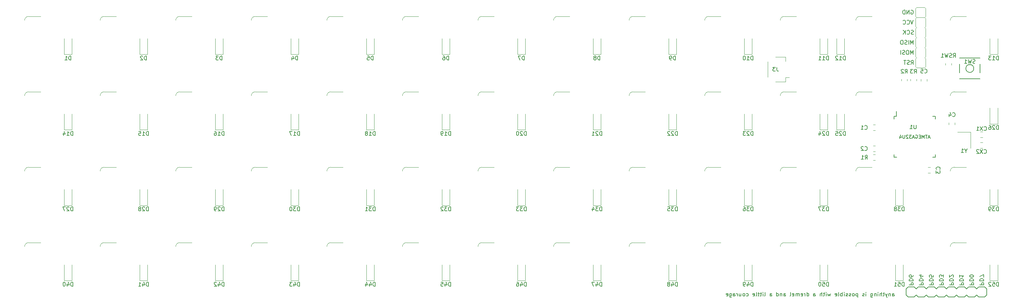
<source format=gbr>
%TF.GenerationSoftware,KiCad,Pcbnew,7.0.1-0*%
%TF.CreationDate,2023-05-19T09:17:16-05:00*%
%TF.ProjectId,pcb,7063622e-6b69-4636-9164-5f7063625858,rev?*%
%TF.SameCoordinates,Original*%
%TF.FileFunction,Legend,Bot*%
%TF.FilePolarity,Positive*%
%FSLAX46Y46*%
G04 Gerber Fmt 4.6, Leading zero omitted, Abs format (unit mm)*
G04 Created by KiCad (PCBNEW 7.0.1-0) date 2023-05-19 09:17:16*
%MOMM*%
%LPD*%
G01*
G04 APERTURE LIST*
%ADD10C,0.150000*%
%ADD11C,0.120000*%
G04 APERTURE END LIST*
D10*
X252120541Y-94837619D02*
X252120541Y-94313809D01*
X252120541Y-94313809D02*
X252168160Y-94218571D01*
X252168160Y-94218571D02*
X252263398Y-94170952D01*
X252263398Y-94170952D02*
X252453874Y-94170952D01*
X252453874Y-94170952D02*
X252549112Y-94218571D01*
X252120541Y-94790000D02*
X252215779Y-94837619D01*
X252215779Y-94837619D02*
X252453874Y-94837619D01*
X252453874Y-94837619D02*
X252549112Y-94790000D01*
X252549112Y-94790000D02*
X252596731Y-94694761D01*
X252596731Y-94694761D02*
X252596731Y-94599523D01*
X252596731Y-94599523D02*
X252549112Y-94504285D01*
X252549112Y-94504285D02*
X252453874Y-94456666D01*
X252453874Y-94456666D02*
X252215779Y-94456666D01*
X252215779Y-94456666D02*
X252120541Y-94409047D01*
X251644350Y-94170952D02*
X251644350Y-94837619D01*
X251644350Y-94266190D02*
X251596731Y-94218571D01*
X251596731Y-94218571D02*
X251501493Y-94170952D01*
X251501493Y-94170952D02*
X251358636Y-94170952D01*
X251358636Y-94170952D02*
X251263398Y-94218571D01*
X251263398Y-94218571D02*
X251215779Y-94313809D01*
X251215779Y-94313809D02*
X251215779Y-94837619D01*
X250834826Y-94170952D02*
X250596731Y-94837619D01*
X250358636Y-94170952D02*
X250596731Y-94837619D01*
X250596731Y-94837619D02*
X250691969Y-95075714D01*
X250691969Y-95075714D02*
X250739588Y-95123333D01*
X250739588Y-95123333D02*
X250834826Y-95170952D01*
X250120540Y-94170952D02*
X249739588Y-94170952D01*
X249977683Y-93837619D02*
X249977683Y-94694761D01*
X249977683Y-94694761D02*
X249930064Y-94790000D01*
X249930064Y-94790000D02*
X249834826Y-94837619D01*
X249834826Y-94837619D02*
X249739588Y-94837619D01*
X249406254Y-94837619D02*
X249406254Y-93837619D01*
X248977683Y-94837619D02*
X248977683Y-94313809D01*
X248977683Y-94313809D02*
X249025302Y-94218571D01*
X249025302Y-94218571D02*
X249120540Y-94170952D01*
X249120540Y-94170952D02*
X249263397Y-94170952D01*
X249263397Y-94170952D02*
X249358635Y-94218571D01*
X249358635Y-94218571D02*
X249406254Y-94266190D01*
X248501492Y-94837619D02*
X248501492Y-94170952D01*
X248501492Y-93837619D02*
X248549111Y-93885238D01*
X248549111Y-93885238D02*
X248501492Y-93932857D01*
X248501492Y-93932857D02*
X248453873Y-93885238D01*
X248453873Y-93885238D02*
X248501492Y-93837619D01*
X248501492Y-93837619D02*
X248501492Y-93932857D01*
X248025302Y-94170952D02*
X248025302Y-94837619D01*
X248025302Y-94266190D02*
X247977683Y-94218571D01*
X247977683Y-94218571D02*
X247882445Y-94170952D01*
X247882445Y-94170952D02*
X247739588Y-94170952D01*
X247739588Y-94170952D02*
X247644350Y-94218571D01*
X247644350Y-94218571D02*
X247596731Y-94313809D01*
X247596731Y-94313809D02*
X247596731Y-94837619D01*
X246691969Y-94170952D02*
X246691969Y-94980476D01*
X246691969Y-94980476D02*
X246739588Y-95075714D01*
X246739588Y-95075714D02*
X246787207Y-95123333D01*
X246787207Y-95123333D02*
X246882445Y-95170952D01*
X246882445Y-95170952D02*
X247025302Y-95170952D01*
X247025302Y-95170952D02*
X247120540Y-95123333D01*
X246691969Y-94790000D02*
X246787207Y-94837619D01*
X246787207Y-94837619D02*
X246977683Y-94837619D01*
X246977683Y-94837619D02*
X247072921Y-94790000D01*
X247072921Y-94790000D02*
X247120540Y-94742380D01*
X247120540Y-94742380D02*
X247168159Y-94647142D01*
X247168159Y-94647142D02*
X247168159Y-94361428D01*
X247168159Y-94361428D02*
X247120540Y-94266190D01*
X247120540Y-94266190D02*
X247072921Y-94218571D01*
X247072921Y-94218571D02*
X246977683Y-94170952D01*
X246977683Y-94170952D02*
X246787207Y-94170952D01*
X246787207Y-94170952D02*
X246691969Y-94218571D01*
X245453873Y-94837619D02*
X245453873Y-94170952D01*
X245453873Y-93837619D02*
X245501492Y-93885238D01*
X245501492Y-93885238D02*
X245453873Y-93932857D01*
X245453873Y-93932857D02*
X245406254Y-93885238D01*
X245406254Y-93885238D02*
X245453873Y-93837619D01*
X245453873Y-93837619D02*
X245453873Y-93932857D01*
X245025302Y-94790000D02*
X244930064Y-94837619D01*
X244930064Y-94837619D02*
X244739588Y-94837619D01*
X244739588Y-94837619D02*
X244644350Y-94790000D01*
X244644350Y-94790000D02*
X244596731Y-94694761D01*
X244596731Y-94694761D02*
X244596731Y-94647142D01*
X244596731Y-94647142D02*
X244644350Y-94551904D01*
X244644350Y-94551904D02*
X244739588Y-94504285D01*
X244739588Y-94504285D02*
X244882445Y-94504285D01*
X244882445Y-94504285D02*
X244977683Y-94456666D01*
X244977683Y-94456666D02*
X245025302Y-94361428D01*
X245025302Y-94361428D02*
X245025302Y-94313809D01*
X245025302Y-94313809D02*
X244977683Y-94218571D01*
X244977683Y-94218571D02*
X244882445Y-94170952D01*
X244882445Y-94170952D02*
X244739588Y-94170952D01*
X244739588Y-94170952D02*
X244644350Y-94218571D01*
X243406254Y-94170952D02*
X243406254Y-95170952D01*
X243406254Y-94218571D02*
X243311016Y-94170952D01*
X243311016Y-94170952D02*
X243120540Y-94170952D01*
X243120540Y-94170952D02*
X243025302Y-94218571D01*
X243025302Y-94218571D02*
X242977683Y-94266190D01*
X242977683Y-94266190D02*
X242930064Y-94361428D01*
X242930064Y-94361428D02*
X242930064Y-94647142D01*
X242930064Y-94647142D02*
X242977683Y-94742380D01*
X242977683Y-94742380D02*
X243025302Y-94790000D01*
X243025302Y-94790000D02*
X243120540Y-94837619D01*
X243120540Y-94837619D02*
X243311016Y-94837619D01*
X243311016Y-94837619D02*
X243406254Y-94790000D01*
X242358635Y-94837619D02*
X242453873Y-94790000D01*
X242453873Y-94790000D02*
X242501492Y-94742380D01*
X242501492Y-94742380D02*
X242549111Y-94647142D01*
X242549111Y-94647142D02*
X242549111Y-94361428D01*
X242549111Y-94361428D02*
X242501492Y-94266190D01*
X242501492Y-94266190D02*
X242453873Y-94218571D01*
X242453873Y-94218571D02*
X242358635Y-94170952D01*
X242358635Y-94170952D02*
X242215778Y-94170952D01*
X242215778Y-94170952D02*
X242120540Y-94218571D01*
X242120540Y-94218571D02*
X242072921Y-94266190D01*
X242072921Y-94266190D02*
X242025302Y-94361428D01*
X242025302Y-94361428D02*
X242025302Y-94647142D01*
X242025302Y-94647142D02*
X242072921Y-94742380D01*
X242072921Y-94742380D02*
X242120540Y-94790000D01*
X242120540Y-94790000D02*
X242215778Y-94837619D01*
X242215778Y-94837619D02*
X242358635Y-94837619D01*
X241644349Y-94790000D02*
X241549111Y-94837619D01*
X241549111Y-94837619D02*
X241358635Y-94837619D01*
X241358635Y-94837619D02*
X241263397Y-94790000D01*
X241263397Y-94790000D02*
X241215778Y-94694761D01*
X241215778Y-94694761D02*
X241215778Y-94647142D01*
X241215778Y-94647142D02*
X241263397Y-94551904D01*
X241263397Y-94551904D02*
X241358635Y-94504285D01*
X241358635Y-94504285D02*
X241501492Y-94504285D01*
X241501492Y-94504285D02*
X241596730Y-94456666D01*
X241596730Y-94456666D02*
X241644349Y-94361428D01*
X241644349Y-94361428D02*
X241644349Y-94313809D01*
X241644349Y-94313809D02*
X241596730Y-94218571D01*
X241596730Y-94218571D02*
X241501492Y-94170952D01*
X241501492Y-94170952D02*
X241358635Y-94170952D01*
X241358635Y-94170952D02*
X241263397Y-94218571D01*
X240834825Y-94790000D02*
X240739587Y-94837619D01*
X240739587Y-94837619D02*
X240549111Y-94837619D01*
X240549111Y-94837619D02*
X240453873Y-94790000D01*
X240453873Y-94790000D02*
X240406254Y-94694761D01*
X240406254Y-94694761D02*
X240406254Y-94647142D01*
X240406254Y-94647142D02*
X240453873Y-94551904D01*
X240453873Y-94551904D02*
X240549111Y-94504285D01*
X240549111Y-94504285D02*
X240691968Y-94504285D01*
X240691968Y-94504285D02*
X240787206Y-94456666D01*
X240787206Y-94456666D02*
X240834825Y-94361428D01*
X240834825Y-94361428D02*
X240834825Y-94313809D01*
X240834825Y-94313809D02*
X240787206Y-94218571D01*
X240787206Y-94218571D02*
X240691968Y-94170952D01*
X240691968Y-94170952D02*
X240549111Y-94170952D01*
X240549111Y-94170952D02*
X240453873Y-94218571D01*
X239977682Y-94837619D02*
X239977682Y-94170952D01*
X239977682Y-93837619D02*
X240025301Y-93885238D01*
X240025301Y-93885238D02*
X239977682Y-93932857D01*
X239977682Y-93932857D02*
X239930063Y-93885238D01*
X239930063Y-93885238D02*
X239977682Y-93837619D01*
X239977682Y-93837619D02*
X239977682Y-93932857D01*
X239501492Y-94837619D02*
X239501492Y-93837619D01*
X239501492Y-94218571D02*
X239406254Y-94170952D01*
X239406254Y-94170952D02*
X239215778Y-94170952D01*
X239215778Y-94170952D02*
X239120540Y-94218571D01*
X239120540Y-94218571D02*
X239072921Y-94266190D01*
X239072921Y-94266190D02*
X239025302Y-94361428D01*
X239025302Y-94361428D02*
X239025302Y-94647142D01*
X239025302Y-94647142D02*
X239072921Y-94742380D01*
X239072921Y-94742380D02*
X239120540Y-94790000D01*
X239120540Y-94790000D02*
X239215778Y-94837619D01*
X239215778Y-94837619D02*
X239406254Y-94837619D01*
X239406254Y-94837619D02*
X239501492Y-94790000D01*
X238453873Y-94837619D02*
X238549111Y-94790000D01*
X238549111Y-94790000D02*
X238596730Y-94694761D01*
X238596730Y-94694761D02*
X238596730Y-93837619D01*
X237691968Y-94790000D02*
X237787206Y-94837619D01*
X237787206Y-94837619D02*
X237977682Y-94837619D01*
X237977682Y-94837619D02*
X238072920Y-94790000D01*
X238072920Y-94790000D02*
X238120539Y-94694761D01*
X238120539Y-94694761D02*
X238120539Y-94313809D01*
X238120539Y-94313809D02*
X238072920Y-94218571D01*
X238072920Y-94218571D02*
X237977682Y-94170952D01*
X237977682Y-94170952D02*
X237787206Y-94170952D01*
X237787206Y-94170952D02*
X237691968Y-94218571D01*
X237691968Y-94218571D02*
X237644349Y-94313809D01*
X237644349Y-94313809D02*
X237644349Y-94409047D01*
X237644349Y-94409047D02*
X238120539Y-94504285D01*
X236549110Y-94170952D02*
X236358634Y-94837619D01*
X236358634Y-94837619D02*
X236168158Y-94361428D01*
X236168158Y-94361428D02*
X235977682Y-94837619D01*
X235977682Y-94837619D02*
X235787206Y-94170952D01*
X235406253Y-94837619D02*
X235406253Y-94170952D01*
X235406253Y-93837619D02*
X235453872Y-93885238D01*
X235453872Y-93885238D02*
X235406253Y-93932857D01*
X235406253Y-93932857D02*
X235358634Y-93885238D01*
X235358634Y-93885238D02*
X235406253Y-93837619D01*
X235406253Y-93837619D02*
X235406253Y-93932857D01*
X235072920Y-94170952D02*
X234691968Y-94170952D01*
X234930063Y-93837619D02*
X234930063Y-94694761D01*
X234930063Y-94694761D02*
X234882444Y-94790000D01*
X234882444Y-94790000D02*
X234787206Y-94837619D01*
X234787206Y-94837619D02*
X234691968Y-94837619D01*
X234358634Y-94837619D02*
X234358634Y-93837619D01*
X233930063Y-94837619D02*
X233930063Y-94313809D01*
X233930063Y-94313809D02*
X233977682Y-94218571D01*
X233977682Y-94218571D02*
X234072920Y-94170952D01*
X234072920Y-94170952D02*
X234215777Y-94170952D01*
X234215777Y-94170952D02*
X234311015Y-94218571D01*
X234311015Y-94218571D02*
X234358634Y-94266190D01*
X232263396Y-94837619D02*
X232263396Y-94313809D01*
X232263396Y-94313809D02*
X232311015Y-94218571D01*
X232311015Y-94218571D02*
X232406253Y-94170952D01*
X232406253Y-94170952D02*
X232596729Y-94170952D01*
X232596729Y-94170952D02*
X232691967Y-94218571D01*
X232263396Y-94790000D02*
X232358634Y-94837619D01*
X232358634Y-94837619D02*
X232596729Y-94837619D01*
X232596729Y-94837619D02*
X232691967Y-94790000D01*
X232691967Y-94790000D02*
X232739586Y-94694761D01*
X232739586Y-94694761D02*
X232739586Y-94599523D01*
X232739586Y-94599523D02*
X232691967Y-94504285D01*
X232691967Y-94504285D02*
X232596729Y-94456666D01*
X232596729Y-94456666D02*
X232358634Y-94456666D01*
X232358634Y-94456666D02*
X232263396Y-94409047D01*
X230596729Y-94837619D02*
X230596729Y-93837619D01*
X230596729Y-94790000D02*
X230691967Y-94837619D01*
X230691967Y-94837619D02*
X230882443Y-94837619D01*
X230882443Y-94837619D02*
X230977681Y-94790000D01*
X230977681Y-94790000D02*
X231025300Y-94742380D01*
X231025300Y-94742380D02*
X231072919Y-94647142D01*
X231072919Y-94647142D02*
X231072919Y-94361428D01*
X231072919Y-94361428D02*
X231025300Y-94266190D01*
X231025300Y-94266190D02*
X230977681Y-94218571D01*
X230977681Y-94218571D02*
X230882443Y-94170952D01*
X230882443Y-94170952D02*
X230691967Y-94170952D01*
X230691967Y-94170952D02*
X230596729Y-94218571D01*
X230120538Y-94837619D02*
X230120538Y-94170952D01*
X230120538Y-94361428D02*
X230072919Y-94266190D01*
X230072919Y-94266190D02*
X230025300Y-94218571D01*
X230025300Y-94218571D02*
X229930062Y-94170952D01*
X229930062Y-94170952D02*
X229834824Y-94170952D01*
X229120538Y-94790000D02*
X229215776Y-94837619D01*
X229215776Y-94837619D02*
X229406252Y-94837619D01*
X229406252Y-94837619D02*
X229501490Y-94790000D01*
X229501490Y-94790000D02*
X229549109Y-94694761D01*
X229549109Y-94694761D02*
X229549109Y-94313809D01*
X229549109Y-94313809D02*
X229501490Y-94218571D01*
X229501490Y-94218571D02*
X229406252Y-94170952D01*
X229406252Y-94170952D02*
X229215776Y-94170952D01*
X229215776Y-94170952D02*
X229120538Y-94218571D01*
X229120538Y-94218571D02*
X229072919Y-94313809D01*
X229072919Y-94313809D02*
X229072919Y-94409047D01*
X229072919Y-94409047D02*
X229549109Y-94504285D01*
X228644347Y-94837619D02*
X228644347Y-94170952D01*
X228644347Y-94266190D02*
X228596728Y-94218571D01*
X228596728Y-94218571D02*
X228501490Y-94170952D01*
X228501490Y-94170952D02*
X228358633Y-94170952D01*
X228358633Y-94170952D02*
X228263395Y-94218571D01*
X228263395Y-94218571D02*
X228215776Y-94313809D01*
X228215776Y-94313809D02*
X228215776Y-94837619D01*
X228215776Y-94313809D02*
X228168157Y-94218571D01*
X228168157Y-94218571D02*
X228072919Y-94170952D01*
X228072919Y-94170952D02*
X227930062Y-94170952D01*
X227930062Y-94170952D02*
X227834823Y-94218571D01*
X227834823Y-94218571D02*
X227787204Y-94313809D01*
X227787204Y-94313809D02*
X227787204Y-94837619D01*
X226930062Y-94790000D02*
X227025300Y-94837619D01*
X227025300Y-94837619D02*
X227215776Y-94837619D01*
X227215776Y-94837619D02*
X227311014Y-94790000D01*
X227311014Y-94790000D02*
X227358633Y-94694761D01*
X227358633Y-94694761D02*
X227358633Y-94313809D01*
X227358633Y-94313809D02*
X227311014Y-94218571D01*
X227311014Y-94218571D02*
X227215776Y-94170952D01*
X227215776Y-94170952D02*
X227025300Y-94170952D01*
X227025300Y-94170952D02*
X226930062Y-94218571D01*
X226930062Y-94218571D02*
X226882443Y-94313809D01*
X226882443Y-94313809D02*
X226882443Y-94409047D01*
X226882443Y-94409047D02*
X227358633Y-94504285D01*
X226311014Y-94837619D02*
X226406252Y-94790000D01*
X226406252Y-94790000D02*
X226453871Y-94694761D01*
X226453871Y-94694761D02*
X226453871Y-93837619D01*
X224739585Y-94837619D02*
X224739585Y-94313809D01*
X224739585Y-94313809D02*
X224787204Y-94218571D01*
X224787204Y-94218571D02*
X224882442Y-94170952D01*
X224882442Y-94170952D02*
X225072918Y-94170952D01*
X225072918Y-94170952D02*
X225168156Y-94218571D01*
X224739585Y-94790000D02*
X224834823Y-94837619D01*
X224834823Y-94837619D02*
X225072918Y-94837619D01*
X225072918Y-94837619D02*
X225168156Y-94790000D01*
X225168156Y-94790000D02*
X225215775Y-94694761D01*
X225215775Y-94694761D02*
X225215775Y-94599523D01*
X225215775Y-94599523D02*
X225168156Y-94504285D01*
X225168156Y-94504285D02*
X225072918Y-94456666D01*
X225072918Y-94456666D02*
X224834823Y-94456666D01*
X224834823Y-94456666D02*
X224739585Y-94409047D01*
X224263394Y-94170952D02*
X224263394Y-94837619D01*
X224263394Y-94266190D02*
X224215775Y-94218571D01*
X224215775Y-94218571D02*
X224120537Y-94170952D01*
X224120537Y-94170952D02*
X223977680Y-94170952D01*
X223977680Y-94170952D02*
X223882442Y-94218571D01*
X223882442Y-94218571D02*
X223834823Y-94313809D01*
X223834823Y-94313809D02*
X223834823Y-94837619D01*
X222930061Y-94837619D02*
X222930061Y-93837619D01*
X222930061Y-94790000D02*
X223025299Y-94837619D01*
X223025299Y-94837619D02*
X223215775Y-94837619D01*
X223215775Y-94837619D02*
X223311013Y-94790000D01*
X223311013Y-94790000D02*
X223358632Y-94742380D01*
X223358632Y-94742380D02*
X223406251Y-94647142D01*
X223406251Y-94647142D02*
X223406251Y-94361428D01*
X223406251Y-94361428D02*
X223358632Y-94266190D01*
X223358632Y-94266190D02*
X223311013Y-94218571D01*
X223311013Y-94218571D02*
X223215775Y-94170952D01*
X223215775Y-94170952D02*
X223025299Y-94170952D01*
X223025299Y-94170952D02*
X222930061Y-94218571D01*
X221263394Y-94837619D02*
X221263394Y-94313809D01*
X221263394Y-94313809D02*
X221311013Y-94218571D01*
X221311013Y-94218571D02*
X221406251Y-94170952D01*
X221406251Y-94170952D02*
X221596727Y-94170952D01*
X221596727Y-94170952D02*
X221691965Y-94218571D01*
X221263394Y-94790000D02*
X221358632Y-94837619D01*
X221358632Y-94837619D02*
X221596727Y-94837619D01*
X221596727Y-94837619D02*
X221691965Y-94790000D01*
X221691965Y-94790000D02*
X221739584Y-94694761D01*
X221739584Y-94694761D02*
X221739584Y-94599523D01*
X221739584Y-94599523D02*
X221691965Y-94504285D01*
X221691965Y-94504285D02*
X221596727Y-94456666D01*
X221596727Y-94456666D02*
X221358632Y-94456666D01*
X221358632Y-94456666D02*
X221263394Y-94409047D01*
X219882441Y-94837619D02*
X219977679Y-94790000D01*
X219977679Y-94790000D02*
X220025298Y-94694761D01*
X220025298Y-94694761D02*
X220025298Y-93837619D01*
X219501488Y-94837619D02*
X219501488Y-94170952D01*
X219501488Y-93837619D02*
X219549107Y-93885238D01*
X219549107Y-93885238D02*
X219501488Y-93932857D01*
X219501488Y-93932857D02*
X219453869Y-93885238D01*
X219453869Y-93885238D02*
X219501488Y-93837619D01*
X219501488Y-93837619D02*
X219501488Y-93932857D01*
X219168155Y-94170952D02*
X218787203Y-94170952D01*
X219025298Y-93837619D02*
X219025298Y-94694761D01*
X219025298Y-94694761D02*
X218977679Y-94790000D01*
X218977679Y-94790000D02*
X218882441Y-94837619D01*
X218882441Y-94837619D02*
X218787203Y-94837619D01*
X218596726Y-94170952D02*
X218215774Y-94170952D01*
X218453869Y-93837619D02*
X218453869Y-94694761D01*
X218453869Y-94694761D02*
X218406250Y-94790000D01*
X218406250Y-94790000D02*
X218311012Y-94837619D01*
X218311012Y-94837619D02*
X218215774Y-94837619D01*
X217739583Y-94837619D02*
X217834821Y-94790000D01*
X217834821Y-94790000D02*
X217882440Y-94694761D01*
X217882440Y-94694761D02*
X217882440Y-93837619D01*
X216977678Y-94790000D02*
X217072916Y-94837619D01*
X217072916Y-94837619D02*
X217263392Y-94837619D01*
X217263392Y-94837619D02*
X217358630Y-94790000D01*
X217358630Y-94790000D02*
X217406249Y-94694761D01*
X217406249Y-94694761D02*
X217406249Y-94313809D01*
X217406249Y-94313809D02*
X217358630Y-94218571D01*
X217358630Y-94218571D02*
X217263392Y-94170952D01*
X217263392Y-94170952D02*
X217072916Y-94170952D01*
X217072916Y-94170952D02*
X216977678Y-94218571D01*
X216977678Y-94218571D02*
X216930059Y-94313809D01*
X216930059Y-94313809D02*
X216930059Y-94409047D01*
X216930059Y-94409047D02*
X217406249Y-94504285D01*
X215311011Y-94790000D02*
X215406249Y-94837619D01*
X215406249Y-94837619D02*
X215596725Y-94837619D01*
X215596725Y-94837619D02*
X215691963Y-94790000D01*
X215691963Y-94790000D02*
X215739582Y-94742380D01*
X215739582Y-94742380D02*
X215787201Y-94647142D01*
X215787201Y-94647142D02*
X215787201Y-94361428D01*
X215787201Y-94361428D02*
X215739582Y-94266190D01*
X215739582Y-94266190D02*
X215691963Y-94218571D01*
X215691963Y-94218571D02*
X215596725Y-94170952D01*
X215596725Y-94170952D02*
X215406249Y-94170952D01*
X215406249Y-94170952D02*
X215311011Y-94218571D01*
X214739582Y-94837619D02*
X214834820Y-94790000D01*
X214834820Y-94790000D02*
X214882439Y-94742380D01*
X214882439Y-94742380D02*
X214930058Y-94647142D01*
X214930058Y-94647142D02*
X214930058Y-94361428D01*
X214930058Y-94361428D02*
X214882439Y-94266190D01*
X214882439Y-94266190D02*
X214834820Y-94218571D01*
X214834820Y-94218571D02*
X214739582Y-94170952D01*
X214739582Y-94170952D02*
X214596725Y-94170952D01*
X214596725Y-94170952D02*
X214501487Y-94218571D01*
X214501487Y-94218571D02*
X214453868Y-94266190D01*
X214453868Y-94266190D02*
X214406249Y-94361428D01*
X214406249Y-94361428D02*
X214406249Y-94647142D01*
X214406249Y-94647142D02*
X214453868Y-94742380D01*
X214453868Y-94742380D02*
X214501487Y-94790000D01*
X214501487Y-94790000D02*
X214596725Y-94837619D01*
X214596725Y-94837619D02*
X214739582Y-94837619D01*
X213549106Y-94170952D02*
X213549106Y-94837619D01*
X213977677Y-94170952D02*
X213977677Y-94694761D01*
X213977677Y-94694761D02*
X213930058Y-94790000D01*
X213930058Y-94790000D02*
X213834820Y-94837619D01*
X213834820Y-94837619D02*
X213691963Y-94837619D01*
X213691963Y-94837619D02*
X213596725Y-94790000D01*
X213596725Y-94790000D02*
X213549106Y-94742380D01*
X213072915Y-94837619D02*
X213072915Y-94170952D01*
X213072915Y-94361428D02*
X213025296Y-94266190D01*
X213025296Y-94266190D02*
X212977677Y-94218571D01*
X212977677Y-94218571D02*
X212882439Y-94170952D01*
X212882439Y-94170952D02*
X212787201Y-94170952D01*
X212025296Y-94837619D02*
X212025296Y-94313809D01*
X212025296Y-94313809D02*
X212072915Y-94218571D01*
X212072915Y-94218571D02*
X212168153Y-94170952D01*
X212168153Y-94170952D02*
X212358629Y-94170952D01*
X212358629Y-94170952D02*
X212453867Y-94218571D01*
X212025296Y-94790000D02*
X212120534Y-94837619D01*
X212120534Y-94837619D02*
X212358629Y-94837619D01*
X212358629Y-94837619D02*
X212453867Y-94790000D01*
X212453867Y-94790000D02*
X212501486Y-94694761D01*
X212501486Y-94694761D02*
X212501486Y-94599523D01*
X212501486Y-94599523D02*
X212453867Y-94504285D01*
X212453867Y-94504285D02*
X212358629Y-94456666D01*
X212358629Y-94456666D02*
X212120534Y-94456666D01*
X212120534Y-94456666D02*
X212025296Y-94409047D01*
X211120534Y-94170952D02*
X211120534Y-94980476D01*
X211120534Y-94980476D02*
X211168153Y-95075714D01*
X211168153Y-95075714D02*
X211215772Y-95123333D01*
X211215772Y-95123333D02*
X211311010Y-95170952D01*
X211311010Y-95170952D02*
X211453867Y-95170952D01*
X211453867Y-95170952D02*
X211549105Y-95123333D01*
X211120534Y-94790000D02*
X211215772Y-94837619D01*
X211215772Y-94837619D02*
X211406248Y-94837619D01*
X211406248Y-94837619D02*
X211501486Y-94790000D01*
X211501486Y-94790000D02*
X211549105Y-94742380D01*
X211549105Y-94742380D02*
X211596724Y-94647142D01*
X211596724Y-94647142D02*
X211596724Y-94361428D01*
X211596724Y-94361428D02*
X211549105Y-94266190D01*
X211549105Y-94266190D02*
X211501486Y-94218571D01*
X211501486Y-94218571D02*
X211406248Y-94170952D01*
X211406248Y-94170952D02*
X211215772Y-94170952D01*
X211215772Y-94170952D02*
X211120534Y-94218571D01*
X210263391Y-94790000D02*
X210358629Y-94837619D01*
X210358629Y-94837619D02*
X210549105Y-94837619D01*
X210549105Y-94837619D02*
X210644343Y-94790000D01*
X210644343Y-94790000D02*
X210691962Y-94694761D01*
X210691962Y-94694761D02*
X210691962Y-94313809D01*
X210691962Y-94313809D02*
X210644343Y-94218571D01*
X210644343Y-94218571D02*
X210549105Y-94170952D01*
X210549105Y-94170952D02*
X210358629Y-94170952D01*
X210358629Y-94170952D02*
X210263391Y-94218571D01*
X210263391Y-94218571D02*
X210215772Y-94313809D01*
X210215772Y-94313809D02*
X210215772Y-94409047D01*
X210215772Y-94409047D02*
X210691962Y-94504285D01*
%TO.C,D26*%
X278883033Y-52739619D02*
X278883033Y-51739619D01*
X278883033Y-51739619D02*
X278644938Y-51739619D01*
X278644938Y-51739619D02*
X278502081Y-51787238D01*
X278502081Y-51787238D02*
X278406843Y-51882476D01*
X278406843Y-51882476D02*
X278359224Y-51977714D01*
X278359224Y-51977714D02*
X278311605Y-52168190D01*
X278311605Y-52168190D02*
X278311605Y-52311047D01*
X278311605Y-52311047D02*
X278359224Y-52501523D01*
X278359224Y-52501523D02*
X278406843Y-52596761D01*
X278406843Y-52596761D02*
X278502081Y-52692000D01*
X278502081Y-52692000D02*
X278644938Y-52739619D01*
X278644938Y-52739619D02*
X278883033Y-52739619D01*
X277930652Y-51834857D02*
X277883033Y-51787238D01*
X277883033Y-51787238D02*
X277787795Y-51739619D01*
X277787795Y-51739619D02*
X277549700Y-51739619D01*
X277549700Y-51739619D02*
X277454462Y-51787238D01*
X277454462Y-51787238D02*
X277406843Y-51834857D01*
X277406843Y-51834857D02*
X277359224Y-51930095D01*
X277359224Y-51930095D02*
X277359224Y-52025333D01*
X277359224Y-52025333D02*
X277406843Y-52168190D01*
X277406843Y-52168190D02*
X277978271Y-52739619D01*
X277978271Y-52739619D02*
X277359224Y-52739619D01*
X276502081Y-51739619D02*
X276692557Y-51739619D01*
X276692557Y-51739619D02*
X276787795Y-51787238D01*
X276787795Y-51787238D02*
X276835414Y-51834857D01*
X276835414Y-51834857D02*
X276930652Y-51977714D01*
X276930652Y-51977714D02*
X276978271Y-52168190D01*
X276978271Y-52168190D02*
X276978271Y-52549142D01*
X276978271Y-52549142D02*
X276930652Y-52644380D01*
X276930652Y-52644380D02*
X276883033Y-52692000D01*
X276883033Y-52692000D02*
X276787795Y-52739619D01*
X276787795Y-52739619D02*
X276597319Y-52739619D01*
X276597319Y-52739619D02*
X276502081Y-52692000D01*
X276502081Y-52692000D02*
X276454462Y-52644380D01*
X276454462Y-52644380D02*
X276406843Y-52549142D01*
X276406843Y-52549142D02*
X276406843Y-52311047D01*
X276406843Y-52311047D02*
X276454462Y-52215809D01*
X276454462Y-52215809D02*
X276502081Y-52168190D01*
X276502081Y-52168190D02*
X276597319Y-52120571D01*
X276597319Y-52120571D02*
X276787795Y-52120571D01*
X276787795Y-52120571D02*
X276883033Y-52168190D01*
X276883033Y-52168190D02*
X276930652Y-52215809D01*
X276930652Y-52215809D02*
X276978271Y-52311047D01*
%TO.C,U1*%
X258136904Y-51587619D02*
X258136904Y-52397142D01*
X258136904Y-52397142D02*
X258089285Y-52492380D01*
X258089285Y-52492380D02*
X258041666Y-52540000D01*
X258041666Y-52540000D02*
X257946428Y-52587619D01*
X257946428Y-52587619D02*
X257755952Y-52587619D01*
X257755952Y-52587619D02*
X257660714Y-52540000D01*
X257660714Y-52540000D02*
X257613095Y-52492380D01*
X257613095Y-52492380D02*
X257565476Y-52397142D01*
X257565476Y-52397142D02*
X257565476Y-51587619D01*
X256565476Y-52587619D02*
X257136904Y-52587619D01*
X256851190Y-52587619D02*
X256851190Y-51587619D01*
X256851190Y-51587619D02*
X256946428Y-51730476D01*
X256946428Y-51730476D02*
X257041666Y-51825714D01*
X257041666Y-51825714D02*
X257136904Y-51873333D01*
X261595238Y-54750370D02*
X261190476Y-54750370D01*
X261676190Y-54993227D02*
X261392857Y-54143227D01*
X261392857Y-54143227D02*
X261109523Y-54993227D01*
X260947619Y-54143227D02*
X260461905Y-54143227D01*
X260704762Y-54993227D02*
X260704762Y-54143227D01*
X260178572Y-54993227D02*
X260178572Y-54143227D01*
X260178572Y-54143227D02*
X259895238Y-54750370D01*
X259895238Y-54750370D02*
X259611905Y-54143227D01*
X259611905Y-54143227D02*
X259611905Y-54993227D01*
X259207143Y-54547989D02*
X258923809Y-54547989D01*
X258802381Y-54993227D02*
X259207143Y-54993227D01*
X259207143Y-54993227D02*
X259207143Y-54143227D01*
X259207143Y-54143227D02*
X258802381Y-54143227D01*
X257992856Y-54183703D02*
X258073809Y-54143227D01*
X258073809Y-54143227D02*
X258195237Y-54143227D01*
X258195237Y-54143227D02*
X258316666Y-54183703D01*
X258316666Y-54183703D02*
X258397618Y-54264655D01*
X258397618Y-54264655D02*
X258438095Y-54345608D01*
X258438095Y-54345608D02*
X258478571Y-54507512D01*
X258478571Y-54507512D02*
X258478571Y-54628941D01*
X258478571Y-54628941D02*
X258438095Y-54790846D01*
X258438095Y-54790846D02*
X258397618Y-54871798D01*
X258397618Y-54871798D02*
X258316666Y-54952751D01*
X258316666Y-54952751D02*
X258195237Y-54993227D01*
X258195237Y-54993227D02*
X258114285Y-54993227D01*
X258114285Y-54993227D02*
X257992856Y-54952751D01*
X257992856Y-54952751D02*
X257952380Y-54912274D01*
X257952380Y-54912274D02*
X257952380Y-54628941D01*
X257952380Y-54628941D02*
X258114285Y-54628941D01*
X257628571Y-54750370D02*
X257223809Y-54750370D01*
X257709523Y-54993227D02*
X257426190Y-54143227D01*
X257426190Y-54143227D02*
X257142856Y-54993227D01*
X256940476Y-54143227D02*
X256414285Y-54143227D01*
X256414285Y-54143227D02*
X256697619Y-54467036D01*
X256697619Y-54467036D02*
X256576190Y-54467036D01*
X256576190Y-54467036D02*
X256495238Y-54507512D01*
X256495238Y-54507512D02*
X256454762Y-54547989D01*
X256454762Y-54547989D02*
X256414285Y-54628941D01*
X256414285Y-54628941D02*
X256414285Y-54831322D01*
X256414285Y-54831322D02*
X256454762Y-54912274D01*
X256454762Y-54912274D02*
X256495238Y-54952751D01*
X256495238Y-54952751D02*
X256576190Y-54993227D01*
X256576190Y-54993227D02*
X256819047Y-54993227D01*
X256819047Y-54993227D02*
X256900000Y-54952751D01*
X256900000Y-54952751D02*
X256940476Y-54912274D01*
X256090476Y-54224179D02*
X256050000Y-54183703D01*
X256050000Y-54183703D02*
X255969047Y-54143227D01*
X255969047Y-54143227D02*
X255766666Y-54143227D01*
X255766666Y-54143227D02*
X255685714Y-54183703D01*
X255685714Y-54183703D02*
X255645238Y-54224179D01*
X255645238Y-54224179D02*
X255604761Y-54305131D01*
X255604761Y-54305131D02*
X255604761Y-54386084D01*
X255604761Y-54386084D02*
X255645238Y-54507512D01*
X255645238Y-54507512D02*
X256130952Y-54993227D01*
X256130952Y-54993227D02*
X255604761Y-54993227D01*
X255240476Y-54143227D02*
X255240476Y-54831322D01*
X255240476Y-54831322D02*
X255199999Y-54912274D01*
X255199999Y-54912274D02*
X255159523Y-54952751D01*
X255159523Y-54952751D02*
X255078571Y-54993227D01*
X255078571Y-54993227D02*
X254916666Y-54993227D01*
X254916666Y-54993227D02*
X254835714Y-54952751D01*
X254835714Y-54952751D02*
X254795237Y-54912274D01*
X254795237Y-54912274D02*
X254754761Y-54831322D01*
X254754761Y-54831322D02*
X254754761Y-54143227D01*
X253985714Y-54426560D02*
X253985714Y-54993227D01*
X254188095Y-54102751D02*
X254390476Y-54709893D01*
X254390476Y-54709893D02*
X253864285Y-54709893D01*
%TO.C,J5*%
X271602380Y-91987904D02*
X272602380Y-91987904D01*
X272602380Y-91987904D02*
X272602380Y-91606952D01*
X272602380Y-91606952D02*
X272554761Y-91511714D01*
X272554761Y-91511714D02*
X272507142Y-91464095D01*
X272507142Y-91464095D02*
X272411904Y-91416476D01*
X272411904Y-91416476D02*
X272269047Y-91416476D01*
X272269047Y-91416476D02*
X272173809Y-91464095D01*
X272173809Y-91464095D02*
X272126190Y-91511714D01*
X272126190Y-91511714D02*
X272078571Y-91606952D01*
X272078571Y-91606952D02*
X272078571Y-91987904D01*
X271602380Y-90987904D02*
X272602380Y-90987904D01*
X272602380Y-90987904D02*
X272602380Y-90749809D01*
X272602380Y-90749809D02*
X272554761Y-90606952D01*
X272554761Y-90606952D02*
X272459523Y-90511714D01*
X272459523Y-90511714D02*
X272364285Y-90464095D01*
X272364285Y-90464095D02*
X272173809Y-90416476D01*
X272173809Y-90416476D02*
X272030952Y-90416476D01*
X272030952Y-90416476D02*
X271840476Y-90464095D01*
X271840476Y-90464095D02*
X271745238Y-90511714D01*
X271745238Y-90511714D02*
X271650000Y-90606952D01*
X271650000Y-90606952D02*
X271602380Y-90749809D01*
X271602380Y-90749809D02*
X271602380Y-90987904D01*
X272602380Y-89797428D02*
X272602380Y-89702190D01*
X272602380Y-89702190D02*
X272554761Y-89606952D01*
X272554761Y-89606952D02*
X272507142Y-89559333D01*
X272507142Y-89559333D02*
X272411904Y-89511714D01*
X272411904Y-89511714D02*
X272221428Y-89464095D01*
X272221428Y-89464095D02*
X271983333Y-89464095D01*
X271983333Y-89464095D02*
X271792857Y-89511714D01*
X271792857Y-89511714D02*
X271697619Y-89559333D01*
X271697619Y-89559333D02*
X271650000Y-89606952D01*
X271650000Y-89606952D02*
X271602380Y-89702190D01*
X271602380Y-89702190D02*
X271602380Y-89797428D01*
X271602380Y-89797428D02*
X271650000Y-89892666D01*
X271650000Y-89892666D02*
X271697619Y-89940285D01*
X271697619Y-89940285D02*
X271792857Y-89987904D01*
X271792857Y-89987904D02*
X271983333Y-90035523D01*
X271983333Y-90035523D02*
X272221428Y-90035523D01*
X272221428Y-90035523D02*
X272411904Y-89987904D01*
X272411904Y-89987904D02*
X272507142Y-89940285D01*
X272507142Y-89940285D02*
X272554761Y-89892666D01*
X272554761Y-89892666D02*
X272602380Y-89797428D01*
X269062380Y-91987904D02*
X270062380Y-91987904D01*
X270062380Y-91987904D02*
X270062380Y-91606952D01*
X270062380Y-91606952D02*
X270014761Y-91511714D01*
X270014761Y-91511714D02*
X269967142Y-91464095D01*
X269967142Y-91464095D02*
X269871904Y-91416476D01*
X269871904Y-91416476D02*
X269729047Y-91416476D01*
X269729047Y-91416476D02*
X269633809Y-91464095D01*
X269633809Y-91464095D02*
X269586190Y-91511714D01*
X269586190Y-91511714D02*
X269538571Y-91606952D01*
X269538571Y-91606952D02*
X269538571Y-91987904D01*
X269062380Y-90987904D02*
X270062380Y-90987904D01*
X270062380Y-90987904D02*
X270062380Y-90749809D01*
X270062380Y-90749809D02*
X270014761Y-90606952D01*
X270014761Y-90606952D02*
X269919523Y-90511714D01*
X269919523Y-90511714D02*
X269824285Y-90464095D01*
X269824285Y-90464095D02*
X269633809Y-90416476D01*
X269633809Y-90416476D02*
X269490952Y-90416476D01*
X269490952Y-90416476D02*
X269300476Y-90464095D01*
X269300476Y-90464095D02*
X269205238Y-90511714D01*
X269205238Y-90511714D02*
X269110000Y-90606952D01*
X269110000Y-90606952D02*
X269062380Y-90749809D01*
X269062380Y-90749809D02*
X269062380Y-90987904D01*
X269062380Y-89464095D02*
X269062380Y-90035523D01*
X269062380Y-89749809D02*
X270062380Y-89749809D01*
X270062380Y-89749809D02*
X269919523Y-89845047D01*
X269919523Y-89845047D02*
X269824285Y-89940285D01*
X269824285Y-89940285D02*
X269776666Y-90035523D01*
X274142380Y-91987904D02*
X275142380Y-91987904D01*
X275142380Y-91987904D02*
X275142380Y-91606952D01*
X275142380Y-91606952D02*
X275094761Y-91511714D01*
X275094761Y-91511714D02*
X275047142Y-91464095D01*
X275047142Y-91464095D02*
X274951904Y-91416476D01*
X274951904Y-91416476D02*
X274809047Y-91416476D01*
X274809047Y-91416476D02*
X274713809Y-91464095D01*
X274713809Y-91464095D02*
X274666190Y-91511714D01*
X274666190Y-91511714D02*
X274618571Y-91606952D01*
X274618571Y-91606952D02*
X274618571Y-91987904D01*
X274142380Y-90987904D02*
X275142380Y-90987904D01*
X275142380Y-90987904D02*
X275142380Y-90749809D01*
X275142380Y-90749809D02*
X275094761Y-90606952D01*
X275094761Y-90606952D02*
X274999523Y-90511714D01*
X274999523Y-90511714D02*
X274904285Y-90464095D01*
X274904285Y-90464095D02*
X274713809Y-90416476D01*
X274713809Y-90416476D02*
X274570952Y-90416476D01*
X274570952Y-90416476D02*
X274380476Y-90464095D01*
X274380476Y-90464095D02*
X274285238Y-90511714D01*
X274285238Y-90511714D02*
X274190000Y-90606952D01*
X274190000Y-90606952D02*
X274142380Y-90749809D01*
X274142380Y-90749809D02*
X274142380Y-90987904D01*
X275142380Y-90083142D02*
X275142380Y-89416476D01*
X275142380Y-89416476D02*
X274142380Y-89845047D01*
X263982380Y-91987904D02*
X264982380Y-91987904D01*
X264982380Y-91987904D02*
X264982380Y-91606952D01*
X264982380Y-91606952D02*
X264934761Y-91511714D01*
X264934761Y-91511714D02*
X264887142Y-91464095D01*
X264887142Y-91464095D02*
X264791904Y-91416476D01*
X264791904Y-91416476D02*
X264649047Y-91416476D01*
X264649047Y-91416476D02*
X264553809Y-91464095D01*
X264553809Y-91464095D02*
X264506190Y-91511714D01*
X264506190Y-91511714D02*
X264458571Y-91606952D01*
X264458571Y-91606952D02*
X264458571Y-91987904D01*
X263982380Y-90987904D02*
X264982380Y-90987904D01*
X264982380Y-90987904D02*
X264982380Y-90749809D01*
X264982380Y-90749809D02*
X264934761Y-90606952D01*
X264934761Y-90606952D02*
X264839523Y-90511714D01*
X264839523Y-90511714D02*
X264744285Y-90464095D01*
X264744285Y-90464095D02*
X264553809Y-90416476D01*
X264553809Y-90416476D02*
X264410952Y-90416476D01*
X264410952Y-90416476D02*
X264220476Y-90464095D01*
X264220476Y-90464095D02*
X264125238Y-90511714D01*
X264125238Y-90511714D02*
X264030000Y-90606952D01*
X264030000Y-90606952D02*
X263982380Y-90749809D01*
X263982380Y-90749809D02*
X263982380Y-90987904D01*
X264982380Y-90083142D02*
X264982380Y-89464095D01*
X264982380Y-89464095D02*
X264601428Y-89797428D01*
X264601428Y-89797428D02*
X264601428Y-89654571D01*
X264601428Y-89654571D02*
X264553809Y-89559333D01*
X264553809Y-89559333D02*
X264506190Y-89511714D01*
X264506190Y-89511714D02*
X264410952Y-89464095D01*
X264410952Y-89464095D02*
X264172857Y-89464095D01*
X264172857Y-89464095D02*
X264077619Y-89511714D01*
X264077619Y-89511714D02*
X264030000Y-89559333D01*
X264030000Y-89559333D02*
X263982380Y-89654571D01*
X263982380Y-89654571D02*
X263982380Y-89940285D01*
X263982380Y-89940285D02*
X264030000Y-90035523D01*
X264030000Y-90035523D02*
X264077619Y-90083142D01*
X261442380Y-91987904D02*
X262442380Y-91987904D01*
X262442380Y-91987904D02*
X262442380Y-91606952D01*
X262442380Y-91606952D02*
X262394761Y-91511714D01*
X262394761Y-91511714D02*
X262347142Y-91464095D01*
X262347142Y-91464095D02*
X262251904Y-91416476D01*
X262251904Y-91416476D02*
X262109047Y-91416476D01*
X262109047Y-91416476D02*
X262013809Y-91464095D01*
X262013809Y-91464095D02*
X261966190Y-91511714D01*
X261966190Y-91511714D02*
X261918571Y-91606952D01*
X261918571Y-91606952D02*
X261918571Y-91987904D01*
X261442380Y-90987904D02*
X262442380Y-90987904D01*
X262442380Y-90987904D02*
X262442380Y-90749809D01*
X262442380Y-90749809D02*
X262394761Y-90606952D01*
X262394761Y-90606952D02*
X262299523Y-90511714D01*
X262299523Y-90511714D02*
X262204285Y-90464095D01*
X262204285Y-90464095D02*
X262013809Y-90416476D01*
X262013809Y-90416476D02*
X261870952Y-90416476D01*
X261870952Y-90416476D02*
X261680476Y-90464095D01*
X261680476Y-90464095D02*
X261585238Y-90511714D01*
X261585238Y-90511714D02*
X261490000Y-90606952D01*
X261490000Y-90606952D02*
X261442380Y-90749809D01*
X261442380Y-90749809D02*
X261442380Y-90987904D01*
X262442380Y-89511714D02*
X262442380Y-89987904D01*
X262442380Y-89987904D02*
X261966190Y-90035523D01*
X261966190Y-90035523D02*
X262013809Y-89987904D01*
X262013809Y-89987904D02*
X262061428Y-89892666D01*
X262061428Y-89892666D02*
X262061428Y-89654571D01*
X262061428Y-89654571D02*
X262013809Y-89559333D01*
X262013809Y-89559333D02*
X261966190Y-89511714D01*
X261966190Y-89511714D02*
X261870952Y-89464095D01*
X261870952Y-89464095D02*
X261632857Y-89464095D01*
X261632857Y-89464095D02*
X261537619Y-89511714D01*
X261537619Y-89511714D02*
X261490000Y-89559333D01*
X261490000Y-89559333D02*
X261442380Y-89654571D01*
X261442380Y-89654571D02*
X261442380Y-89892666D01*
X261442380Y-89892666D02*
X261490000Y-89987904D01*
X261490000Y-89987904D02*
X261537619Y-90035523D01*
X258902380Y-91987904D02*
X259902380Y-91987904D01*
X259902380Y-91987904D02*
X259902380Y-91606952D01*
X259902380Y-91606952D02*
X259854761Y-91511714D01*
X259854761Y-91511714D02*
X259807142Y-91464095D01*
X259807142Y-91464095D02*
X259711904Y-91416476D01*
X259711904Y-91416476D02*
X259569047Y-91416476D01*
X259569047Y-91416476D02*
X259473809Y-91464095D01*
X259473809Y-91464095D02*
X259426190Y-91511714D01*
X259426190Y-91511714D02*
X259378571Y-91606952D01*
X259378571Y-91606952D02*
X259378571Y-91987904D01*
X258902380Y-90987904D02*
X259902380Y-90987904D01*
X259902380Y-90987904D02*
X259902380Y-90749809D01*
X259902380Y-90749809D02*
X259854761Y-90606952D01*
X259854761Y-90606952D02*
X259759523Y-90511714D01*
X259759523Y-90511714D02*
X259664285Y-90464095D01*
X259664285Y-90464095D02*
X259473809Y-90416476D01*
X259473809Y-90416476D02*
X259330952Y-90416476D01*
X259330952Y-90416476D02*
X259140476Y-90464095D01*
X259140476Y-90464095D02*
X259045238Y-90511714D01*
X259045238Y-90511714D02*
X258950000Y-90606952D01*
X258950000Y-90606952D02*
X258902380Y-90749809D01*
X258902380Y-90749809D02*
X258902380Y-90987904D01*
X259569047Y-89559333D02*
X258902380Y-89559333D01*
X259950000Y-89797428D02*
X259235714Y-90035523D01*
X259235714Y-90035523D02*
X259235714Y-89416476D01*
X266522380Y-91987904D02*
X267522380Y-91987904D01*
X267522380Y-91987904D02*
X267522380Y-91606952D01*
X267522380Y-91606952D02*
X267474761Y-91511714D01*
X267474761Y-91511714D02*
X267427142Y-91464095D01*
X267427142Y-91464095D02*
X267331904Y-91416476D01*
X267331904Y-91416476D02*
X267189047Y-91416476D01*
X267189047Y-91416476D02*
X267093809Y-91464095D01*
X267093809Y-91464095D02*
X267046190Y-91511714D01*
X267046190Y-91511714D02*
X266998571Y-91606952D01*
X266998571Y-91606952D02*
X266998571Y-91987904D01*
X266522380Y-90987904D02*
X267522380Y-90987904D01*
X267522380Y-90987904D02*
X267522380Y-90749809D01*
X267522380Y-90749809D02*
X267474761Y-90606952D01*
X267474761Y-90606952D02*
X267379523Y-90511714D01*
X267379523Y-90511714D02*
X267284285Y-90464095D01*
X267284285Y-90464095D02*
X267093809Y-90416476D01*
X267093809Y-90416476D02*
X266950952Y-90416476D01*
X266950952Y-90416476D02*
X266760476Y-90464095D01*
X266760476Y-90464095D02*
X266665238Y-90511714D01*
X266665238Y-90511714D02*
X266570000Y-90606952D01*
X266570000Y-90606952D02*
X266522380Y-90749809D01*
X266522380Y-90749809D02*
X266522380Y-90987904D01*
X267427142Y-90035523D02*
X267474761Y-89987904D01*
X267474761Y-89987904D02*
X267522380Y-89892666D01*
X267522380Y-89892666D02*
X267522380Y-89654571D01*
X267522380Y-89654571D02*
X267474761Y-89559333D01*
X267474761Y-89559333D02*
X267427142Y-89511714D01*
X267427142Y-89511714D02*
X267331904Y-89464095D01*
X267331904Y-89464095D02*
X267236666Y-89464095D01*
X267236666Y-89464095D02*
X267093809Y-89511714D01*
X267093809Y-89511714D02*
X266522380Y-90083142D01*
X266522380Y-90083142D02*
X266522380Y-89464095D01*
X256362380Y-91987904D02*
X257362380Y-91987904D01*
X257362380Y-91987904D02*
X257362380Y-91606952D01*
X257362380Y-91606952D02*
X257314761Y-91511714D01*
X257314761Y-91511714D02*
X257267142Y-91464095D01*
X257267142Y-91464095D02*
X257171904Y-91416476D01*
X257171904Y-91416476D02*
X257029047Y-91416476D01*
X257029047Y-91416476D02*
X256933809Y-91464095D01*
X256933809Y-91464095D02*
X256886190Y-91511714D01*
X256886190Y-91511714D02*
X256838571Y-91606952D01*
X256838571Y-91606952D02*
X256838571Y-91987904D01*
X256362380Y-90987904D02*
X257362380Y-90987904D01*
X257362380Y-90987904D02*
X257362380Y-90749809D01*
X257362380Y-90749809D02*
X257314761Y-90606952D01*
X257314761Y-90606952D02*
X257219523Y-90511714D01*
X257219523Y-90511714D02*
X257124285Y-90464095D01*
X257124285Y-90464095D02*
X256933809Y-90416476D01*
X256933809Y-90416476D02*
X256790952Y-90416476D01*
X256790952Y-90416476D02*
X256600476Y-90464095D01*
X256600476Y-90464095D02*
X256505238Y-90511714D01*
X256505238Y-90511714D02*
X256410000Y-90606952D01*
X256410000Y-90606952D02*
X256362380Y-90749809D01*
X256362380Y-90749809D02*
X256362380Y-90987904D01*
X257362380Y-89559333D02*
X257362380Y-89749809D01*
X257362380Y-89749809D02*
X257314761Y-89845047D01*
X257314761Y-89845047D02*
X257267142Y-89892666D01*
X257267142Y-89892666D02*
X257124285Y-89987904D01*
X257124285Y-89987904D02*
X256933809Y-90035523D01*
X256933809Y-90035523D02*
X256552857Y-90035523D01*
X256552857Y-90035523D02*
X256457619Y-89987904D01*
X256457619Y-89987904D02*
X256410000Y-89940285D01*
X256410000Y-89940285D02*
X256362380Y-89845047D01*
X256362380Y-89845047D02*
X256362380Y-89654571D01*
X256362380Y-89654571D02*
X256410000Y-89559333D01*
X256410000Y-89559333D02*
X256457619Y-89511714D01*
X256457619Y-89511714D02*
X256552857Y-89464095D01*
X256552857Y-89464095D02*
X256790952Y-89464095D01*
X256790952Y-89464095D02*
X256886190Y-89511714D01*
X256886190Y-89511714D02*
X256933809Y-89559333D01*
X256933809Y-89559333D02*
X256981428Y-89654571D01*
X256981428Y-89654571D02*
X256981428Y-89845047D01*
X256981428Y-89845047D02*
X256933809Y-89940285D01*
X256933809Y-89940285D02*
X256886190Y-89987904D01*
X256886190Y-89987904D02*
X256790952Y-90035523D01*
%TO.C,J2*%
X257434523Y-28645000D02*
X257291666Y-28692619D01*
X257291666Y-28692619D02*
X257053571Y-28692619D01*
X257053571Y-28692619D02*
X256958333Y-28645000D01*
X256958333Y-28645000D02*
X256910714Y-28597380D01*
X256910714Y-28597380D02*
X256863095Y-28502142D01*
X256863095Y-28502142D02*
X256863095Y-28406904D01*
X256863095Y-28406904D02*
X256910714Y-28311666D01*
X256910714Y-28311666D02*
X256958333Y-28264047D01*
X256958333Y-28264047D02*
X257053571Y-28216428D01*
X257053571Y-28216428D02*
X257244047Y-28168809D01*
X257244047Y-28168809D02*
X257339285Y-28121190D01*
X257339285Y-28121190D02*
X257386904Y-28073571D01*
X257386904Y-28073571D02*
X257434523Y-27978333D01*
X257434523Y-27978333D02*
X257434523Y-27883095D01*
X257434523Y-27883095D02*
X257386904Y-27787857D01*
X257386904Y-27787857D02*
X257339285Y-27740238D01*
X257339285Y-27740238D02*
X257244047Y-27692619D01*
X257244047Y-27692619D02*
X257005952Y-27692619D01*
X257005952Y-27692619D02*
X256863095Y-27740238D01*
X255863095Y-28597380D02*
X255910714Y-28645000D01*
X255910714Y-28645000D02*
X256053571Y-28692619D01*
X256053571Y-28692619D02*
X256148809Y-28692619D01*
X256148809Y-28692619D02*
X256291666Y-28645000D01*
X256291666Y-28645000D02*
X256386904Y-28549761D01*
X256386904Y-28549761D02*
X256434523Y-28454523D01*
X256434523Y-28454523D02*
X256482142Y-28264047D01*
X256482142Y-28264047D02*
X256482142Y-28121190D01*
X256482142Y-28121190D02*
X256434523Y-27930714D01*
X256434523Y-27930714D02*
X256386904Y-27835476D01*
X256386904Y-27835476D02*
X256291666Y-27740238D01*
X256291666Y-27740238D02*
X256148809Y-27692619D01*
X256148809Y-27692619D02*
X256053571Y-27692619D01*
X256053571Y-27692619D02*
X255910714Y-27740238D01*
X255910714Y-27740238D02*
X255863095Y-27787857D01*
X255434523Y-28692619D02*
X255434523Y-27692619D01*
X254863095Y-28692619D02*
X255291666Y-28121190D01*
X254863095Y-27692619D02*
X255434523Y-28264047D01*
X257399761Y-25152619D02*
X257066428Y-26152619D01*
X257066428Y-26152619D02*
X256733095Y-25152619D01*
X255828333Y-26057380D02*
X255875952Y-26105000D01*
X255875952Y-26105000D02*
X256018809Y-26152619D01*
X256018809Y-26152619D02*
X256114047Y-26152619D01*
X256114047Y-26152619D02*
X256256904Y-26105000D01*
X256256904Y-26105000D02*
X256352142Y-26009761D01*
X256352142Y-26009761D02*
X256399761Y-25914523D01*
X256399761Y-25914523D02*
X256447380Y-25724047D01*
X256447380Y-25724047D02*
X256447380Y-25581190D01*
X256447380Y-25581190D02*
X256399761Y-25390714D01*
X256399761Y-25390714D02*
X256352142Y-25295476D01*
X256352142Y-25295476D02*
X256256904Y-25200238D01*
X256256904Y-25200238D02*
X256114047Y-25152619D01*
X256114047Y-25152619D02*
X256018809Y-25152619D01*
X256018809Y-25152619D02*
X255875952Y-25200238D01*
X255875952Y-25200238D02*
X255828333Y-25247857D01*
X254828333Y-26057380D02*
X254875952Y-26105000D01*
X254875952Y-26105000D02*
X255018809Y-26152619D01*
X255018809Y-26152619D02*
X255114047Y-26152619D01*
X255114047Y-26152619D02*
X255256904Y-26105000D01*
X255256904Y-26105000D02*
X255352142Y-26009761D01*
X255352142Y-26009761D02*
X255399761Y-25914523D01*
X255399761Y-25914523D02*
X255447380Y-25724047D01*
X255447380Y-25724047D02*
X255447380Y-25581190D01*
X255447380Y-25581190D02*
X255399761Y-25390714D01*
X255399761Y-25390714D02*
X255352142Y-25295476D01*
X255352142Y-25295476D02*
X255256904Y-25200238D01*
X255256904Y-25200238D02*
X255114047Y-25152619D01*
X255114047Y-25152619D02*
X255018809Y-25152619D01*
X255018809Y-25152619D02*
X254875952Y-25200238D01*
X254875952Y-25200238D02*
X254828333Y-25247857D01*
X256815476Y-36312619D02*
X257148809Y-35836428D01*
X257386904Y-36312619D02*
X257386904Y-35312619D01*
X257386904Y-35312619D02*
X257005952Y-35312619D01*
X257005952Y-35312619D02*
X256910714Y-35360238D01*
X256910714Y-35360238D02*
X256863095Y-35407857D01*
X256863095Y-35407857D02*
X256815476Y-35503095D01*
X256815476Y-35503095D02*
X256815476Y-35645952D01*
X256815476Y-35645952D02*
X256863095Y-35741190D01*
X256863095Y-35741190D02*
X256910714Y-35788809D01*
X256910714Y-35788809D02*
X257005952Y-35836428D01*
X257005952Y-35836428D02*
X257386904Y-35836428D01*
X256434523Y-36265000D02*
X256291666Y-36312619D01*
X256291666Y-36312619D02*
X256053571Y-36312619D01*
X256053571Y-36312619D02*
X255958333Y-36265000D01*
X255958333Y-36265000D02*
X255910714Y-36217380D01*
X255910714Y-36217380D02*
X255863095Y-36122142D01*
X255863095Y-36122142D02*
X255863095Y-36026904D01*
X255863095Y-36026904D02*
X255910714Y-35931666D01*
X255910714Y-35931666D02*
X255958333Y-35884047D01*
X255958333Y-35884047D02*
X256053571Y-35836428D01*
X256053571Y-35836428D02*
X256244047Y-35788809D01*
X256244047Y-35788809D02*
X256339285Y-35741190D01*
X256339285Y-35741190D02*
X256386904Y-35693571D01*
X256386904Y-35693571D02*
X256434523Y-35598333D01*
X256434523Y-35598333D02*
X256434523Y-35503095D01*
X256434523Y-35503095D02*
X256386904Y-35407857D01*
X256386904Y-35407857D02*
X256339285Y-35360238D01*
X256339285Y-35360238D02*
X256244047Y-35312619D01*
X256244047Y-35312619D02*
X256005952Y-35312619D01*
X256005952Y-35312619D02*
X255863095Y-35360238D01*
X255577380Y-35312619D02*
X255005952Y-35312619D01*
X255291666Y-36312619D02*
X255291666Y-35312619D01*
X257386904Y-33772619D02*
X257386904Y-32772619D01*
X257386904Y-32772619D02*
X257053571Y-33486904D01*
X257053571Y-33486904D02*
X256720238Y-32772619D01*
X256720238Y-32772619D02*
X256720238Y-33772619D01*
X256053571Y-32772619D02*
X255863095Y-32772619D01*
X255863095Y-32772619D02*
X255767857Y-32820238D01*
X255767857Y-32820238D02*
X255672619Y-32915476D01*
X255672619Y-32915476D02*
X255625000Y-33105952D01*
X255625000Y-33105952D02*
X255625000Y-33439285D01*
X255625000Y-33439285D02*
X255672619Y-33629761D01*
X255672619Y-33629761D02*
X255767857Y-33725000D01*
X255767857Y-33725000D02*
X255863095Y-33772619D01*
X255863095Y-33772619D02*
X256053571Y-33772619D01*
X256053571Y-33772619D02*
X256148809Y-33725000D01*
X256148809Y-33725000D02*
X256244047Y-33629761D01*
X256244047Y-33629761D02*
X256291666Y-33439285D01*
X256291666Y-33439285D02*
X256291666Y-33105952D01*
X256291666Y-33105952D02*
X256244047Y-32915476D01*
X256244047Y-32915476D02*
X256148809Y-32820238D01*
X256148809Y-32820238D02*
X256053571Y-32772619D01*
X255244047Y-33725000D02*
X255101190Y-33772619D01*
X255101190Y-33772619D02*
X254863095Y-33772619D01*
X254863095Y-33772619D02*
X254767857Y-33725000D01*
X254767857Y-33725000D02*
X254720238Y-33677380D01*
X254720238Y-33677380D02*
X254672619Y-33582142D01*
X254672619Y-33582142D02*
X254672619Y-33486904D01*
X254672619Y-33486904D02*
X254720238Y-33391666D01*
X254720238Y-33391666D02*
X254767857Y-33344047D01*
X254767857Y-33344047D02*
X254863095Y-33296428D01*
X254863095Y-33296428D02*
X255053571Y-33248809D01*
X255053571Y-33248809D02*
X255148809Y-33201190D01*
X255148809Y-33201190D02*
X255196428Y-33153571D01*
X255196428Y-33153571D02*
X255244047Y-33058333D01*
X255244047Y-33058333D02*
X255244047Y-32963095D01*
X255244047Y-32963095D02*
X255196428Y-32867857D01*
X255196428Y-32867857D02*
X255148809Y-32820238D01*
X255148809Y-32820238D02*
X255053571Y-32772619D01*
X255053571Y-32772619D02*
X254815476Y-32772619D01*
X254815476Y-32772619D02*
X254672619Y-32820238D01*
X254244047Y-33772619D02*
X254244047Y-32772619D01*
X256833095Y-22660238D02*
X256928333Y-22612619D01*
X256928333Y-22612619D02*
X257071190Y-22612619D01*
X257071190Y-22612619D02*
X257214047Y-22660238D01*
X257214047Y-22660238D02*
X257309285Y-22755476D01*
X257309285Y-22755476D02*
X257356904Y-22850714D01*
X257356904Y-22850714D02*
X257404523Y-23041190D01*
X257404523Y-23041190D02*
X257404523Y-23184047D01*
X257404523Y-23184047D02*
X257356904Y-23374523D01*
X257356904Y-23374523D02*
X257309285Y-23469761D01*
X257309285Y-23469761D02*
X257214047Y-23565000D01*
X257214047Y-23565000D02*
X257071190Y-23612619D01*
X257071190Y-23612619D02*
X256975952Y-23612619D01*
X256975952Y-23612619D02*
X256833095Y-23565000D01*
X256833095Y-23565000D02*
X256785476Y-23517380D01*
X256785476Y-23517380D02*
X256785476Y-23184047D01*
X256785476Y-23184047D02*
X256975952Y-23184047D01*
X256356904Y-23612619D02*
X256356904Y-22612619D01*
X256356904Y-22612619D02*
X255785476Y-23612619D01*
X255785476Y-23612619D02*
X255785476Y-22612619D01*
X255309285Y-23612619D02*
X255309285Y-22612619D01*
X255309285Y-22612619D02*
X255071190Y-22612619D01*
X255071190Y-22612619D02*
X254928333Y-22660238D01*
X254928333Y-22660238D02*
X254833095Y-22755476D01*
X254833095Y-22755476D02*
X254785476Y-22850714D01*
X254785476Y-22850714D02*
X254737857Y-23041190D01*
X254737857Y-23041190D02*
X254737857Y-23184047D01*
X254737857Y-23184047D02*
X254785476Y-23374523D01*
X254785476Y-23374523D02*
X254833095Y-23469761D01*
X254833095Y-23469761D02*
X254928333Y-23565000D01*
X254928333Y-23565000D02*
X255071190Y-23612619D01*
X255071190Y-23612619D02*
X255309285Y-23612619D01*
X257386904Y-31232619D02*
X257386904Y-30232619D01*
X257386904Y-30232619D02*
X257053571Y-30946904D01*
X257053571Y-30946904D02*
X256720238Y-30232619D01*
X256720238Y-30232619D02*
X256720238Y-31232619D01*
X256244047Y-31232619D02*
X256244047Y-30232619D01*
X255815476Y-31185000D02*
X255672619Y-31232619D01*
X255672619Y-31232619D02*
X255434524Y-31232619D01*
X255434524Y-31232619D02*
X255339286Y-31185000D01*
X255339286Y-31185000D02*
X255291667Y-31137380D01*
X255291667Y-31137380D02*
X255244048Y-31042142D01*
X255244048Y-31042142D02*
X255244048Y-30946904D01*
X255244048Y-30946904D02*
X255291667Y-30851666D01*
X255291667Y-30851666D02*
X255339286Y-30804047D01*
X255339286Y-30804047D02*
X255434524Y-30756428D01*
X255434524Y-30756428D02*
X255625000Y-30708809D01*
X255625000Y-30708809D02*
X255720238Y-30661190D01*
X255720238Y-30661190D02*
X255767857Y-30613571D01*
X255767857Y-30613571D02*
X255815476Y-30518333D01*
X255815476Y-30518333D02*
X255815476Y-30423095D01*
X255815476Y-30423095D02*
X255767857Y-30327857D01*
X255767857Y-30327857D02*
X255720238Y-30280238D01*
X255720238Y-30280238D02*
X255625000Y-30232619D01*
X255625000Y-30232619D02*
X255386905Y-30232619D01*
X255386905Y-30232619D02*
X255244048Y-30280238D01*
X254625000Y-30232619D02*
X254434524Y-30232619D01*
X254434524Y-30232619D02*
X254339286Y-30280238D01*
X254339286Y-30280238D02*
X254244048Y-30375476D01*
X254244048Y-30375476D02*
X254196429Y-30565952D01*
X254196429Y-30565952D02*
X254196429Y-30899285D01*
X254196429Y-30899285D02*
X254244048Y-31089761D01*
X254244048Y-31089761D02*
X254339286Y-31185000D01*
X254339286Y-31185000D02*
X254434524Y-31232619D01*
X254434524Y-31232619D02*
X254625000Y-31232619D01*
X254625000Y-31232619D02*
X254720238Y-31185000D01*
X254720238Y-31185000D02*
X254815476Y-31089761D01*
X254815476Y-31089761D02*
X254863095Y-30899285D01*
X254863095Y-30899285D02*
X254863095Y-30565952D01*
X254863095Y-30565952D02*
X254815476Y-30375476D01*
X254815476Y-30375476D02*
X254720238Y-30280238D01*
X254720238Y-30280238D02*
X254625000Y-30232619D01*
%TO.C,D7*%
X159344346Y-35189619D02*
X159344346Y-34189619D01*
X159344346Y-34189619D02*
X159106251Y-34189619D01*
X159106251Y-34189619D02*
X158963394Y-34237238D01*
X158963394Y-34237238D02*
X158868156Y-34332476D01*
X158868156Y-34332476D02*
X158820537Y-34427714D01*
X158820537Y-34427714D02*
X158772918Y-34618190D01*
X158772918Y-34618190D02*
X158772918Y-34761047D01*
X158772918Y-34761047D02*
X158820537Y-34951523D01*
X158820537Y-34951523D02*
X158868156Y-35046761D01*
X158868156Y-35046761D02*
X158963394Y-35142000D01*
X158963394Y-35142000D02*
X159106251Y-35189619D01*
X159106251Y-35189619D02*
X159344346Y-35189619D01*
X158439584Y-34189619D02*
X157772918Y-34189619D01*
X157772918Y-34189619D02*
X158201489Y-35189619D01*
%TO.C,C4*%
X267316666Y-49392380D02*
X267364285Y-49440000D01*
X267364285Y-49440000D02*
X267507142Y-49487619D01*
X267507142Y-49487619D02*
X267602380Y-49487619D01*
X267602380Y-49487619D02*
X267745237Y-49440000D01*
X267745237Y-49440000D02*
X267840475Y-49344761D01*
X267840475Y-49344761D02*
X267888094Y-49249523D01*
X267888094Y-49249523D02*
X267935713Y-49059047D01*
X267935713Y-49059047D02*
X267935713Y-48916190D01*
X267935713Y-48916190D02*
X267888094Y-48725714D01*
X267888094Y-48725714D02*
X267840475Y-48630476D01*
X267840475Y-48630476D02*
X267745237Y-48535238D01*
X267745237Y-48535238D02*
X267602380Y-48487619D01*
X267602380Y-48487619D02*
X267507142Y-48487619D01*
X267507142Y-48487619D02*
X267364285Y-48535238D01*
X267364285Y-48535238D02*
X267316666Y-48582857D01*
X266459523Y-48820952D02*
X266459523Y-49487619D01*
X266697618Y-48440000D02*
X266935713Y-49154285D01*
X266935713Y-49154285D02*
X266316666Y-49154285D01*
%TO.C,RSW1*%
X267464285Y-34537619D02*
X267797618Y-34061428D01*
X268035713Y-34537619D02*
X268035713Y-33537619D01*
X268035713Y-33537619D02*
X267654761Y-33537619D01*
X267654761Y-33537619D02*
X267559523Y-33585238D01*
X267559523Y-33585238D02*
X267511904Y-33632857D01*
X267511904Y-33632857D02*
X267464285Y-33728095D01*
X267464285Y-33728095D02*
X267464285Y-33870952D01*
X267464285Y-33870952D02*
X267511904Y-33966190D01*
X267511904Y-33966190D02*
X267559523Y-34013809D01*
X267559523Y-34013809D02*
X267654761Y-34061428D01*
X267654761Y-34061428D02*
X268035713Y-34061428D01*
X267083332Y-34490000D02*
X266940475Y-34537619D01*
X266940475Y-34537619D02*
X266702380Y-34537619D01*
X266702380Y-34537619D02*
X266607142Y-34490000D01*
X266607142Y-34490000D02*
X266559523Y-34442380D01*
X266559523Y-34442380D02*
X266511904Y-34347142D01*
X266511904Y-34347142D02*
X266511904Y-34251904D01*
X266511904Y-34251904D02*
X266559523Y-34156666D01*
X266559523Y-34156666D02*
X266607142Y-34109047D01*
X266607142Y-34109047D02*
X266702380Y-34061428D01*
X266702380Y-34061428D02*
X266892856Y-34013809D01*
X266892856Y-34013809D02*
X266988094Y-33966190D01*
X266988094Y-33966190D02*
X267035713Y-33918571D01*
X267035713Y-33918571D02*
X267083332Y-33823333D01*
X267083332Y-33823333D02*
X267083332Y-33728095D01*
X267083332Y-33728095D02*
X267035713Y-33632857D01*
X267035713Y-33632857D02*
X266988094Y-33585238D01*
X266988094Y-33585238D02*
X266892856Y-33537619D01*
X266892856Y-33537619D02*
X266654761Y-33537619D01*
X266654761Y-33537619D02*
X266511904Y-33585238D01*
X266178570Y-33537619D02*
X265940475Y-34537619D01*
X265940475Y-34537619D02*
X265749999Y-33823333D01*
X265749999Y-33823333D02*
X265559523Y-34537619D01*
X265559523Y-34537619D02*
X265321428Y-33537619D01*
X264416666Y-34537619D02*
X264988094Y-34537619D01*
X264702380Y-34537619D02*
X264702380Y-33537619D01*
X264702380Y-33537619D02*
X264797618Y-33680476D01*
X264797618Y-33680476D02*
X264892856Y-33775714D01*
X264892856Y-33775714D02*
X264988094Y-33823333D01*
%TO.C,D8*%
X178394346Y-35189619D02*
X178394346Y-34189619D01*
X178394346Y-34189619D02*
X178156251Y-34189619D01*
X178156251Y-34189619D02*
X178013394Y-34237238D01*
X178013394Y-34237238D02*
X177918156Y-34332476D01*
X177918156Y-34332476D02*
X177870537Y-34427714D01*
X177870537Y-34427714D02*
X177822918Y-34618190D01*
X177822918Y-34618190D02*
X177822918Y-34761047D01*
X177822918Y-34761047D02*
X177870537Y-34951523D01*
X177870537Y-34951523D02*
X177918156Y-35046761D01*
X177918156Y-35046761D02*
X178013394Y-35142000D01*
X178013394Y-35142000D02*
X178156251Y-35189619D01*
X178156251Y-35189619D02*
X178394346Y-35189619D01*
X177251489Y-34618190D02*
X177346727Y-34570571D01*
X177346727Y-34570571D02*
X177394346Y-34522952D01*
X177394346Y-34522952D02*
X177441965Y-34427714D01*
X177441965Y-34427714D02*
X177441965Y-34380095D01*
X177441965Y-34380095D02*
X177394346Y-34284857D01*
X177394346Y-34284857D02*
X177346727Y-34237238D01*
X177346727Y-34237238D02*
X177251489Y-34189619D01*
X177251489Y-34189619D02*
X177061013Y-34189619D01*
X177061013Y-34189619D02*
X176965775Y-34237238D01*
X176965775Y-34237238D02*
X176918156Y-34284857D01*
X176918156Y-34284857D02*
X176870537Y-34380095D01*
X176870537Y-34380095D02*
X176870537Y-34427714D01*
X176870537Y-34427714D02*
X176918156Y-34522952D01*
X176918156Y-34522952D02*
X176965775Y-34570571D01*
X176965775Y-34570571D02*
X177061013Y-34618190D01*
X177061013Y-34618190D02*
X177251489Y-34618190D01*
X177251489Y-34618190D02*
X177346727Y-34665809D01*
X177346727Y-34665809D02*
X177394346Y-34713428D01*
X177394346Y-34713428D02*
X177441965Y-34808666D01*
X177441965Y-34808666D02*
X177441965Y-34999142D01*
X177441965Y-34999142D02*
X177394346Y-35094380D01*
X177394346Y-35094380D02*
X177346727Y-35142000D01*
X177346727Y-35142000D02*
X177251489Y-35189619D01*
X177251489Y-35189619D02*
X177061013Y-35189619D01*
X177061013Y-35189619D02*
X176965775Y-35142000D01*
X176965775Y-35142000D02*
X176918156Y-35094380D01*
X176918156Y-35094380D02*
X176870537Y-34999142D01*
X176870537Y-34999142D02*
X176870537Y-34808666D01*
X176870537Y-34808666D02*
X176918156Y-34713428D01*
X176918156Y-34713428D02*
X176965775Y-34665809D01*
X176965775Y-34665809D02*
X177061013Y-34618190D01*
%TO.C,D14*%
X45520537Y-54239619D02*
X45520537Y-53239619D01*
X45520537Y-53239619D02*
X45282442Y-53239619D01*
X45282442Y-53239619D02*
X45139585Y-53287238D01*
X45139585Y-53287238D02*
X45044347Y-53382476D01*
X45044347Y-53382476D02*
X44996728Y-53477714D01*
X44996728Y-53477714D02*
X44949109Y-53668190D01*
X44949109Y-53668190D02*
X44949109Y-53811047D01*
X44949109Y-53811047D02*
X44996728Y-54001523D01*
X44996728Y-54001523D02*
X45044347Y-54096761D01*
X45044347Y-54096761D02*
X45139585Y-54192000D01*
X45139585Y-54192000D02*
X45282442Y-54239619D01*
X45282442Y-54239619D02*
X45520537Y-54239619D01*
X43996728Y-54239619D02*
X44568156Y-54239619D01*
X44282442Y-54239619D02*
X44282442Y-53239619D01*
X44282442Y-53239619D02*
X44377680Y-53382476D01*
X44377680Y-53382476D02*
X44472918Y-53477714D01*
X44472918Y-53477714D02*
X44568156Y-53525333D01*
X43139585Y-53572952D02*
X43139585Y-54239619D01*
X43377680Y-53192000D02*
X43615775Y-53906285D01*
X43615775Y-53906285D02*
X42996728Y-53906285D01*
%TO.C,D35*%
X197920537Y-73314619D02*
X197920537Y-72314619D01*
X197920537Y-72314619D02*
X197682442Y-72314619D01*
X197682442Y-72314619D02*
X197539585Y-72362238D01*
X197539585Y-72362238D02*
X197444347Y-72457476D01*
X197444347Y-72457476D02*
X197396728Y-72552714D01*
X197396728Y-72552714D02*
X197349109Y-72743190D01*
X197349109Y-72743190D02*
X197349109Y-72886047D01*
X197349109Y-72886047D02*
X197396728Y-73076523D01*
X197396728Y-73076523D02*
X197444347Y-73171761D01*
X197444347Y-73171761D02*
X197539585Y-73267000D01*
X197539585Y-73267000D02*
X197682442Y-73314619D01*
X197682442Y-73314619D02*
X197920537Y-73314619D01*
X197015775Y-72314619D02*
X196396728Y-72314619D01*
X196396728Y-72314619D02*
X196730061Y-72695571D01*
X196730061Y-72695571D02*
X196587204Y-72695571D01*
X196587204Y-72695571D02*
X196491966Y-72743190D01*
X196491966Y-72743190D02*
X196444347Y-72790809D01*
X196444347Y-72790809D02*
X196396728Y-72886047D01*
X196396728Y-72886047D02*
X196396728Y-73124142D01*
X196396728Y-73124142D02*
X196444347Y-73219380D01*
X196444347Y-73219380D02*
X196491966Y-73267000D01*
X196491966Y-73267000D02*
X196587204Y-73314619D01*
X196587204Y-73314619D02*
X196872918Y-73314619D01*
X196872918Y-73314619D02*
X196968156Y-73267000D01*
X196968156Y-73267000D02*
X197015775Y-73219380D01*
X195491966Y-72314619D02*
X195968156Y-72314619D01*
X195968156Y-72314619D02*
X196015775Y-72790809D01*
X196015775Y-72790809D02*
X195968156Y-72743190D01*
X195968156Y-72743190D02*
X195872918Y-72695571D01*
X195872918Y-72695571D02*
X195634823Y-72695571D01*
X195634823Y-72695571D02*
X195539585Y-72743190D01*
X195539585Y-72743190D02*
X195491966Y-72790809D01*
X195491966Y-72790809D02*
X195444347Y-72886047D01*
X195444347Y-72886047D02*
X195444347Y-73124142D01*
X195444347Y-73124142D02*
X195491966Y-73219380D01*
X195491966Y-73219380D02*
X195539585Y-73267000D01*
X195539585Y-73267000D02*
X195634823Y-73314619D01*
X195634823Y-73314619D02*
X195872918Y-73314619D01*
X195872918Y-73314619D02*
X195968156Y-73267000D01*
X195968156Y-73267000D02*
X196015775Y-73219380D01*
%TO.C,D11*%
X236020537Y-35189619D02*
X236020537Y-34189619D01*
X236020537Y-34189619D02*
X235782442Y-34189619D01*
X235782442Y-34189619D02*
X235639585Y-34237238D01*
X235639585Y-34237238D02*
X235544347Y-34332476D01*
X235544347Y-34332476D02*
X235496728Y-34427714D01*
X235496728Y-34427714D02*
X235449109Y-34618190D01*
X235449109Y-34618190D02*
X235449109Y-34761047D01*
X235449109Y-34761047D02*
X235496728Y-34951523D01*
X235496728Y-34951523D02*
X235544347Y-35046761D01*
X235544347Y-35046761D02*
X235639585Y-35142000D01*
X235639585Y-35142000D02*
X235782442Y-35189619D01*
X235782442Y-35189619D02*
X236020537Y-35189619D01*
X234496728Y-35189619D02*
X235068156Y-35189619D01*
X234782442Y-35189619D02*
X234782442Y-34189619D01*
X234782442Y-34189619D02*
X234877680Y-34332476D01*
X234877680Y-34332476D02*
X234972918Y-34427714D01*
X234972918Y-34427714D02*
X235068156Y-34475333D01*
X233544347Y-35189619D02*
X234115775Y-35189619D01*
X233830061Y-35189619D02*
X233830061Y-34189619D01*
X233830061Y-34189619D02*
X233925299Y-34332476D01*
X233925299Y-34332476D02*
X234020537Y-34427714D01*
X234020537Y-34427714D02*
X234115775Y-34475333D01*
%TO.C,R3*%
X257606666Y-38525119D02*
X257939999Y-38048928D01*
X258178094Y-38525119D02*
X258178094Y-37525119D01*
X258178094Y-37525119D02*
X257797142Y-37525119D01*
X257797142Y-37525119D02*
X257701904Y-37572738D01*
X257701904Y-37572738D02*
X257654285Y-37620357D01*
X257654285Y-37620357D02*
X257606666Y-37715595D01*
X257606666Y-37715595D02*
X257606666Y-37858452D01*
X257606666Y-37858452D02*
X257654285Y-37953690D01*
X257654285Y-37953690D02*
X257701904Y-38001309D01*
X257701904Y-38001309D02*
X257797142Y-38048928D01*
X257797142Y-38048928D02*
X258178094Y-38048928D01*
X257273332Y-37525119D02*
X256654285Y-37525119D01*
X256654285Y-37525119D02*
X256987618Y-37906071D01*
X256987618Y-37906071D02*
X256844761Y-37906071D01*
X256844761Y-37906071D02*
X256749523Y-37953690D01*
X256749523Y-37953690D02*
X256701904Y-38001309D01*
X256701904Y-38001309D02*
X256654285Y-38096547D01*
X256654285Y-38096547D02*
X256654285Y-38334642D01*
X256654285Y-38334642D02*
X256701904Y-38429880D01*
X256701904Y-38429880D02*
X256749523Y-38477500D01*
X256749523Y-38477500D02*
X256844761Y-38525119D01*
X256844761Y-38525119D02*
X257130475Y-38525119D01*
X257130475Y-38525119D02*
X257225713Y-38477500D01*
X257225713Y-38477500D02*
X257273332Y-38429880D01*
%TO.C,D39*%
X278883033Y-73314619D02*
X278883033Y-72314619D01*
X278883033Y-72314619D02*
X278644938Y-72314619D01*
X278644938Y-72314619D02*
X278502081Y-72362238D01*
X278502081Y-72362238D02*
X278406843Y-72457476D01*
X278406843Y-72457476D02*
X278359224Y-72552714D01*
X278359224Y-72552714D02*
X278311605Y-72743190D01*
X278311605Y-72743190D02*
X278311605Y-72886047D01*
X278311605Y-72886047D02*
X278359224Y-73076523D01*
X278359224Y-73076523D02*
X278406843Y-73171761D01*
X278406843Y-73171761D02*
X278502081Y-73267000D01*
X278502081Y-73267000D02*
X278644938Y-73314619D01*
X278644938Y-73314619D02*
X278883033Y-73314619D01*
X277978271Y-72314619D02*
X277359224Y-72314619D01*
X277359224Y-72314619D02*
X277692557Y-72695571D01*
X277692557Y-72695571D02*
X277549700Y-72695571D01*
X277549700Y-72695571D02*
X277454462Y-72743190D01*
X277454462Y-72743190D02*
X277406843Y-72790809D01*
X277406843Y-72790809D02*
X277359224Y-72886047D01*
X277359224Y-72886047D02*
X277359224Y-73124142D01*
X277359224Y-73124142D02*
X277406843Y-73219380D01*
X277406843Y-73219380D02*
X277454462Y-73267000D01*
X277454462Y-73267000D02*
X277549700Y-73314619D01*
X277549700Y-73314619D02*
X277835414Y-73314619D01*
X277835414Y-73314619D02*
X277930652Y-73267000D01*
X277930652Y-73267000D02*
X277978271Y-73219380D01*
X276883033Y-73314619D02*
X276692557Y-73314619D01*
X276692557Y-73314619D02*
X276597319Y-73267000D01*
X276597319Y-73267000D02*
X276549700Y-73219380D01*
X276549700Y-73219380D02*
X276454462Y-73076523D01*
X276454462Y-73076523D02*
X276406843Y-72886047D01*
X276406843Y-72886047D02*
X276406843Y-72505095D01*
X276406843Y-72505095D02*
X276454462Y-72409857D01*
X276454462Y-72409857D02*
X276502081Y-72362238D01*
X276502081Y-72362238D02*
X276597319Y-72314619D01*
X276597319Y-72314619D02*
X276787795Y-72314619D01*
X276787795Y-72314619D02*
X276883033Y-72362238D01*
X276883033Y-72362238D02*
X276930652Y-72409857D01*
X276930652Y-72409857D02*
X276978271Y-72505095D01*
X276978271Y-72505095D02*
X276978271Y-72743190D01*
X276978271Y-72743190D02*
X276930652Y-72838428D01*
X276930652Y-72838428D02*
X276883033Y-72886047D01*
X276883033Y-72886047D02*
X276787795Y-72933666D01*
X276787795Y-72933666D02*
X276597319Y-72933666D01*
X276597319Y-72933666D02*
X276502081Y-72886047D01*
X276502081Y-72886047D02*
X276454462Y-72838428D01*
X276454462Y-72838428D02*
X276406843Y-72743190D01*
%TO.C,D46*%
X159820537Y-92314619D02*
X159820537Y-91314619D01*
X159820537Y-91314619D02*
X159582442Y-91314619D01*
X159582442Y-91314619D02*
X159439585Y-91362238D01*
X159439585Y-91362238D02*
X159344347Y-91457476D01*
X159344347Y-91457476D02*
X159296728Y-91552714D01*
X159296728Y-91552714D02*
X159249109Y-91743190D01*
X159249109Y-91743190D02*
X159249109Y-91886047D01*
X159249109Y-91886047D02*
X159296728Y-92076523D01*
X159296728Y-92076523D02*
X159344347Y-92171761D01*
X159344347Y-92171761D02*
X159439585Y-92267000D01*
X159439585Y-92267000D02*
X159582442Y-92314619D01*
X159582442Y-92314619D02*
X159820537Y-92314619D01*
X158391966Y-91647952D02*
X158391966Y-92314619D01*
X158630061Y-91267000D02*
X158868156Y-91981285D01*
X158868156Y-91981285D02*
X158249109Y-91981285D01*
X157439585Y-91314619D02*
X157630061Y-91314619D01*
X157630061Y-91314619D02*
X157725299Y-91362238D01*
X157725299Y-91362238D02*
X157772918Y-91409857D01*
X157772918Y-91409857D02*
X157868156Y-91552714D01*
X157868156Y-91552714D02*
X157915775Y-91743190D01*
X157915775Y-91743190D02*
X157915775Y-92124142D01*
X157915775Y-92124142D02*
X157868156Y-92219380D01*
X157868156Y-92219380D02*
X157820537Y-92267000D01*
X157820537Y-92267000D02*
X157725299Y-92314619D01*
X157725299Y-92314619D02*
X157534823Y-92314619D01*
X157534823Y-92314619D02*
X157439585Y-92267000D01*
X157439585Y-92267000D02*
X157391966Y-92219380D01*
X157391966Y-92219380D02*
X157344347Y-92124142D01*
X157344347Y-92124142D02*
X157344347Y-91886047D01*
X157344347Y-91886047D02*
X157391966Y-91790809D01*
X157391966Y-91790809D02*
X157439585Y-91743190D01*
X157439585Y-91743190D02*
X157534823Y-91695571D01*
X157534823Y-91695571D02*
X157725299Y-91695571D01*
X157725299Y-91695571D02*
X157820537Y-91743190D01*
X157820537Y-91743190D02*
X157868156Y-91790809D01*
X157868156Y-91790809D02*
X157915775Y-91886047D01*
%TO.C,D40*%
X45520537Y-92314619D02*
X45520537Y-91314619D01*
X45520537Y-91314619D02*
X45282442Y-91314619D01*
X45282442Y-91314619D02*
X45139585Y-91362238D01*
X45139585Y-91362238D02*
X45044347Y-91457476D01*
X45044347Y-91457476D02*
X44996728Y-91552714D01*
X44996728Y-91552714D02*
X44949109Y-91743190D01*
X44949109Y-91743190D02*
X44949109Y-91886047D01*
X44949109Y-91886047D02*
X44996728Y-92076523D01*
X44996728Y-92076523D02*
X45044347Y-92171761D01*
X45044347Y-92171761D02*
X45139585Y-92267000D01*
X45139585Y-92267000D02*
X45282442Y-92314619D01*
X45282442Y-92314619D02*
X45520537Y-92314619D01*
X44091966Y-91647952D02*
X44091966Y-92314619D01*
X44330061Y-91267000D02*
X44568156Y-91981285D01*
X44568156Y-91981285D02*
X43949109Y-91981285D01*
X43377680Y-91314619D02*
X43282442Y-91314619D01*
X43282442Y-91314619D02*
X43187204Y-91362238D01*
X43187204Y-91362238D02*
X43139585Y-91409857D01*
X43139585Y-91409857D02*
X43091966Y-91505095D01*
X43091966Y-91505095D02*
X43044347Y-91695571D01*
X43044347Y-91695571D02*
X43044347Y-91933666D01*
X43044347Y-91933666D02*
X43091966Y-92124142D01*
X43091966Y-92124142D02*
X43139585Y-92219380D01*
X43139585Y-92219380D02*
X43187204Y-92267000D01*
X43187204Y-92267000D02*
X43282442Y-92314619D01*
X43282442Y-92314619D02*
X43377680Y-92314619D01*
X43377680Y-92314619D02*
X43472918Y-92267000D01*
X43472918Y-92267000D02*
X43520537Y-92219380D01*
X43520537Y-92219380D02*
X43568156Y-92124142D01*
X43568156Y-92124142D02*
X43615775Y-91933666D01*
X43615775Y-91933666D02*
X43615775Y-91695571D01*
X43615775Y-91695571D02*
X43568156Y-91505095D01*
X43568156Y-91505095D02*
X43520537Y-91409857D01*
X43520537Y-91409857D02*
X43472918Y-91362238D01*
X43472918Y-91362238D02*
X43377680Y-91314619D01*
%TO.C,CX1*%
X275242857Y-52917380D02*
X275290476Y-52965000D01*
X275290476Y-52965000D02*
X275433333Y-53012619D01*
X275433333Y-53012619D02*
X275528571Y-53012619D01*
X275528571Y-53012619D02*
X275671428Y-52965000D01*
X275671428Y-52965000D02*
X275766666Y-52869761D01*
X275766666Y-52869761D02*
X275814285Y-52774523D01*
X275814285Y-52774523D02*
X275861904Y-52584047D01*
X275861904Y-52584047D02*
X275861904Y-52441190D01*
X275861904Y-52441190D02*
X275814285Y-52250714D01*
X275814285Y-52250714D02*
X275766666Y-52155476D01*
X275766666Y-52155476D02*
X275671428Y-52060238D01*
X275671428Y-52060238D02*
X275528571Y-52012619D01*
X275528571Y-52012619D02*
X275433333Y-52012619D01*
X275433333Y-52012619D02*
X275290476Y-52060238D01*
X275290476Y-52060238D02*
X275242857Y-52107857D01*
X274909523Y-52012619D02*
X274242857Y-53012619D01*
X274242857Y-52012619D02*
X274909523Y-53012619D01*
X273338095Y-53012619D02*
X273909523Y-53012619D01*
X273623809Y-53012619D02*
X273623809Y-52012619D01*
X273623809Y-52012619D02*
X273719047Y-52155476D01*
X273719047Y-52155476D02*
X273814285Y-52250714D01*
X273814285Y-52250714D02*
X273909523Y-52298333D01*
%TO.C,R2*%
X255316666Y-38522619D02*
X255649999Y-38046428D01*
X255888094Y-38522619D02*
X255888094Y-37522619D01*
X255888094Y-37522619D02*
X255507142Y-37522619D01*
X255507142Y-37522619D02*
X255411904Y-37570238D01*
X255411904Y-37570238D02*
X255364285Y-37617857D01*
X255364285Y-37617857D02*
X255316666Y-37713095D01*
X255316666Y-37713095D02*
X255316666Y-37855952D01*
X255316666Y-37855952D02*
X255364285Y-37951190D01*
X255364285Y-37951190D02*
X255411904Y-37998809D01*
X255411904Y-37998809D02*
X255507142Y-38046428D01*
X255507142Y-38046428D02*
X255888094Y-38046428D01*
X254935713Y-37617857D02*
X254888094Y-37570238D01*
X254888094Y-37570238D02*
X254792856Y-37522619D01*
X254792856Y-37522619D02*
X254554761Y-37522619D01*
X254554761Y-37522619D02*
X254459523Y-37570238D01*
X254459523Y-37570238D02*
X254411904Y-37617857D01*
X254411904Y-37617857D02*
X254364285Y-37713095D01*
X254364285Y-37713095D02*
X254364285Y-37808333D01*
X254364285Y-37808333D02*
X254411904Y-37951190D01*
X254411904Y-37951190D02*
X254983332Y-38522619D01*
X254983332Y-38522619D02*
X254364285Y-38522619D01*
%TO.C,C1*%
X245166666Y-52642380D02*
X245214285Y-52690000D01*
X245214285Y-52690000D02*
X245357142Y-52737619D01*
X245357142Y-52737619D02*
X245452380Y-52737619D01*
X245452380Y-52737619D02*
X245595237Y-52690000D01*
X245595237Y-52690000D02*
X245690475Y-52594761D01*
X245690475Y-52594761D02*
X245738094Y-52499523D01*
X245738094Y-52499523D02*
X245785713Y-52309047D01*
X245785713Y-52309047D02*
X245785713Y-52166190D01*
X245785713Y-52166190D02*
X245738094Y-51975714D01*
X245738094Y-51975714D02*
X245690475Y-51880476D01*
X245690475Y-51880476D02*
X245595237Y-51785238D01*
X245595237Y-51785238D02*
X245452380Y-51737619D01*
X245452380Y-51737619D02*
X245357142Y-51737619D01*
X245357142Y-51737619D02*
X245214285Y-51785238D01*
X245214285Y-51785238D02*
X245166666Y-51832857D01*
X244214285Y-52737619D02*
X244785713Y-52737619D01*
X244499999Y-52737619D02*
X244499999Y-51737619D01*
X244499999Y-51737619D02*
X244595237Y-51880476D01*
X244595237Y-51880476D02*
X244690475Y-51975714D01*
X244690475Y-51975714D02*
X244785713Y-52023333D01*
%TO.C,D4*%
X102194346Y-35189619D02*
X102194346Y-34189619D01*
X102194346Y-34189619D02*
X101956251Y-34189619D01*
X101956251Y-34189619D02*
X101813394Y-34237238D01*
X101813394Y-34237238D02*
X101718156Y-34332476D01*
X101718156Y-34332476D02*
X101670537Y-34427714D01*
X101670537Y-34427714D02*
X101622918Y-34618190D01*
X101622918Y-34618190D02*
X101622918Y-34761047D01*
X101622918Y-34761047D02*
X101670537Y-34951523D01*
X101670537Y-34951523D02*
X101718156Y-35046761D01*
X101718156Y-35046761D02*
X101813394Y-35142000D01*
X101813394Y-35142000D02*
X101956251Y-35189619D01*
X101956251Y-35189619D02*
X102194346Y-35189619D01*
X100765775Y-34522952D02*
X100765775Y-35189619D01*
X101003870Y-34142000D02*
X101241965Y-34856285D01*
X101241965Y-34856285D02*
X100622918Y-34856285D01*
%TO.C,Y1*%
X270676190Y-58111428D02*
X270676190Y-58587619D01*
X271009523Y-57587619D02*
X270676190Y-58111428D01*
X270676190Y-58111428D02*
X270342857Y-57587619D01*
X269485714Y-58587619D02*
X270057142Y-58587619D01*
X269771428Y-58587619D02*
X269771428Y-57587619D01*
X269771428Y-57587619D02*
X269866666Y-57730476D01*
X269866666Y-57730476D02*
X269961904Y-57825714D01*
X269961904Y-57825714D02*
X270057142Y-57873333D01*
%TO.C,C2*%
X245166666Y-57967380D02*
X245214285Y-58015000D01*
X245214285Y-58015000D02*
X245357142Y-58062619D01*
X245357142Y-58062619D02*
X245452380Y-58062619D01*
X245452380Y-58062619D02*
X245595237Y-58015000D01*
X245595237Y-58015000D02*
X245690475Y-57919761D01*
X245690475Y-57919761D02*
X245738094Y-57824523D01*
X245738094Y-57824523D02*
X245785713Y-57634047D01*
X245785713Y-57634047D02*
X245785713Y-57491190D01*
X245785713Y-57491190D02*
X245738094Y-57300714D01*
X245738094Y-57300714D02*
X245690475Y-57205476D01*
X245690475Y-57205476D02*
X245595237Y-57110238D01*
X245595237Y-57110238D02*
X245452380Y-57062619D01*
X245452380Y-57062619D02*
X245357142Y-57062619D01*
X245357142Y-57062619D02*
X245214285Y-57110238D01*
X245214285Y-57110238D02*
X245166666Y-57157857D01*
X244785713Y-57157857D02*
X244738094Y-57110238D01*
X244738094Y-57110238D02*
X244642856Y-57062619D01*
X244642856Y-57062619D02*
X244404761Y-57062619D01*
X244404761Y-57062619D02*
X244309523Y-57110238D01*
X244309523Y-57110238D02*
X244261904Y-57157857D01*
X244261904Y-57157857D02*
X244214285Y-57253095D01*
X244214285Y-57253095D02*
X244214285Y-57348333D01*
X244214285Y-57348333D02*
X244261904Y-57491190D01*
X244261904Y-57491190D02*
X244833332Y-58062619D01*
X244833332Y-58062619D02*
X244214285Y-58062619D01*
%TO.C,D29*%
X83620537Y-73314619D02*
X83620537Y-72314619D01*
X83620537Y-72314619D02*
X83382442Y-72314619D01*
X83382442Y-72314619D02*
X83239585Y-72362238D01*
X83239585Y-72362238D02*
X83144347Y-72457476D01*
X83144347Y-72457476D02*
X83096728Y-72552714D01*
X83096728Y-72552714D02*
X83049109Y-72743190D01*
X83049109Y-72743190D02*
X83049109Y-72886047D01*
X83049109Y-72886047D02*
X83096728Y-73076523D01*
X83096728Y-73076523D02*
X83144347Y-73171761D01*
X83144347Y-73171761D02*
X83239585Y-73267000D01*
X83239585Y-73267000D02*
X83382442Y-73314619D01*
X83382442Y-73314619D02*
X83620537Y-73314619D01*
X82668156Y-72409857D02*
X82620537Y-72362238D01*
X82620537Y-72362238D02*
X82525299Y-72314619D01*
X82525299Y-72314619D02*
X82287204Y-72314619D01*
X82287204Y-72314619D02*
X82191966Y-72362238D01*
X82191966Y-72362238D02*
X82144347Y-72409857D01*
X82144347Y-72409857D02*
X82096728Y-72505095D01*
X82096728Y-72505095D02*
X82096728Y-72600333D01*
X82096728Y-72600333D02*
X82144347Y-72743190D01*
X82144347Y-72743190D02*
X82715775Y-73314619D01*
X82715775Y-73314619D02*
X82096728Y-73314619D01*
X81620537Y-73314619D02*
X81430061Y-73314619D01*
X81430061Y-73314619D02*
X81334823Y-73267000D01*
X81334823Y-73267000D02*
X81287204Y-73219380D01*
X81287204Y-73219380D02*
X81191966Y-73076523D01*
X81191966Y-73076523D02*
X81144347Y-72886047D01*
X81144347Y-72886047D02*
X81144347Y-72505095D01*
X81144347Y-72505095D02*
X81191966Y-72409857D01*
X81191966Y-72409857D02*
X81239585Y-72362238D01*
X81239585Y-72362238D02*
X81334823Y-72314619D01*
X81334823Y-72314619D02*
X81525299Y-72314619D01*
X81525299Y-72314619D02*
X81620537Y-72362238D01*
X81620537Y-72362238D02*
X81668156Y-72409857D01*
X81668156Y-72409857D02*
X81715775Y-72505095D01*
X81715775Y-72505095D02*
X81715775Y-72743190D01*
X81715775Y-72743190D02*
X81668156Y-72838428D01*
X81668156Y-72838428D02*
X81620537Y-72886047D01*
X81620537Y-72886047D02*
X81525299Y-72933666D01*
X81525299Y-72933666D02*
X81334823Y-72933666D01*
X81334823Y-72933666D02*
X81239585Y-72886047D01*
X81239585Y-72886047D02*
X81191966Y-72838428D01*
X81191966Y-72838428D02*
X81144347Y-72743190D01*
%TO.C,D24*%
X236020537Y-54239619D02*
X236020537Y-53239619D01*
X236020537Y-53239619D02*
X235782442Y-53239619D01*
X235782442Y-53239619D02*
X235639585Y-53287238D01*
X235639585Y-53287238D02*
X235544347Y-53382476D01*
X235544347Y-53382476D02*
X235496728Y-53477714D01*
X235496728Y-53477714D02*
X235449109Y-53668190D01*
X235449109Y-53668190D02*
X235449109Y-53811047D01*
X235449109Y-53811047D02*
X235496728Y-54001523D01*
X235496728Y-54001523D02*
X235544347Y-54096761D01*
X235544347Y-54096761D02*
X235639585Y-54192000D01*
X235639585Y-54192000D02*
X235782442Y-54239619D01*
X235782442Y-54239619D02*
X236020537Y-54239619D01*
X235068156Y-53334857D02*
X235020537Y-53287238D01*
X235020537Y-53287238D02*
X234925299Y-53239619D01*
X234925299Y-53239619D02*
X234687204Y-53239619D01*
X234687204Y-53239619D02*
X234591966Y-53287238D01*
X234591966Y-53287238D02*
X234544347Y-53334857D01*
X234544347Y-53334857D02*
X234496728Y-53430095D01*
X234496728Y-53430095D02*
X234496728Y-53525333D01*
X234496728Y-53525333D02*
X234544347Y-53668190D01*
X234544347Y-53668190D02*
X235115775Y-54239619D01*
X235115775Y-54239619D02*
X234496728Y-54239619D01*
X233639585Y-53572952D02*
X233639585Y-54239619D01*
X233877680Y-53192000D02*
X234115775Y-53906285D01*
X234115775Y-53906285D02*
X233496728Y-53906285D01*
%TO.C,D31*%
X121720537Y-73314619D02*
X121720537Y-72314619D01*
X121720537Y-72314619D02*
X121482442Y-72314619D01*
X121482442Y-72314619D02*
X121339585Y-72362238D01*
X121339585Y-72362238D02*
X121244347Y-72457476D01*
X121244347Y-72457476D02*
X121196728Y-72552714D01*
X121196728Y-72552714D02*
X121149109Y-72743190D01*
X121149109Y-72743190D02*
X121149109Y-72886047D01*
X121149109Y-72886047D02*
X121196728Y-73076523D01*
X121196728Y-73076523D02*
X121244347Y-73171761D01*
X121244347Y-73171761D02*
X121339585Y-73267000D01*
X121339585Y-73267000D02*
X121482442Y-73314619D01*
X121482442Y-73314619D02*
X121720537Y-73314619D01*
X120815775Y-72314619D02*
X120196728Y-72314619D01*
X120196728Y-72314619D02*
X120530061Y-72695571D01*
X120530061Y-72695571D02*
X120387204Y-72695571D01*
X120387204Y-72695571D02*
X120291966Y-72743190D01*
X120291966Y-72743190D02*
X120244347Y-72790809D01*
X120244347Y-72790809D02*
X120196728Y-72886047D01*
X120196728Y-72886047D02*
X120196728Y-73124142D01*
X120196728Y-73124142D02*
X120244347Y-73219380D01*
X120244347Y-73219380D02*
X120291966Y-73267000D01*
X120291966Y-73267000D02*
X120387204Y-73314619D01*
X120387204Y-73314619D02*
X120672918Y-73314619D01*
X120672918Y-73314619D02*
X120768156Y-73267000D01*
X120768156Y-73267000D02*
X120815775Y-73219380D01*
X119244347Y-73314619D02*
X119815775Y-73314619D01*
X119530061Y-73314619D02*
X119530061Y-72314619D01*
X119530061Y-72314619D02*
X119625299Y-72457476D01*
X119625299Y-72457476D02*
X119720537Y-72552714D01*
X119720537Y-72552714D02*
X119815775Y-72600333D01*
%TO.C,D45*%
X140770537Y-92314619D02*
X140770537Y-91314619D01*
X140770537Y-91314619D02*
X140532442Y-91314619D01*
X140532442Y-91314619D02*
X140389585Y-91362238D01*
X140389585Y-91362238D02*
X140294347Y-91457476D01*
X140294347Y-91457476D02*
X140246728Y-91552714D01*
X140246728Y-91552714D02*
X140199109Y-91743190D01*
X140199109Y-91743190D02*
X140199109Y-91886047D01*
X140199109Y-91886047D02*
X140246728Y-92076523D01*
X140246728Y-92076523D02*
X140294347Y-92171761D01*
X140294347Y-92171761D02*
X140389585Y-92267000D01*
X140389585Y-92267000D02*
X140532442Y-92314619D01*
X140532442Y-92314619D02*
X140770537Y-92314619D01*
X139341966Y-91647952D02*
X139341966Y-92314619D01*
X139580061Y-91267000D02*
X139818156Y-91981285D01*
X139818156Y-91981285D02*
X139199109Y-91981285D01*
X138341966Y-91314619D02*
X138818156Y-91314619D01*
X138818156Y-91314619D02*
X138865775Y-91790809D01*
X138865775Y-91790809D02*
X138818156Y-91743190D01*
X138818156Y-91743190D02*
X138722918Y-91695571D01*
X138722918Y-91695571D02*
X138484823Y-91695571D01*
X138484823Y-91695571D02*
X138389585Y-91743190D01*
X138389585Y-91743190D02*
X138341966Y-91790809D01*
X138341966Y-91790809D02*
X138294347Y-91886047D01*
X138294347Y-91886047D02*
X138294347Y-92124142D01*
X138294347Y-92124142D02*
X138341966Y-92219380D01*
X138341966Y-92219380D02*
X138389585Y-92267000D01*
X138389585Y-92267000D02*
X138484823Y-92314619D01*
X138484823Y-92314619D02*
X138722918Y-92314619D01*
X138722918Y-92314619D02*
X138818156Y-92267000D01*
X138818156Y-92267000D02*
X138865775Y-92219380D01*
%TO.C,D16*%
X83620537Y-54239619D02*
X83620537Y-53239619D01*
X83620537Y-53239619D02*
X83382442Y-53239619D01*
X83382442Y-53239619D02*
X83239585Y-53287238D01*
X83239585Y-53287238D02*
X83144347Y-53382476D01*
X83144347Y-53382476D02*
X83096728Y-53477714D01*
X83096728Y-53477714D02*
X83049109Y-53668190D01*
X83049109Y-53668190D02*
X83049109Y-53811047D01*
X83049109Y-53811047D02*
X83096728Y-54001523D01*
X83096728Y-54001523D02*
X83144347Y-54096761D01*
X83144347Y-54096761D02*
X83239585Y-54192000D01*
X83239585Y-54192000D02*
X83382442Y-54239619D01*
X83382442Y-54239619D02*
X83620537Y-54239619D01*
X82096728Y-54239619D02*
X82668156Y-54239619D01*
X82382442Y-54239619D02*
X82382442Y-53239619D01*
X82382442Y-53239619D02*
X82477680Y-53382476D01*
X82477680Y-53382476D02*
X82572918Y-53477714D01*
X82572918Y-53477714D02*
X82668156Y-53525333D01*
X81239585Y-53239619D02*
X81430061Y-53239619D01*
X81430061Y-53239619D02*
X81525299Y-53287238D01*
X81525299Y-53287238D02*
X81572918Y-53334857D01*
X81572918Y-53334857D02*
X81668156Y-53477714D01*
X81668156Y-53477714D02*
X81715775Y-53668190D01*
X81715775Y-53668190D02*
X81715775Y-54049142D01*
X81715775Y-54049142D02*
X81668156Y-54144380D01*
X81668156Y-54144380D02*
X81620537Y-54192000D01*
X81620537Y-54192000D02*
X81525299Y-54239619D01*
X81525299Y-54239619D02*
X81334823Y-54239619D01*
X81334823Y-54239619D02*
X81239585Y-54192000D01*
X81239585Y-54192000D02*
X81191966Y-54144380D01*
X81191966Y-54144380D02*
X81144347Y-54049142D01*
X81144347Y-54049142D02*
X81144347Y-53811047D01*
X81144347Y-53811047D02*
X81191966Y-53715809D01*
X81191966Y-53715809D02*
X81239585Y-53668190D01*
X81239585Y-53668190D02*
X81334823Y-53620571D01*
X81334823Y-53620571D02*
X81525299Y-53620571D01*
X81525299Y-53620571D02*
X81620537Y-53668190D01*
X81620537Y-53668190D02*
X81668156Y-53715809D01*
X81668156Y-53715809D02*
X81715775Y-53811047D01*
%TO.C,D41*%
X64570537Y-92314619D02*
X64570537Y-91314619D01*
X64570537Y-91314619D02*
X64332442Y-91314619D01*
X64332442Y-91314619D02*
X64189585Y-91362238D01*
X64189585Y-91362238D02*
X64094347Y-91457476D01*
X64094347Y-91457476D02*
X64046728Y-91552714D01*
X64046728Y-91552714D02*
X63999109Y-91743190D01*
X63999109Y-91743190D02*
X63999109Y-91886047D01*
X63999109Y-91886047D02*
X64046728Y-92076523D01*
X64046728Y-92076523D02*
X64094347Y-92171761D01*
X64094347Y-92171761D02*
X64189585Y-92267000D01*
X64189585Y-92267000D02*
X64332442Y-92314619D01*
X64332442Y-92314619D02*
X64570537Y-92314619D01*
X63141966Y-91647952D02*
X63141966Y-92314619D01*
X63380061Y-91267000D02*
X63618156Y-91981285D01*
X63618156Y-91981285D02*
X62999109Y-91981285D01*
X62094347Y-92314619D02*
X62665775Y-92314619D01*
X62380061Y-92314619D02*
X62380061Y-91314619D01*
X62380061Y-91314619D02*
X62475299Y-91457476D01*
X62475299Y-91457476D02*
X62570537Y-91552714D01*
X62570537Y-91552714D02*
X62665775Y-91600333D01*
%TO.C,D13*%
X278883033Y-35189619D02*
X278883033Y-34189619D01*
X278883033Y-34189619D02*
X278644938Y-34189619D01*
X278644938Y-34189619D02*
X278502081Y-34237238D01*
X278502081Y-34237238D02*
X278406843Y-34332476D01*
X278406843Y-34332476D02*
X278359224Y-34427714D01*
X278359224Y-34427714D02*
X278311605Y-34618190D01*
X278311605Y-34618190D02*
X278311605Y-34761047D01*
X278311605Y-34761047D02*
X278359224Y-34951523D01*
X278359224Y-34951523D02*
X278406843Y-35046761D01*
X278406843Y-35046761D02*
X278502081Y-35142000D01*
X278502081Y-35142000D02*
X278644938Y-35189619D01*
X278644938Y-35189619D02*
X278883033Y-35189619D01*
X277359224Y-35189619D02*
X277930652Y-35189619D01*
X277644938Y-35189619D02*
X277644938Y-34189619D01*
X277644938Y-34189619D02*
X277740176Y-34332476D01*
X277740176Y-34332476D02*
X277835414Y-34427714D01*
X277835414Y-34427714D02*
X277930652Y-34475333D01*
X277025890Y-34189619D02*
X276406843Y-34189619D01*
X276406843Y-34189619D02*
X276740176Y-34570571D01*
X276740176Y-34570571D02*
X276597319Y-34570571D01*
X276597319Y-34570571D02*
X276502081Y-34618190D01*
X276502081Y-34618190D02*
X276454462Y-34665809D01*
X276454462Y-34665809D02*
X276406843Y-34761047D01*
X276406843Y-34761047D02*
X276406843Y-34999142D01*
X276406843Y-34999142D02*
X276454462Y-35094380D01*
X276454462Y-35094380D02*
X276502081Y-35142000D01*
X276502081Y-35142000D02*
X276597319Y-35189619D01*
X276597319Y-35189619D02*
X276883033Y-35189619D01*
X276883033Y-35189619D02*
X276978271Y-35142000D01*
X276978271Y-35142000D02*
X277025890Y-35094380D01*
%TO.C,D49*%
X216970537Y-92314619D02*
X216970537Y-91314619D01*
X216970537Y-91314619D02*
X216732442Y-91314619D01*
X216732442Y-91314619D02*
X216589585Y-91362238D01*
X216589585Y-91362238D02*
X216494347Y-91457476D01*
X216494347Y-91457476D02*
X216446728Y-91552714D01*
X216446728Y-91552714D02*
X216399109Y-91743190D01*
X216399109Y-91743190D02*
X216399109Y-91886047D01*
X216399109Y-91886047D02*
X216446728Y-92076523D01*
X216446728Y-92076523D02*
X216494347Y-92171761D01*
X216494347Y-92171761D02*
X216589585Y-92267000D01*
X216589585Y-92267000D02*
X216732442Y-92314619D01*
X216732442Y-92314619D02*
X216970537Y-92314619D01*
X215541966Y-91647952D02*
X215541966Y-92314619D01*
X215780061Y-91267000D02*
X216018156Y-91981285D01*
X216018156Y-91981285D02*
X215399109Y-91981285D01*
X214970537Y-92314619D02*
X214780061Y-92314619D01*
X214780061Y-92314619D02*
X214684823Y-92267000D01*
X214684823Y-92267000D02*
X214637204Y-92219380D01*
X214637204Y-92219380D02*
X214541966Y-92076523D01*
X214541966Y-92076523D02*
X214494347Y-91886047D01*
X214494347Y-91886047D02*
X214494347Y-91505095D01*
X214494347Y-91505095D02*
X214541966Y-91409857D01*
X214541966Y-91409857D02*
X214589585Y-91362238D01*
X214589585Y-91362238D02*
X214684823Y-91314619D01*
X214684823Y-91314619D02*
X214875299Y-91314619D01*
X214875299Y-91314619D02*
X214970537Y-91362238D01*
X214970537Y-91362238D02*
X215018156Y-91409857D01*
X215018156Y-91409857D02*
X215065775Y-91505095D01*
X215065775Y-91505095D02*
X215065775Y-91743190D01*
X215065775Y-91743190D02*
X215018156Y-91838428D01*
X215018156Y-91838428D02*
X214970537Y-91886047D01*
X214970537Y-91886047D02*
X214875299Y-91933666D01*
X214875299Y-91933666D02*
X214684823Y-91933666D01*
X214684823Y-91933666D02*
X214589585Y-91886047D01*
X214589585Y-91886047D02*
X214541966Y-91838428D01*
X214541966Y-91838428D02*
X214494347Y-91743190D01*
%TO.C,D51*%
X255070537Y-92314619D02*
X255070537Y-91314619D01*
X255070537Y-91314619D02*
X254832442Y-91314619D01*
X254832442Y-91314619D02*
X254689585Y-91362238D01*
X254689585Y-91362238D02*
X254594347Y-91457476D01*
X254594347Y-91457476D02*
X254546728Y-91552714D01*
X254546728Y-91552714D02*
X254499109Y-91743190D01*
X254499109Y-91743190D02*
X254499109Y-91886047D01*
X254499109Y-91886047D02*
X254546728Y-92076523D01*
X254546728Y-92076523D02*
X254594347Y-92171761D01*
X254594347Y-92171761D02*
X254689585Y-92267000D01*
X254689585Y-92267000D02*
X254832442Y-92314619D01*
X254832442Y-92314619D02*
X255070537Y-92314619D01*
X253594347Y-91314619D02*
X254070537Y-91314619D01*
X254070537Y-91314619D02*
X254118156Y-91790809D01*
X254118156Y-91790809D02*
X254070537Y-91743190D01*
X254070537Y-91743190D02*
X253975299Y-91695571D01*
X253975299Y-91695571D02*
X253737204Y-91695571D01*
X253737204Y-91695571D02*
X253641966Y-91743190D01*
X253641966Y-91743190D02*
X253594347Y-91790809D01*
X253594347Y-91790809D02*
X253546728Y-91886047D01*
X253546728Y-91886047D02*
X253546728Y-92124142D01*
X253546728Y-92124142D02*
X253594347Y-92219380D01*
X253594347Y-92219380D02*
X253641966Y-92267000D01*
X253641966Y-92267000D02*
X253737204Y-92314619D01*
X253737204Y-92314619D02*
X253975299Y-92314619D01*
X253975299Y-92314619D02*
X254070537Y-92267000D01*
X254070537Y-92267000D02*
X254118156Y-92219380D01*
X252594347Y-92314619D02*
X253165775Y-92314619D01*
X252880061Y-92314619D02*
X252880061Y-91314619D01*
X252880061Y-91314619D02*
X252975299Y-91457476D01*
X252975299Y-91457476D02*
X253070537Y-91552714D01*
X253070537Y-91552714D02*
X253165775Y-91600333D01*
%TO.C,D50*%
X236020537Y-92314619D02*
X236020537Y-91314619D01*
X236020537Y-91314619D02*
X235782442Y-91314619D01*
X235782442Y-91314619D02*
X235639585Y-91362238D01*
X235639585Y-91362238D02*
X235544347Y-91457476D01*
X235544347Y-91457476D02*
X235496728Y-91552714D01*
X235496728Y-91552714D02*
X235449109Y-91743190D01*
X235449109Y-91743190D02*
X235449109Y-91886047D01*
X235449109Y-91886047D02*
X235496728Y-92076523D01*
X235496728Y-92076523D02*
X235544347Y-92171761D01*
X235544347Y-92171761D02*
X235639585Y-92267000D01*
X235639585Y-92267000D02*
X235782442Y-92314619D01*
X235782442Y-92314619D02*
X236020537Y-92314619D01*
X234544347Y-91314619D02*
X235020537Y-91314619D01*
X235020537Y-91314619D02*
X235068156Y-91790809D01*
X235068156Y-91790809D02*
X235020537Y-91743190D01*
X235020537Y-91743190D02*
X234925299Y-91695571D01*
X234925299Y-91695571D02*
X234687204Y-91695571D01*
X234687204Y-91695571D02*
X234591966Y-91743190D01*
X234591966Y-91743190D02*
X234544347Y-91790809D01*
X234544347Y-91790809D02*
X234496728Y-91886047D01*
X234496728Y-91886047D02*
X234496728Y-92124142D01*
X234496728Y-92124142D02*
X234544347Y-92219380D01*
X234544347Y-92219380D02*
X234591966Y-92267000D01*
X234591966Y-92267000D02*
X234687204Y-92314619D01*
X234687204Y-92314619D02*
X234925299Y-92314619D01*
X234925299Y-92314619D02*
X235020537Y-92267000D01*
X235020537Y-92267000D02*
X235068156Y-92219380D01*
X233877680Y-91314619D02*
X233782442Y-91314619D01*
X233782442Y-91314619D02*
X233687204Y-91362238D01*
X233687204Y-91362238D02*
X233639585Y-91409857D01*
X233639585Y-91409857D02*
X233591966Y-91505095D01*
X233591966Y-91505095D02*
X233544347Y-91695571D01*
X233544347Y-91695571D02*
X233544347Y-91933666D01*
X233544347Y-91933666D02*
X233591966Y-92124142D01*
X233591966Y-92124142D02*
X233639585Y-92219380D01*
X233639585Y-92219380D02*
X233687204Y-92267000D01*
X233687204Y-92267000D02*
X233782442Y-92314619D01*
X233782442Y-92314619D02*
X233877680Y-92314619D01*
X233877680Y-92314619D02*
X233972918Y-92267000D01*
X233972918Y-92267000D02*
X234020537Y-92219380D01*
X234020537Y-92219380D02*
X234068156Y-92124142D01*
X234068156Y-92124142D02*
X234115775Y-91933666D01*
X234115775Y-91933666D02*
X234115775Y-91695571D01*
X234115775Y-91695571D02*
X234068156Y-91505095D01*
X234068156Y-91505095D02*
X234020537Y-91409857D01*
X234020537Y-91409857D02*
X233972918Y-91362238D01*
X233972918Y-91362238D02*
X233877680Y-91314619D01*
%TO.C,C5*%
X260241666Y-38392380D02*
X260289285Y-38440000D01*
X260289285Y-38440000D02*
X260432142Y-38487619D01*
X260432142Y-38487619D02*
X260527380Y-38487619D01*
X260527380Y-38487619D02*
X260670237Y-38440000D01*
X260670237Y-38440000D02*
X260765475Y-38344761D01*
X260765475Y-38344761D02*
X260813094Y-38249523D01*
X260813094Y-38249523D02*
X260860713Y-38059047D01*
X260860713Y-38059047D02*
X260860713Y-37916190D01*
X260860713Y-37916190D02*
X260813094Y-37725714D01*
X260813094Y-37725714D02*
X260765475Y-37630476D01*
X260765475Y-37630476D02*
X260670237Y-37535238D01*
X260670237Y-37535238D02*
X260527380Y-37487619D01*
X260527380Y-37487619D02*
X260432142Y-37487619D01*
X260432142Y-37487619D02*
X260289285Y-37535238D01*
X260289285Y-37535238D02*
X260241666Y-37582857D01*
X259336904Y-37487619D02*
X259813094Y-37487619D01*
X259813094Y-37487619D02*
X259860713Y-37963809D01*
X259860713Y-37963809D02*
X259813094Y-37916190D01*
X259813094Y-37916190D02*
X259717856Y-37868571D01*
X259717856Y-37868571D02*
X259479761Y-37868571D01*
X259479761Y-37868571D02*
X259384523Y-37916190D01*
X259384523Y-37916190D02*
X259336904Y-37963809D01*
X259336904Y-37963809D02*
X259289285Y-38059047D01*
X259289285Y-38059047D02*
X259289285Y-38297142D01*
X259289285Y-38297142D02*
X259336904Y-38392380D01*
X259336904Y-38392380D02*
X259384523Y-38440000D01*
X259384523Y-38440000D02*
X259479761Y-38487619D01*
X259479761Y-38487619D02*
X259717856Y-38487619D01*
X259717856Y-38487619D02*
X259813094Y-38440000D01*
X259813094Y-38440000D02*
X259860713Y-38392380D01*
%TO.C,D52*%
X278883033Y-92314619D02*
X278883033Y-91314619D01*
X278883033Y-91314619D02*
X278644938Y-91314619D01*
X278644938Y-91314619D02*
X278502081Y-91362238D01*
X278502081Y-91362238D02*
X278406843Y-91457476D01*
X278406843Y-91457476D02*
X278359224Y-91552714D01*
X278359224Y-91552714D02*
X278311605Y-91743190D01*
X278311605Y-91743190D02*
X278311605Y-91886047D01*
X278311605Y-91886047D02*
X278359224Y-92076523D01*
X278359224Y-92076523D02*
X278406843Y-92171761D01*
X278406843Y-92171761D02*
X278502081Y-92267000D01*
X278502081Y-92267000D02*
X278644938Y-92314619D01*
X278644938Y-92314619D02*
X278883033Y-92314619D01*
X277406843Y-91314619D02*
X277883033Y-91314619D01*
X277883033Y-91314619D02*
X277930652Y-91790809D01*
X277930652Y-91790809D02*
X277883033Y-91743190D01*
X277883033Y-91743190D02*
X277787795Y-91695571D01*
X277787795Y-91695571D02*
X277549700Y-91695571D01*
X277549700Y-91695571D02*
X277454462Y-91743190D01*
X277454462Y-91743190D02*
X277406843Y-91790809D01*
X277406843Y-91790809D02*
X277359224Y-91886047D01*
X277359224Y-91886047D02*
X277359224Y-92124142D01*
X277359224Y-92124142D02*
X277406843Y-92219380D01*
X277406843Y-92219380D02*
X277454462Y-92267000D01*
X277454462Y-92267000D02*
X277549700Y-92314619D01*
X277549700Y-92314619D02*
X277787795Y-92314619D01*
X277787795Y-92314619D02*
X277883033Y-92267000D01*
X277883033Y-92267000D02*
X277930652Y-92219380D01*
X276978271Y-91409857D02*
X276930652Y-91362238D01*
X276930652Y-91362238D02*
X276835414Y-91314619D01*
X276835414Y-91314619D02*
X276597319Y-91314619D01*
X276597319Y-91314619D02*
X276502081Y-91362238D01*
X276502081Y-91362238D02*
X276454462Y-91409857D01*
X276454462Y-91409857D02*
X276406843Y-91505095D01*
X276406843Y-91505095D02*
X276406843Y-91600333D01*
X276406843Y-91600333D02*
X276454462Y-91743190D01*
X276454462Y-91743190D02*
X277025890Y-92314619D01*
X277025890Y-92314619D02*
X276406843Y-92314619D01*
%TO.C,D37*%
X236020537Y-73314619D02*
X236020537Y-72314619D01*
X236020537Y-72314619D02*
X235782442Y-72314619D01*
X235782442Y-72314619D02*
X235639585Y-72362238D01*
X235639585Y-72362238D02*
X235544347Y-72457476D01*
X235544347Y-72457476D02*
X235496728Y-72552714D01*
X235496728Y-72552714D02*
X235449109Y-72743190D01*
X235449109Y-72743190D02*
X235449109Y-72886047D01*
X235449109Y-72886047D02*
X235496728Y-73076523D01*
X235496728Y-73076523D02*
X235544347Y-73171761D01*
X235544347Y-73171761D02*
X235639585Y-73267000D01*
X235639585Y-73267000D02*
X235782442Y-73314619D01*
X235782442Y-73314619D02*
X236020537Y-73314619D01*
X235115775Y-72314619D02*
X234496728Y-72314619D01*
X234496728Y-72314619D02*
X234830061Y-72695571D01*
X234830061Y-72695571D02*
X234687204Y-72695571D01*
X234687204Y-72695571D02*
X234591966Y-72743190D01*
X234591966Y-72743190D02*
X234544347Y-72790809D01*
X234544347Y-72790809D02*
X234496728Y-72886047D01*
X234496728Y-72886047D02*
X234496728Y-73124142D01*
X234496728Y-73124142D02*
X234544347Y-73219380D01*
X234544347Y-73219380D02*
X234591966Y-73267000D01*
X234591966Y-73267000D02*
X234687204Y-73314619D01*
X234687204Y-73314619D02*
X234972918Y-73314619D01*
X234972918Y-73314619D02*
X235068156Y-73267000D01*
X235068156Y-73267000D02*
X235115775Y-73219380D01*
X234163394Y-72314619D02*
X233496728Y-72314619D01*
X233496728Y-72314619D02*
X233925299Y-73314619D01*
%TO.C,D3*%
X83144346Y-35189619D02*
X83144346Y-34189619D01*
X83144346Y-34189619D02*
X82906251Y-34189619D01*
X82906251Y-34189619D02*
X82763394Y-34237238D01*
X82763394Y-34237238D02*
X82668156Y-34332476D01*
X82668156Y-34332476D02*
X82620537Y-34427714D01*
X82620537Y-34427714D02*
X82572918Y-34618190D01*
X82572918Y-34618190D02*
X82572918Y-34761047D01*
X82572918Y-34761047D02*
X82620537Y-34951523D01*
X82620537Y-34951523D02*
X82668156Y-35046761D01*
X82668156Y-35046761D02*
X82763394Y-35142000D01*
X82763394Y-35142000D02*
X82906251Y-35189619D01*
X82906251Y-35189619D02*
X83144346Y-35189619D01*
X82239584Y-34189619D02*
X81620537Y-34189619D01*
X81620537Y-34189619D02*
X81953870Y-34570571D01*
X81953870Y-34570571D02*
X81811013Y-34570571D01*
X81811013Y-34570571D02*
X81715775Y-34618190D01*
X81715775Y-34618190D02*
X81668156Y-34665809D01*
X81668156Y-34665809D02*
X81620537Y-34761047D01*
X81620537Y-34761047D02*
X81620537Y-34999142D01*
X81620537Y-34999142D02*
X81668156Y-35094380D01*
X81668156Y-35094380D02*
X81715775Y-35142000D01*
X81715775Y-35142000D02*
X81811013Y-35189619D01*
X81811013Y-35189619D02*
X82096727Y-35189619D01*
X82096727Y-35189619D02*
X82191965Y-35142000D01*
X82191965Y-35142000D02*
X82239584Y-35094380D01*
%TO.C,C3*%
X264067380Y-62833333D02*
X264115000Y-62785714D01*
X264115000Y-62785714D02*
X264162619Y-62642857D01*
X264162619Y-62642857D02*
X264162619Y-62547619D01*
X264162619Y-62547619D02*
X264115000Y-62404762D01*
X264115000Y-62404762D02*
X264019761Y-62309524D01*
X264019761Y-62309524D02*
X263924523Y-62261905D01*
X263924523Y-62261905D02*
X263734047Y-62214286D01*
X263734047Y-62214286D02*
X263591190Y-62214286D01*
X263591190Y-62214286D02*
X263400714Y-62261905D01*
X263400714Y-62261905D02*
X263305476Y-62309524D01*
X263305476Y-62309524D02*
X263210238Y-62404762D01*
X263210238Y-62404762D02*
X263162619Y-62547619D01*
X263162619Y-62547619D02*
X263162619Y-62642857D01*
X263162619Y-62642857D02*
X263210238Y-62785714D01*
X263210238Y-62785714D02*
X263257857Y-62833333D01*
X263162619Y-63166667D02*
X263162619Y-63785714D01*
X263162619Y-63785714D02*
X263543571Y-63452381D01*
X263543571Y-63452381D02*
X263543571Y-63595238D01*
X263543571Y-63595238D02*
X263591190Y-63690476D01*
X263591190Y-63690476D02*
X263638809Y-63738095D01*
X263638809Y-63738095D02*
X263734047Y-63785714D01*
X263734047Y-63785714D02*
X263972142Y-63785714D01*
X263972142Y-63785714D02*
X264067380Y-63738095D01*
X264067380Y-63738095D02*
X264115000Y-63690476D01*
X264115000Y-63690476D02*
X264162619Y-63595238D01*
X264162619Y-63595238D02*
X264162619Y-63309524D01*
X264162619Y-63309524D02*
X264115000Y-63214286D01*
X264115000Y-63214286D02*
X264067380Y-63166667D01*
%TO.C,D18*%
X121720537Y-54239619D02*
X121720537Y-53239619D01*
X121720537Y-53239619D02*
X121482442Y-53239619D01*
X121482442Y-53239619D02*
X121339585Y-53287238D01*
X121339585Y-53287238D02*
X121244347Y-53382476D01*
X121244347Y-53382476D02*
X121196728Y-53477714D01*
X121196728Y-53477714D02*
X121149109Y-53668190D01*
X121149109Y-53668190D02*
X121149109Y-53811047D01*
X121149109Y-53811047D02*
X121196728Y-54001523D01*
X121196728Y-54001523D02*
X121244347Y-54096761D01*
X121244347Y-54096761D02*
X121339585Y-54192000D01*
X121339585Y-54192000D02*
X121482442Y-54239619D01*
X121482442Y-54239619D02*
X121720537Y-54239619D01*
X120196728Y-54239619D02*
X120768156Y-54239619D01*
X120482442Y-54239619D02*
X120482442Y-53239619D01*
X120482442Y-53239619D02*
X120577680Y-53382476D01*
X120577680Y-53382476D02*
X120672918Y-53477714D01*
X120672918Y-53477714D02*
X120768156Y-53525333D01*
X119625299Y-53668190D02*
X119720537Y-53620571D01*
X119720537Y-53620571D02*
X119768156Y-53572952D01*
X119768156Y-53572952D02*
X119815775Y-53477714D01*
X119815775Y-53477714D02*
X119815775Y-53430095D01*
X119815775Y-53430095D02*
X119768156Y-53334857D01*
X119768156Y-53334857D02*
X119720537Y-53287238D01*
X119720537Y-53287238D02*
X119625299Y-53239619D01*
X119625299Y-53239619D02*
X119434823Y-53239619D01*
X119434823Y-53239619D02*
X119339585Y-53287238D01*
X119339585Y-53287238D02*
X119291966Y-53334857D01*
X119291966Y-53334857D02*
X119244347Y-53430095D01*
X119244347Y-53430095D02*
X119244347Y-53477714D01*
X119244347Y-53477714D02*
X119291966Y-53572952D01*
X119291966Y-53572952D02*
X119339585Y-53620571D01*
X119339585Y-53620571D02*
X119434823Y-53668190D01*
X119434823Y-53668190D02*
X119625299Y-53668190D01*
X119625299Y-53668190D02*
X119720537Y-53715809D01*
X119720537Y-53715809D02*
X119768156Y-53763428D01*
X119768156Y-53763428D02*
X119815775Y-53858666D01*
X119815775Y-53858666D02*
X119815775Y-54049142D01*
X119815775Y-54049142D02*
X119768156Y-54144380D01*
X119768156Y-54144380D02*
X119720537Y-54192000D01*
X119720537Y-54192000D02*
X119625299Y-54239619D01*
X119625299Y-54239619D02*
X119434823Y-54239619D01*
X119434823Y-54239619D02*
X119339585Y-54192000D01*
X119339585Y-54192000D02*
X119291966Y-54144380D01*
X119291966Y-54144380D02*
X119244347Y-54049142D01*
X119244347Y-54049142D02*
X119244347Y-53858666D01*
X119244347Y-53858666D02*
X119291966Y-53763428D01*
X119291966Y-53763428D02*
X119339585Y-53715809D01*
X119339585Y-53715809D02*
X119434823Y-53668190D01*
%TO.C,D28*%
X64570537Y-73314619D02*
X64570537Y-72314619D01*
X64570537Y-72314619D02*
X64332442Y-72314619D01*
X64332442Y-72314619D02*
X64189585Y-72362238D01*
X64189585Y-72362238D02*
X64094347Y-72457476D01*
X64094347Y-72457476D02*
X64046728Y-72552714D01*
X64046728Y-72552714D02*
X63999109Y-72743190D01*
X63999109Y-72743190D02*
X63999109Y-72886047D01*
X63999109Y-72886047D02*
X64046728Y-73076523D01*
X64046728Y-73076523D02*
X64094347Y-73171761D01*
X64094347Y-73171761D02*
X64189585Y-73267000D01*
X64189585Y-73267000D02*
X64332442Y-73314619D01*
X64332442Y-73314619D02*
X64570537Y-73314619D01*
X63618156Y-72409857D02*
X63570537Y-72362238D01*
X63570537Y-72362238D02*
X63475299Y-72314619D01*
X63475299Y-72314619D02*
X63237204Y-72314619D01*
X63237204Y-72314619D02*
X63141966Y-72362238D01*
X63141966Y-72362238D02*
X63094347Y-72409857D01*
X63094347Y-72409857D02*
X63046728Y-72505095D01*
X63046728Y-72505095D02*
X63046728Y-72600333D01*
X63046728Y-72600333D02*
X63094347Y-72743190D01*
X63094347Y-72743190D02*
X63665775Y-73314619D01*
X63665775Y-73314619D02*
X63046728Y-73314619D01*
X62475299Y-72743190D02*
X62570537Y-72695571D01*
X62570537Y-72695571D02*
X62618156Y-72647952D01*
X62618156Y-72647952D02*
X62665775Y-72552714D01*
X62665775Y-72552714D02*
X62665775Y-72505095D01*
X62665775Y-72505095D02*
X62618156Y-72409857D01*
X62618156Y-72409857D02*
X62570537Y-72362238D01*
X62570537Y-72362238D02*
X62475299Y-72314619D01*
X62475299Y-72314619D02*
X62284823Y-72314619D01*
X62284823Y-72314619D02*
X62189585Y-72362238D01*
X62189585Y-72362238D02*
X62141966Y-72409857D01*
X62141966Y-72409857D02*
X62094347Y-72505095D01*
X62094347Y-72505095D02*
X62094347Y-72552714D01*
X62094347Y-72552714D02*
X62141966Y-72647952D01*
X62141966Y-72647952D02*
X62189585Y-72695571D01*
X62189585Y-72695571D02*
X62284823Y-72743190D01*
X62284823Y-72743190D02*
X62475299Y-72743190D01*
X62475299Y-72743190D02*
X62570537Y-72790809D01*
X62570537Y-72790809D02*
X62618156Y-72838428D01*
X62618156Y-72838428D02*
X62665775Y-72933666D01*
X62665775Y-72933666D02*
X62665775Y-73124142D01*
X62665775Y-73124142D02*
X62618156Y-73219380D01*
X62618156Y-73219380D02*
X62570537Y-73267000D01*
X62570537Y-73267000D02*
X62475299Y-73314619D01*
X62475299Y-73314619D02*
X62284823Y-73314619D01*
X62284823Y-73314619D02*
X62189585Y-73267000D01*
X62189585Y-73267000D02*
X62141966Y-73219380D01*
X62141966Y-73219380D02*
X62094347Y-73124142D01*
X62094347Y-73124142D02*
X62094347Y-72933666D01*
X62094347Y-72933666D02*
X62141966Y-72838428D01*
X62141966Y-72838428D02*
X62189585Y-72790809D01*
X62189585Y-72790809D02*
X62284823Y-72743190D01*
%TO.C,D32*%
X140770537Y-73314619D02*
X140770537Y-72314619D01*
X140770537Y-72314619D02*
X140532442Y-72314619D01*
X140532442Y-72314619D02*
X140389585Y-72362238D01*
X140389585Y-72362238D02*
X140294347Y-72457476D01*
X140294347Y-72457476D02*
X140246728Y-72552714D01*
X140246728Y-72552714D02*
X140199109Y-72743190D01*
X140199109Y-72743190D02*
X140199109Y-72886047D01*
X140199109Y-72886047D02*
X140246728Y-73076523D01*
X140246728Y-73076523D02*
X140294347Y-73171761D01*
X140294347Y-73171761D02*
X140389585Y-73267000D01*
X140389585Y-73267000D02*
X140532442Y-73314619D01*
X140532442Y-73314619D02*
X140770537Y-73314619D01*
X139865775Y-72314619D02*
X139246728Y-72314619D01*
X139246728Y-72314619D02*
X139580061Y-72695571D01*
X139580061Y-72695571D02*
X139437204Y-72695571D01*
X139437204Y-72695571D02*
X139341966Y-72743190D01*
X139341966Y-72743190D02*
X139294347Y-72790809D01*
X139294347Y-72790809D02*
X139246728Y-72886047D01*
X139246728Y-72886047D02*
X139246728Y-73124142D01*
X139246728Y-73124142D02*
X139294347Y-73219380D01*
X139294347Y-73219380D02*
X139341966Y-73267000D01*
X139341966Y-73267000D02*
X139437204Y-73314619D01*
X139437204Y-73314619D02*
X139722918Y-73314619D01*
X139722918Y-73314619D02*
X139818156Y-73267000D01*
X139818156Y-73267000D02*
X139865775Y-73219380D01*
X138865775Y-72409857D02*
X138818156Y-72362238D01*
X138818156Y-72362238D02*
X138722918Y-72314619D01*
X138722918Y-72314619D02*
X138484823Y-72314619D01*
X138484823Y-72314619D02*
X138389585Y-72362238D01*
X138389585Y-72362238D02*
X138341966Y-72409857D01*
X138341966Y-72409857D02*
X138294347Y-72505095D01*
X138294347Y-72505095D02*
X138294347Y-72600333D01*
X138294347Y-72600333D02*
X138341966Y-72743190D01*
X138341966Y-72743190D02*
X138913394Y-73314619D01*
X138913394Y-73314619D02*
X138294347Y-73314619D01*
%TO.C,D5*%
X121244346Y-35189619D02*
X121244346Y-34189619D01*
X121244346Y-34189619D02*
X121006251Y-34189619D01*
X121006251Y-34189619D02*
X120863394Y-34237238D01*
X120863394Y-34237238D02*
X120768156Y-34332476D01*
X120768156Y-34332476D02*
X120720537Y-34427714D01*
X120720537Y-34427714D02*
X120672918Y-34618190D01*
X120672918Y-34618190D02*
X120672918Y-34761047D01*
X120672918Y-34761047D02*
X120720537Y-34951523D01*
X120720537Y-34951523D02*
X120768156Y-35046761D01*
X120768156Y-35046761D02*
X120863394Y-35142000D01*
X120863394Y-35142000D02*
X121006251Y-35189619D01*
X121006251Y-35189619D02*
X121244346Y-35189619D01*
X119768156Y-34189619D02*
X120244346Y-34189619D01*
X120244346Y-34189619D02*
X120291965Y-34665809D01*
X120291965Y-34665809D02*
X120244346Y-34618190D01*
X120244346Y-34618190D02*
X120149108Y-34570571D01*
X120149108Y-34570571D02*
X119911013Y-34570571D01*
X119911013Y-34570571D02*
X119815775Y-34618190D01*
X119815775Y-34618190D02*
X119768156Y-34665809D01*
X119768156Y-34665809D02*
X119720537Y-34761047D01*
X119720537Y-34761047D02*
X119720537Y-34999142D01*
X119720537Y-34999142D02*
X119768156Y-35094380D01*
X119768156Y-35094380D02*
X119815775Y-35142000D01*
X119815775Y-35142000D02*
X119911013Y-35189619D01*
X119911013Y-35189619D02*
X120149108Y-35189619D01*
X120149108Y-35189619D02*
X120244346Y-35142000D01*
X120244346Y-35142000D02*
X120291965Y-35094380D01*
%TO.C,D27*%
X45520537Y-73314619D02*
X45520537Y-72314619D01*
X45520537Y-72314619D02*
X45282442Y-72314619D01*
X45282442Y-72314619D02*
X45139585Y-72362238D01*
X45139585Y-72362238D02*
X45044347Y-72457476D01*
X45044347Y-72457476D02*
X44996728Y-72552714D01*
X44996728Y-72552714D02*
X44949109Y-72743190D01*
X44949109Y-72743190D02*
X44949109Y-72886047D01*
X44949109Y-72886047D02*
X44996728Y-73076523D01*
X44996728Y-73076523D02*
X45044347Y-73171761D01*
X45044347Y-73171761D02*
X45139585Y-73267000D01*
X45139585Y-73267000D02*
X45282442Y-73314619D01*
X45282442Y-73314619D02*
X45520537Y-73314619D01*
X44568156Y-72409857D02*
X44520537Y-72362238D01*
X44520537Y-72362238D02*
X44425299Y-72314619D01*
X44425299Y-72314619D02*
X44187204Y-72314619D01*
X44187204Y-72314619D02*
X44091966Y-72362238D01*
X44091966Y-72362238D02*
X44044347Y-72409857D01*
X44044347Y-72409857D02*
X43996728Y-72505095D01*
X43996728Y-72505095D02*
X43996728Y-72600333D01*
X43996728Y-72600333D02*
X44044347Y-72743190D01*
X44044347Y-72743190D02*
X44615775Y-73314619D01*
X44615775Y-73314619D02*
X43996728Y-73314619D01*
X43663394Y-72314619D02*
X42996728Y-72314619D01*
X42996728Y-72314619D02*
X43425299Y-73314619D01*
%TO.C,D48*%
X197920537Y-92314619D02*
X197920537Y-91314619D01*
X197920537Y-91314619D02*
X197682442Y-91314619D01*
X197682442Y-91314619D02*
X197539585Y-91362238D01*
X197539585Y-91362238D02*
X197444347Y-91457476D01*
X197444347Y-91457476D02*
X197396728Y-91552714D01*
X197396728Y-91552714D02*
X197349109Y-91743190D01*
X197349109Y-91743190D02*
X197349109Y-91886047D01*
X197349109Y-91886047D02*
X197396728Y-92076523D01*
X197396728Y-92076523D02*
X197444347Y-92171761D01*
X197444347Y-92171761D02*
X197539585Y-92267000D01*
X197539585Y-92267000D02*
X197682442Y-92314619D01*
X197682442Y-92314619D02*
X197920537Y-92314619D01*
X196491966Y-91647952D02*
X196491966Y-92314619D01*
X196730061Y-91267000D02*
X196968156Y-91981285D01*
X196968156Y-91981285D02*
X196349109Y-91981285D01*
X195825299Y-91743190D02*
X195920537Y-91695571D01*
X195920537Y-91695571D02*
X195968156Y-91647952D01*
X195968156Y-91647952D02*
X196015775Y-91552714D01*
X196015775Y-91552714D02*
X196015775Y-91505095D01*
X196015775Y-91505095D02*
X195968156Y-91409857D01*
X195968156Y-91409857D02*
X195920537Y-91362238D01*
X195920537Y-91362238D02*
X195825299Y-91314619D01*
X195825299Y-91314619D02*
X195634823Y-91314619D01*
X195634823Y-91314619D02*
X195539585Y-91362238D01*
X195539585Y-91362238D02*
X195491966Y-91409857D01*
X195491966Y-91409857D02*
X195444347Y-91505095D01*
X195444347Y-91505095D02*
X195444347Y-91552714D01*
X195444347Y-91552714D02*
X195491966Y-91647952D01*
X195491966Y-91647952D02*
X195539585Y-91695571D01*
X195539585Y-91695571D02*
X195634823Y-91743190D01*
X195634823Y-91743190D02*
X195825299Y-91743190D01*
X195825299Y-91743190D02*
X195920537Y-91790809D01*
X195920537Y-91790809D02*
X195968156Y-91838428D01*
X195968156Y-91838428D02*
X196015775Y-91933666D01*
X196015775Y-91933666D02*
X196015775Y-92124142D01*
X196015775Y-92124142D02*
X195968156Y-92219380D01*
X195968156Y-92219380D02*
X195920537Y-92267000D01*
X195920537Y-92267000D02*
X195825299Y-92314619D01*
X195825299Y-92314619D02*
X195634823Y-92314619D01*
X195634823Y-92314619D02*
X195539585Y-92267000D01*
X195539585Y-92267000D02*
X195491966Y-92219380D01*
X195491966Y-92219380D02*
X195444347Y-92124142D01*
X195444347Y-92124142D02*
X195444347Y-91933666D01*
X195444347Y-91933666D02*
X195491966Y-91838428D01*
X195491966Y-91838428D02*
X195539585Y-91790809D01*
X195539585Y-91790809D02*
X195634823Y-91743190D01*
%TO.C,D34*%
X178870537Y-73314619D02*
X178870537Y-72314619D01*
X178870537Y-72314619D02*
X178632442Y-72314619D01*
X178632442Y-72314619D02*
X178489585Y-72362238D01*
X178489585Y-72362238D02*
X178394347Y-72457476D01*
X178394347Y-72457476D02*
X178346728Y-72552714D01*
X178346728Y-72552714D02*
X178299109Y-72743190D01*
X178299109Y-72743190D02*
X178299109Y-72886047D01*
X178299109Y-72886047D02*
X178346728Y-73076523D01*
X178346728Y-73076523D02*
X178394347Y-73171761D01*
X178394347Y-73171761D02*
X178489585Y-73267000D01*
X178489585Y-73267000D02*
X178632442Y-73314619D01*
X178632442Y-73314619D02*
X178870537Y-73314619D01*
X177965775Y-72314619D02*
X177346728Y-72314619D01*
X177346728Y-72314619D02*
X177680061Y-72695571D01*
X177680061Y-72695571D02*
X177537204Y-72695571D01*
X177537204Y-72695571D02*
X177441966Y-72743190D01*
X177441966Y-72743190D02*
X177394347Y-72790809D01*
X177394347Y-72790809D02*
X177346728Y-72886047D01*
X177346728Y-72886047D02*
X177346728Y-73124142D01*
X177346728Y-73124142D02*
X177394347Y-73219380D01*
X177394347Y-73219380D02*
X177441966Y-73267000D01*
X177441966Y-73267000D02*
X177537204Y-73314619D01*
X177537204Y-73314619D02*
X177822918Y-73314619D01*
X177822918Y-73314619D02*
X177918156Y-73267000D01*
X177918156Y-73267000D02*
X177965775Y-73219380D01*
X176489585Y-72647952D02*
X176489585Y-73314619D01*
X176727680Y-72267000D02*
X176965775Y-72981285D01*
X176965775Y-72981285D02*
X176346728Y-72981285D01*
%TO.C,D20*%
X159820537Y-54239619D02*
X159820537Y-53239619D01*
X159820537Y-53239619D02*
X159582442Y-53239619D01*
X159582442Y-53239619D02*
X159439585Y-53287238D01*
X159439585Y-53287238D02*
X159344347Y-53382476D01*
X159344347Y-53382476D02*
X159296728Y-53477714D01*
X159296728Y-53477714D02*
X159249109Y-53668190D01*
X159249109Y-53668190D02*
X159249109Y-53811047D01*
X159249109Y-53811047D02*
X159296728Y-54001523D01*
X159296728Y-54001523D02*
X159344347Y-54096761D01*
X159344347Y-54096761D02*
X159439585Y-54192000D01*
X159439585Y-54192000D02*
X159582442Y-54239619D01*
X159582442Y-54239619D02*
X159820537Y-54239619D01*
X158868156Y-53334857D02*
X158820537Y-53287238D01*
X158820537Y-53287238D02*
X158725299Y-53239619D01*
X158725299Y-53239619D02*
X158487204Y-53239619D01*
X158487204Y-53239619D02*
X158391966Y-53287238D01*
X158391966Y-53287238D02*
X158344347Y-53334857D01*
X158344347Y-53334857D02*
X158296728Y-53430095D01*
X158296728Y-53430095D02*
X158296728Y-53525333D01*
X158296728Y-53525333D02*
X158344347Y-53668190D01*
X158344347Y-53668190D02*
X158915775Y-54239619D01*
X158915775Y-54239619D02*
X158296728Y-54239619D01*
X157677680Y-53239619D02*
X157582442Y-53239619D01*
X157582442Y-53239619D02*
X157487204Y-53287238D01*
X157487204Y-53287238D02*
X157439585Y-53334857D01*
X157439585Y-53334857D02*
X157391966Y-53430095D01*
X157391966Y-53430095D02*
X157344347Y-53620571D01*
X157344347Y-53620571D02*
X157344347Y-53858666D01*
X157344347Y-53858666D02*
X157391966Y-54049142D01*
X157391966Y-54049142D02*
X157439585Y-54144380D01*
X157439585Y-54144380D02*
X157487204Y-54192000D01*
X157487204Y-54192000D02*
X157582442Y-54239619D01*
X157582442Y-54239619D02*
X157677680Y-54239619D01*
X157677680Y-54239619D02*
X157772918Y-54192000D01*
X157772918Y-54192000D02*
X157820537Y-54144380D01*
X157820537Y-54144380D02*
X157868156Y-54049142D01*
X157868156Y-54049142D02*
X157915775Y-53858666D01*
X157915775Y-53858666D02*
X157915775Y-53620571D01*
X157915775Y-53620571D02*
X157868156Y-53430095D01*
X157868156Y-53430095D02*
X157820537Y-53334857D01*
X157820537Y-53334857D02*
X157772918Y-53287238D01*
X157772918Y-53287238D02*
X157677680Y-53239619D01*
%TO.C,J3*%
X223024585Y-37012619D02*
X223024585Y-37726904D01*
X223024585Y-37726904D02*
X223072204Y-37869761D01*
X223072204Y-37869761D02*
X223167442Y-37965000D01*
X223167442Y-37965000D02*
X223310299Y-38012619D01*
X223310299Y-38012619D02*
X223405537Y-38012619D01*
X222643632Y-37012619D02*
X222024585Y-37012619D01*
X222024585Y-37012619D02*
X222357918Y-37393571D01*
X222357918Y-37393571D02*
X222215061Y-37393571D01*
X222215061Y-37393571D02*
X222119823Y-37441190D01*
X222119823Y-37441190D02*
X222072204Y-37488809D01*
X222072204Y-37488809D02*
X222024585Y-37584047D01*
X222024585Y-37584047D02*
X222024585Y-37822142D01*
X222024585Y-37822142D02*
X222072204Y-37917380D01*
X222072204Y-37917380D02*
X222119823Y-37965000D01*
X222119823Y-37965000D02*
X222215061Y-38012619D01*
X222215061Y-38012619D02*
X222500775Y-38012619D01*
X222500775Y-38012619D02*
X222596013Y-37965000D01*
X222596013Y-37965000D02*
X222643632Y-37917380D01*
%TO.C,D19*%
X140770537Y-54239619D02*
X140770537Y-53239619D01*
X140770537Y-53239619D02*
X140532442Y-53239619D01*
X140532442Y-53239619D02*
X140389585Y-53287238D01*
X140389585Y-53287238D02*
X140294347Y-53382476D01*
X140294347Y-53382476D02*
X140246728Y-53477714D01*
X140246728Y-53477714D02*
X140199109Y-53668190D01*
X140199109Y-53668190D02*
X140199109Y-53811047D01*
X140199109Y-53811047D02*
X140246728Y-54001523D01*
X140246728Y-54001523D02*
X140294347Y-54096761D01*
X140294347Y-54096761D02*
X140389585Y-54192000D01*
X140389585Y-54192000D02*
X140532442Y-54239619D01*
X140532442Y-54239619D02*
X140770537Y-54239619D01*
X139246728Y-54239619D02*
X139818156Y-54239619D01*
X139532442Y-54239619D02*
X139532442Y-53239619D01*
X139532442Y-53239619D02*
X139627680Y-53382476D01*
X139627680Y-53382476D02*
X139722918Y-53477714D01*
X139722918Y-53477714D02*
X139818156Y-53525333D01*
X138770537Y-54239619D02*
X138580061Y-54239619D01*
X138580061Y-54239619D02*
X138484823Y-54192000D01*
X138484823Y-54192000D02*
X138437204Y-54144380D01*
X138437204Y-54144380D02*
X138341966Y-54001523D01*
X138341966Y-54001523D02*
X138294347Y-53811047D01*
X138294347Y-53811047D02*
X138294347Y-53430095D01*
X138294347Y-53430095D02*
X138341966Y-53334857D01*
X138341966Y-53334857D02*
X138389585Y-53287238D01*
X138389585Y-53287238D02*
X138484823Y-53239619D01*
X138484823Y-53239619D02*
X138675299Y-53239619D01*
X138675299Y-53239619D02*
X138770537Y-53287238D01*
X138770537Y-53287238D02*
X138818156Y-53334857D01*
X138818156Y-53334857D02*
X138865775Y-53430095D01*
X138865775Y-53430095D02*
X138865775Y-53668190D01*
X138865775Y-53668190D02*
X138818156Y-53763428D01*
X138818156Y-53763428D02*
X138770537Y-53811047D01*
X138770537Y-53811047D02*
X138675299Y-53858666D01*
X138675299Y-53858666D02*
X138484823Y-53858666D01*
X138484823Y-53858666D02*
X138389585Y-53811047D01*
X138389585Y-53811047D02*
X138341966Y-53763428D01*
X138341966Y-53763428D02*
X138294347Y-53668190D01*
%TO.C,R1*%
X245241666Y-60262619D02*
X245574999Y-59786428D01*
X245813094Y-60262619D02*
X245813094Y-59262619D01*
X245813094Y-59262619D02*
X245432142Y-59262619D01*
X245432142Y-59262619D02*
X245336904Y-59310238D01*
X245336904Y-59310238D02*
X245289285Y-59357857D01*
X245289285Y-59357857D02*
X245241666Y-59453095D01*
X245241666Y-59453095D02*
X245241666Y-59595952D01*
X245241666Y-59595952D02*
X245289285Y-59691190D01*
X245289285Y-59691190D02*
X245336904Y-59738809D01*
X245336904Y-59738809D02*
X245432142Y-59786428D01*
X245432142Y-59786428D02*
X245813094Y-59786428D01*
X244289285Y-60262619D02*
X244860713Y-60262619D01*
X244574999Y-60262619D02*
X244574999Y-59262619D01*
X244574999Y-59262619D02*
X244670237Y-59405476D01*
X244670237Y-59405476D02*
X244765475Y-59500714D01*
X244765475Y-59500714D02*
X244860713Y-59548333D01*
%TO.C,D6*%
X140294346Y-35189619D02*
X140294346Y-34189619D01*
X140294346Y-34189619D02*
X140056251Y-34189619D01*
X140056251Y-34189619D02*
X139913394Y-34237238D01*
X139913394Y-34237238D02*
X139818156Y-34332476D01*
X139818156Y-34332476D02*
X139770537Y-34427714D01*
X139770537Y-34427714D02*
X139722918Y-34618190D01*
X139722918Y-34618190D02*
X139722918Y-34761047D01*
X139722918Y-34761047D02*
X139770537Y-34951523D01*
X139770537Y-34951523D02*
X139818156Y-35046761D01*
X139818156Y-35046761D02*
X139913394Y-35142000D01*
X139913394Y-35142000D02*
X140056251Y-35189619D01*
X140056251Y-35189619D02*
X140294346Y-35189619D01*
X138865775Y-34189619D02*
X139056251Y-34189619D01*
X139056251Y-34189619D02*
X139151489Y-34237238D01*
X139151489Y-34237238D02*
X139199108Y-34284857D01*
X139199108Y-34284857D02*
X139294346Y-34427714D01*
X139294346Y-34427714D02*
X139341965Y-34618190D01*
X139341965Y-34618190D02*
X139341965Y-34999142D01*
X139341965Y-34999142D02*
X139294346Y-35094380D01*
X139294346Y-35094380D02*
X139246727Y-35142000D01*
X139246727Y-35142000D02*
X139151489Y-35189619D01*
X139151489Y-35189619D02*
X138961013Y-35189619D01*
X138961013Y-35189619D02*
X138865775Y-35142000D01*
X138865775Y-35142000D02*
X138818156Y-35094380D01*
X138818156Y-35094380D02*
X138770537Y-34999142D01*
X138770537Y-34999142D02*
X138770537Y-34761047D01*
X138770537Y-34761047D02*
X138818156Y-34665809D01*
X138818156Y-34665809D02*
X138865775Y-34618190D01*
X138865775Y-34618190D02*
X138961013Y-34570571D01*
X138961013Y-34570571D02*
X139151489Y-34570571D01*
X139151489Y-34570571D02*
X139246727Y-34618190D01*
X139246727Y-34618190D02*
X139294346Y-34665809D01*
X139294346Y-34665809D02*
X139341965Y-34761047D01*
%TO.C,D12*%
X240264285Y-35189619D02*
X240264285Y-34189619D01*
X240264285Y-34189619D02*
X240026190Y-34189619D01*
X240026190Y-34189619D02*
X239883333Y-34237238D01*
X239883333Y-34237238D02*
X239788095Y-34332476D01*
X239788095Y-34332476D02*
X239740476Y-34427714D01*
X239740476Y-34427714D02*
X239692857Y-34618190D01*
X239692857Y-34618190D02*
X239692857Y-34761047D01*
X239692857Y-34761047D02*
X239740476Y-34951523D01*
X239740476Y-34951523D02*
X239788095Y-35046761D01*
X239788095Y-35046761D02*
X239883333Y-35142000D01*
X239883333Y-35142000D02*
X240026190Y-35189619D01*
X240026190Y-35189619D02*
X240264285Y-35189619D01*
X238740476Y-35189619D02*
X239311904Y-35189619D01*
X239026190Y-35189619D02*
X239026190Y-34189619D01*
X239026190Y-34189619D02*
X239121428Y-34332476D01*
X239121428Y-34332476D02*
X239216666Y-34427714D01*
X239216666Y-34427714D02*
X239311904Y-34475333D01*
X238359523Y-34284857D02*
X238311904Y-34237238D01*
X238311904Y-34237238D02*
X238216666Y-34189619D01*
X238216666Y-34189619D02*
X237978571Y-34189619D01*
X237978571Y-34189619D02*
X237883333Y-34237238D01*
X237883333Y-34237238D02*
X237835714Y-34284857D01*
X237835714Y-34284857D02*
X237788095Y-34380095D01*
X237788095Y-34380095D02*
X237788095Y-34475333D01*
X237788095Y-34475333D02*
X237835714Y-34618190D01*
X237835714Y-34618190D02*
X238407142Y-35189619D01*
X238407142Y-35189619D02*
X237788095Y-35189619D01*
%TO.C,D30*%
X102670537Y-73314619D02*
X102670537Y-72314619D01*
X102670537Y-72314619D02*
X102432442Y-72314619D01*
X102432442Y-72314619D02*
X102289585Y-72362238D01*
X102289585Y-72362238D02*
X102194347Y-72457476D01*
X102194347Y-72457476D02*
X102146728Y-72552714D01*
X102146728Y-72552714D02*
X102099109Y-72743190D01*
X102099109Y-72743190D02*
X102099109Y-72886047D01*
X102099109Y-72886047D02*
X102146728Y-73076523D01*
X102146728Y-73076523D02*
X102194347Y-73171761D01*
X102194347Y-73171761D02*
X102289585Y-73267000D01*
X102289585Y-73267000D02*
X102432442Y-73314619D01*
X102432442Y-73314619D02*
X102670537Y-73314619D01*
X101765775Y-72314619D02*
X101146728Y-72314619D01*
X101146728Y-72314619D02*
X101480061Y-72695571D01*
X101480061Y-72695571D02*
X101337204Y-72695571D01*
X101337204Y-72695571D02*
X101241966Y-72743190D01*
X101241966Y-72743190D02*
X101194347Y-72790809D01*
X101194347Y-72790809D02*
X101146728Y-72886047D01*
X101146728Y-72886047D02*
X101146728Y-73124142D01*
X101146728Y-73124142D02*
X101194347Y-73219380D01*
X101194347Y-73219380D02*
X101241966Y-73267000D01*
X101241966Y-73267000D02*
X101337204Y-73314619D01*
X101337204Y-73314619D02*
X101622918Y-73314619D01*
X101622918Y-73314619D02*
X101718156Y-73267000D01*
X101718156Y-73267000D02*
X101765775Y-73219380D01*
X100527680Y-72314619D02*
X100432442Y-72314619D01*
X100432442Y-72314619D02*
X100337204Y-72362238D01*
X100337204Y-72362238D02*
X100289585Y-72409857D01*
X100289585Y-72409857D02*
X100241966Y-72505095D01*
X100241966Y-72505095D02*
X100194347Y-72695571D01*
X100194347Y-72695571D02*
X100194347Y-72933666D01*
X100194347Y-72933666D02*
X100241966Y-73124142D01*
X100241966Y-73124142D02*
X100289585Y-73219380D01*
X100289585Y-73219380D02*
X100337204Y-73267000D01*
X100337204Y-73267000D02*
X100432442Y-73314619D01*
X100432442Y-73314619D02*
X100527680Y-73314619D01*
X100527680Y-73314619D02*
X100622918Y-73267000D01*
X100622918Y-73267000D02*
X100670537Y-73219380D01*
X100670537Y-73219380D02*
X100718156Y-73124142D01*
X100718156Y-73124142D02*
X100765775Y-72933666D01*
X100765775Y-72933666D02*
X100765775Y-72695571D01*
X100765775Y-72695571D02*
X100718156Y-72505095D01*
X100718156Y-72505095D02*
X100670537Y-72409857D01*
X100670537Y-72409857D02*
X100622918Y-72362238D01*
X100622918Y-72362238D02*
X100527680Y-72314619D01*
%TO.C,D2*%
X64089346Y-35189619D02*
X64089346Y-34189619D01*
X64089346Y-34189619D02*
X63851251Y-34189619D01*
X63851251Y-34189619D02*
X63708394Y-34237238D01*
X63708394Y-34237238D02*
X63613156Y-34332476D01*
X63613156Y-34332476D02*
X63565537Y-34427714D01*
X63565537Y-34427714D02*
X63517918Y-34618190D01*
X63517918Y-34618190D02*
X63517918Y-34761047D01*
X63517918Y-34761047D02*
X63565537Y-34951523D01*
X63565537Y-34951523D02*
X63613156Y-35046761D01*
X63613156Y-35046761D02*
X63708394Y-35142000D01*
X63708394Y-35142000D02*
X63851251Y-35189619D01*
X63851251Y-35189619D02*
X64089346Y-35189619D01*
X63136965Y-34284857D02*
X63089346Y-34237238D01*
X63089346Y-34237238D02*
X62994108Y-34189619D01*
X62994108Y-34189619D02*
X62756013Y-34189619D01*
X62756013Y-34189619D02*
X62660775Y-34237238D01*
X62660775Y-34237238D02*
X62613156Y-34284857D01*
X62613156Y-34284857D02*
X62565537Y-34380095D01*
X62565537Y-34380095D02*
X62565537Y-34475333D01*
X62565537Y-34475333D02*
X62613156Y-34618190D01*
X62613156Y-34618190D02*
X63184584Y-35189619D01*
X63184584Y-35189619D02*
X62565537Y-35189619D01*
%TO.C,CX2*%
X275242857Y-58692380D02*
X275290476Y-58740000D01*
X275290476Y-58740000D02*
X275433333Y-58787619D01*
X275433333Y-58787619D02*
X275528571Y-58787619D01*
X275528571Y-58787619D02*
X275671428Y-58740000D01*
X275671428Y-58740000D02*
X275766666Y-58644761D01*
X275766666Y-58644761D02*
X275814285Y-58549523D01*
X275814285Y-58549523D02*
X275861904Y-58359047D01*
X275861904Y-58359047D02*
X275861904Y-58216190D01*
X275861904Y-58216190D02*
X275814285Y-58025714D01*
X275814285Y-58025714D02*
X275766666Y-57930476D01*
X275766666Y-57930476D02*
X275671428Y-57835238D01*
X275671428Y-57835238D02*
X275528571Y-57787619D01*
X275528571Y-57787619D02*
X275433333Y-57787619D01*
X275433333Y-57787619D02*
X275290476Y-57835238D01*
X275290476Y-57835238D02*
X275242857Y-57882857D01*
X274909523Y-57787619D02*
X274242857Y-58787619D01*
X274242857Y-57787619D02*
X274909523Y-58787619D01*
X273909523Y-57882857D02*
X273861904Y-57835238D01*
X273861904Y-57835238D02*
X273766666Y-57787619D01*
X273766666Y-57787619D02*
X273528571Y-57787619D01*
X273528571Y-57787619D02*
X273433333Y-57835238D01*
X273433333Y-57835238D02*
X273385714Y-57882857D01*
X273385714Y-57882857D02*
X273338095Y-57978095D01*
X273338095Y-57978095D02*
X273338095Y-58073333D01*
X273338095Y-58073333D02*
X273385714Y-58216190D01*
X273385714Y-58216190D02*
X273957142Y-58787619D01*
X273957142Y-58787619D02*
X273338095Y-58787619D01*
%TO.C,D33*%
X159820537Y-73314619D02*
X159820537Y-72314619D01*
X159820537Y-72314619D02*
X159582442Y-72314619D01*
X159582442Y-72314619D02*
X159439585Y-72362238D01*
X159439585Y-72362238D02*
X159344347Y-72457476D01*
X159344347Y-72457476D02*
X159296728Y-72552714D01*
X159296728Y-72552714D02*
X159249109Y-72743190D01*
X159249109Y-72743190D02*
X159249109Y-72886047D01*
X159249109Y-72886047D02*
X159296728Y-73076523D01*
X159296728Y-73076523D02*
X159344347Y-73171761D01*
X159344347Y-73171761D02*
X159439585Y-73267000D01*
X159439585Y-73267000D02*
X159582442Y-73314619D01*
X159582442Y-73314619D02*
X159820537Y-73314619D01*
X158915775Y-72314619D02*
X158296728Y-72314619D01*
X158296728Y-72314619D02*
X158630061Y-72695571D01*
X158630061Y-72695571D02*
X158487204Y-72695571D01*
X158487204Y-72695571D02*
X158391966Y-72743190D01*
X158391966Y-72743190D02*
X158344347Y-72790809D01*
X158344347Y-72790809D02*
X158296728Y-72886047D01*
X158296728Y-72886047D02*
X158296728Y-73124142D01*
X158296728Y-73124142D02*
X158344347Y-73219380D01*
X158344347Y-73219380D02*
X158391966Y-73267000D01*
X158391966Y-73267000D02*
X158487204Y-73314619D01*
X158487204Y-73314619D02*
X158772918Y-73314619D01*
X158772918Y-73314619D02*
X158868156Y-73267000D01*
X158868156Y-73267000D02*
X158915775Y-73219380D01*
X157963394Y-72314619D02*
X157344347Y-72314619D01*
X157344347Y-72314619D02*
X157677680Y-72695571D01*
X157677680Y-72695571D02*
X157534823Y-72695571D01*
X157534823Y-72695571D02*
X157439585Y-72743190D01*
X157439585Y-72743190D02*
X157391966Y-72790809D01*
X157391966Y-72790809D02*
X157344347Y-72886047D01*
X157344347Y-72886047D02*
X157344347Y-73124142D01*
X157344347Y-73124142D02*
X157391966Y-73219380D01*
X157391966Y-73219380D02*
X157439585Y-73267000D01*
X157439585Y-73267000D02*
X157534823Y-73314619D01*
X157534823Y-73314619D02*
X157820537Y-73314619D01*
X157820537Y-73314619D02*
X157915775Y-73267000D01*
X157915775Y-73267000D02*
X157963394Y-73219380D01*
%TO.C,D22*%
X197920537Y-54239619D02*
X197920537Y-53239619D01*
X197920537Y-53239619D02*
X197682442Y-53239619D01*
X197682442Y-53239619D02*
X197539585Y-53287238D01*
X197539585Y-53287238D02*
X197444347Y-53382476D01*
X197444347Y-53382476D02*
X197396728Y-53477714D01*
X197396728Y-53477714D02*
X197349109Y-53668190D01*
X197349109Y-53668190D02*
X197349109Y-53811047D01*
X197349109Y-53811047D02*
X197396728Y-54001523D01*
X197396728Y-54001523D02*
X197444347Y-54096761D01*
X197444347Y-54096761D02*
X197539585Y-54192000D01*
X197539585Y-54192000D02*
X197682442Y-54239619D01*
X197682442Y-54239619D02*
X197920537Y-54239619D01*
X196968156Y-53334857D02*
X196920537Y-53287238D01*
X196920537Y-53287238D02*
X196825299Y-53239619D01*
X196825299Y-53239619D02*
X196587204Y-53239619D01*
X196587204Y-53239619D02*
X196491966Y-53287238D01*
X196491966Y-53287238D02*
X196444347Y-53334857D01*
X196444347Y-53334857D02*
X196396728Y-53430095D01*
X196396728Y-53430095D02*
X196396728Y-53525333D01*
X196396728Y-53525333D02*
X196444347Y-53668190D01*
X196444347Y-53668190D02*
X197015775Y-54239619D01*
X197015775Y-54239619D02*
X196396728Y-54239619D01*
X196015775Y-53334857D02*
X195968156Y-53287238D01*
X195968156Y-53287238D02*
X195872918Y-53239619D01*
X195872918Y-53239619D02*
X195634823Y-53239619D01*
X195634823Y-53239619D02*
X195539585Y-53287238D01*
X195539585Y-53287238D02*
X195491966Y-53334857D01*
X195491966Y-53334857D02*
X195444347Y-53430095D01*
X195444347Y-53430095D02*
X195444347Y-53525333D01*
X195444347Y-53525333D02*
X195491966Y-53668190D01*
X195491966Y-53668190D02*
X196063394Y-54239619D01*
X196063394Y-54239619D02*
X195444347Y-54239619D01*
%TO.C,D36*%
X216970537Y-73314619D02*
X216970537Y-72314619D01*
X216970537Y-72314619D02*
X216732442Y-72314619D01*
X216732442Y-72314619D02*
X216589585Y-72362238D01*
X216589585Y-72362238D02*
X216494347Y-72457476D01*
X216494347Y-72457476D02*
X216446728Y-72552714D01*
X216446728Y-72552714D02*
X216399109Y-72743190D01*
X216399109Y-72743190D02*
X216399109Y-72886047D01*
X216399109Y-72886047D02*
X216446728Y-73076523D01*
X216446728Y-73076523D02*
X216494347Y-73171761D01*
X216494347Y-73171761D02*
X216589585Y-73267000D01*
X216589585Y-73267000D02*
X216732442Y-73314619D01*
X216732442Y-73314619D02*
X216970537Y-73314619D01*
X216065775Y-72314619D02*
X215446728Y-72314619D01*
X215446728Y-72314619D02*
X215780061Y-72695571D01*
X215780061Y-72695571D02*
X215637204Y-72695571D01*
X215637204Y-72695571D02*
X215541966Y-72743190D01*
X215541966Y-72743190D02*
X215494347Y-72790809D01*
X215494347Y-72790809D02*
X215446728Y-72886047D01*
X215446728Y-72886047D02*
X215446728Y-73124142D01*
X215446728Y-73124142D02*
X215494347Y-73219380D01*
X215494347Y-73219380D02*
X215541966Y-73267000D01*
X215541966Y-73267000D02*
X215637204Y-73314619D01*
X215637204Y-73314619D02*
X215922918Y-73314619D01*
X215922918Y-73314619D02*
X216018156Y-73267000D01*
X216018156Y-73267000D02*
X216065775Y-73219380D01*
X214589585Y-72314619D02*
X214780061Y-72314619D01*
X214780061Y-72314619D02*
X214875299Y-72362238D01*
X214875299Y-72362238D02*
X214922918Y-72409857D01*
X214922918Y-72409857D02*
X215018156Y-72552714D01*
X215018156Y-72552714D02*
X215065775Y-72743190D01*
X215065775Y-72743190D02*
X215065775Y-73124142D01*
X215065775Y-73124142D02*
X215018156Y-73219380D01*
X215018156Y-73219380D02*
X214970537Y-73267000D01*
X214970537Y-73267000D02*
X214875299Y-73314619D01*
X214875299Y-73314619D02*
X214684823Y-73314619D01*
X214684823Y-73314619D02*
X214589585Y-73267000D01*
X214589585Y-73267000D02*
X214541966Y-73219380D01*
X214541966Y-73219380D02*
X214494347Y-73124142D01*
X214494347Y-73124142D02*
X214494347Y-72886047D01*
X214494347Y-72886047D02*
X214541966Y-72790809D01*
X214541966Y-72790809D02*
X214589585Y-72743190D01*
X214589585Y-72743190D02*
X214684823Y-72695571D01*
X214684823Y-72695571D02*
X214875299Y-72695571D01*
X214875299Y-72695571D02*
X214970537Y-72743190D01*
X214970537Y-72743190D02*
X215018156Y-72790809D01*
X215018156Y-72790809D02*
X215065775Y-72886047D01*
%TO.C,D43*%
X102670537Y-92314619D02*
X102670537Y-91314619D01*
X102670537Y-91314619D02*
X102432442Y-91314619D01*
X102432442Y-91314619D02*
X102289585Y-91362238D01*
X102289585Y-91362238D02*
X102194347Y-91457476D01*
X102194347Y-91457476D02*
X102146728Y-91552714D01*
X102146728Y-91552714D02*
X102099109Y-91743190D01*
X102099109Y-91743190D02*
X102099109Y-91886047D01*
X102099109Y-91886047D02*
X102146728Y-92076523D01*
X102146728Y-92076523D02*
X102194347Y-92171761D01*
X102194347Y-92171761D02*
X102289585Y-92267000D01*
X102289585Y-92267000D02*
X102432442Y-92314619D01*
X102432442Y-92314619D02*
X102670537Y-92314619D01*
X101241966Y-91647952D02*
X101241966Y-92314619D01*
X101480061Y-91267000D02*
X101718156Y-91981285D01*
X101718156Y-91981285D02*
X101099109Y-91981285D01*
X100813394Y-91314619D02*
X100194347Y-91314619D01*
X100194347Y-91314619D02*
X100527680Y-91695571D01*
X100527680Y-91695571D02*
X100384823Y-91695571D01*
X100384823Y-91695571D02*
X100289585Y-91743190D01*
X100289585Y-91743190D02*
X100241966Y-91790809D01*
X100241966Y-91790809D02*
X100194347Y-91886047D01*
X100194347Y-91886047D02*
X100194347Y-92124142D01*
X100194347Y-92124142D02*
X100241966Y-92219380D01*
X100241966Y-92219380D02*
X100289585Y-92267000D01*
X100289585Y-92267000D02*
X100384823Y-92314619D01*
X100384823Y-92314619D02*
X100670537Y-92314619D01*
X100670537Y-92314619D02*
X100765775Y-92267000D01*
X100765775Y-92267000D02*
X100813394Y-92219380D01*
%TO.C,D47*%
X178870537Y-92314619D02*
X178870537Y-91314619D01*
X178870537Y-91314619D02*
X178632442Y-91314619D01*
X178632442Y-91314619D02*
X178489585Y-91362238D01*
X178489585Y-91362238D02*
X178394347Y-91457476D01*
X178394347Y-91457476D02*
X178346728Y-91552714D01*
X178346728Y-91552714D02*
X178299109Y-91743190D01*
X178299109Y-91743190D02*
X178299109Y-91886047D01*
X178299109Y-91886047D02*
X178346728Y-92076523D01*
X178346728Y-92076523D02*
X178394347Y-92171761D01*
X178394347Y-92171761D02*
X178489585Y-92267000D01*
X178489585Y-92267000D02*
X178632442Y-92314619D01*
X178632442Y-92314619D02*
X178870537Y-92314619D01*
X177441966Y-91647952D02*
X177441966Y-92314619D01*
X177680061Y-91267000D02*
X177918156Y-91981285D01*
X177918156Y-91981285D02*
X177299109Y-91981285D01*
X177013394Y-91314619D02*
X176346728Y-91314619D01*
X176346728Y-91314619D02*
X176775299Y-92314619D01*
%TO.C,D9*%
X197444346Y-35189619D02*
X197444346Y-34189619D01*
X197444346Y-34189619D02*
X197206251Y-34189619D01*
X197206251Y-34189619D02*
X197063394Y-34237238D01*
X197063394Y-34237238D02*
X196968156Y-34332476D01*
X196968156Y-34332476D02*
X196920537Y-34427714D01*
X196920537Y-34427714D02*
X196872918Y-34618190D01*
X196872918Y-34618190D02*
X196872918Y-34761047D01*
X196872918Y-34761047D02*
X196920537Y-34951523D01*
X196920537Y-34951523D02*
X196968156Y-35046761D01*
X196968156Y-35046761D02*
X197063394Y-35142000D01*
X197063394Y-35142000D02*
X197206251Y-35189619D01*
X197206251Y-35189619D02*
X197444346Y-35189619D01*
X196396727Y-35189619D02*
X196206251Y-35189619D01*
X196206251Y-35189619D02*
X196111013Y-35142000D01*
X196111013Y-35142000D02*
X196063394Y-35094380D01*
X196063394Y-35094380D02*
X195968156Y-34951523D01*
X195968156Y-34951523D02*
X195920537Y-34761047D01*
X195920537Y-34761047D02*
X195920537Y-34380095D01*
X195920537Y-34380095D02*
X195968156Y-34284857D01*
X195968156Y-34284857D02*
X196015775Y-34237238D01*
X196015775Y-34237238D02*
X196111013Y-34189619D01*
X196111013Y-34189619D02*
X196301489Y-34189619D01*
X196301489Y-34189619D02*
X196396727Y-34237238D01*
X196396727Y-34237238D02*
X196444346Y-34284857D01*
X196444346Y-34284857D02*
X196491965Y-34380095D01*
X196491965Y-34380095D02*
X196491965Y-34618190D01*
X196491965Y-34618190D02*
X196444346Y-34713428D01*
X196444346Y-34713428D02*
X196396727Y-34761047D01*
X196396727Y-34761047D02*
X196301489Y-34808666D01*
X196301489Y-34808666D02*
X196111013Y-34808666D01*
X196111013Y-34808666D02*
X196015775Y-34761047D01*
X196015775Y-34761047D02*
X195968156Y-34713428D01*
X195968156Y-34713428D02*
X195920537Y-34618190D01*
%TO.C,D1*%
X45049346Y-35167119D02*
X45049346Y-34167119D01*
X45049346Y-34167119D02*
X44811251Y-34167119D01*
X44811251Y-34167119D02*
X44668394Y-34214738D01*
X44668394Y-34214738D02*
X44573156Y-34309976D01*
X44573156Y-34309976D02*
X44525537Y-34405214D01*
X44525537Y-34405214D02*
X44477918Y-34595690D01*
X44477918Y-34595690D02*
X44477918Y-34738547D01*
X44477918Y-34738547D02*
X44525537Y-34929023D01*
X44525537Y-34929023D02*
X44573156Y-35024261D01*
X44573156Y-35024261D02*
X44668394Y-35119500D01*
X44668394Y-35119500D02*
X44811251Y-35167119D01*
X44811251Y-35167119D02*
X45049346Y-35167119D01*
X43525537Y-35167119D02*
X44096965Y-35167119D01*
X43811251Y-35167119D02*
X43811251Y-34167119D01*
X43811251Y-34167119D02*
X43906489Y-34309976D01*
X43906489Y-34309976D02*
X44001727Y-34405214D01*
X44001727Y-34405214D02*
X44096965Y-34452833D01*
%TO.C,D21*%
X178870537Y-54239619D02*
X178870537Y-53239619D01*
X178870537Y-53239619D02*
X178632442Y-53239619D01*
X178632442Y-53239619D02*
X178489585Y-53287238D01*
X178489585Y-53287238D02*
X178394347Y-53382476D01*
X178394347Y-53382476D02*
X178346728Y-53477714D01*
X178346728Y-53477714D02*
X178299109Y-53668190D01*
X178299109Y-53668190D02*
X178299109Y-53811047D01*
X178299109Y-53811047D02*
X178346728Y-54001523D01*
X178346728Y-54001523D02*
X178394347Y-54096761D01*
X178394347Y-54096761D02*
X178489585Y-54192000D01*
X178489585Y-54192000D02*
X178632442Y-54239619D01*
X178632442Y-54239619D02*
X178870537Y-54239619D01*
X177918156Y-53334857D02*
X177870537Y-53287238D01*
X177870537Y-53287238D02*
X177775299Y-53239619D01*
X177775299Y-53239619D02*
X177537204Y-53239619D01*
X177537204Y-53239619D02*
X177441966Y-53287238D01*
X177441966Y-53287238D02*
X177394347Y-53334857D01*
X177394347Y-53334857D02*
X177346728Y-53430095D01*
X177346728Y-53430095D02*
X177346728Y-53525333D01*
X177346728Y-53525333D02*
X177394347Y-53668190D01*
X177394347Y-53668190D02*
X177965775Y-54239619D01*
X177965775Y-54239619D02*
X177346728Y-54239619D01*
X176394347Y-54239619D02*
X176965775Y-54239619D01*
X176680061Y-54239619D02*
X176680061Y-53239619D01*
X176680061Y-53239619D02*
X176775299Y-53382476D01*
X176775299Y-53382476D02*
X176870537Y-53477714D01*
X176870537Y-53477714D02*
X176965775Y-53525333D01*
%TO.C,D38*%
X255070537Y-73314619D02*
X255070537Y-72314619D01*
X255070537Y-72314619D02*
X254832442Y-72314619D01*
X254832442Y-72314619D02*
X254689585Y-72362238D01*
X254689585Y-72362238D02*
X254594347Y-72457476D01*
X254594347Y-72457476D02*
X254546728Y-72552714D01*
X254546728Y-72552714D02*
X254499109Y-72743190D01*
X254499109Y-72743190D02*
X254499109Y-72886047D01*
X254499109Y-72886047D02*
X254546728Y-73076523D01*
X254546728Y-73076523D02*
X254594347Y-73171761D01*
X254594347Y-73171761D02*
X254689585Y-73267000D01*
X254689585Y-73267000D02*
X254832442Y-73314619D01*
X254832442Y-73314619D02*
X255070537Y-73314619D01*
X254165775Y-72314619D02*
X253546728Y-72314619D01*
X253546728Y-72314619D02*
X253880061Y-72695571D01*
X253880061Y-72695571D02*
X253737204Y-72695571D01*
X253737204Y-72695571D02*
X253641966Y-72743190D01*
X253641966Y-72743190D02*
X253594347Y-72790809D01*
X253594347Y-72790809D02*
X253546728Y-72886047D01*
X253546728Y-72886047D02*
X253546728Y-73124142D01*
X253546728Y-73124142D02*
X253594347Y-73219380D01*
X253594347Y-73219380D02*
X253641966Y-73267000D01*
X253641966Y-73267000D02*
X253737204Y-73314619D01*
X253737204Y-73314619D02*
X254022918Y-73314619D01*
X254022918Y-73314619D02*
X254118156Y-73267000D01*
X254118156Y-73267000D02*
X254165775Y-73219380D01*
X252975299Y-72743190D02*
X253070537Y-72695571D01*
X253070537Y-72695571D02*
X253118156Y-72647952D01*
X253118156Y-72647952D02*
X253165775Y-72552714D01*
X253165775Y-72552714D02*
X253165775Y-72505095D01*
X253165775Y-72505095D02*
X253118156Y-72409857D01*
X253118156Y-72409857D02*
X253070537Y-72362238D01*
X253070537Y-72362238D02*
X252975299Y-72314619D01*
X252975299Y-72314619D02*
X252784823Y-72314619D01*
X252784823Y-72314619D02*
X252689585Y-72362238D01*
X252689585Y-72362238D02*
X252641966Y-72409857D01*
X252641966Y-72409857D02*
X252594347Y-72505095D01*
X252594347Y-72505095D02*
X252594347Y-72552714D01*
X252594347Y-72552714D02*
X252641966Y-72647952D01*
X252641966Y-72647952D02*
X252689585Y-72695571D01*
X252689585Y-72695571D02*
X252784823Y-72743190D01*
X252784823Y-72743190D02*
X252975299Y-72743190D01*
X252975299Y-72743190D02*
X253070537Y-72790809D01*
X253070537Y-72790809D02*
X253118156Y-72838428D01*
X253118156Y-72838428D02*
X253165775Y-72933666D01*
X253165775Y-72933666D02*
X253165775Y-73124142D01*
X253165775Y-73124142D02*
X253118156Y-73219380D01*
X253118156Y-73219380D02*
X253070537Y-73267000D01*
X253070537Y-73267000D02*
X252975299Y-73314619D01*
X252975299Y-73314619D02*
X252784823Y-73314619D01*
X252784823Y-73314619D02*
X252689585Y-73267000D01*
X252689585Y-73267000D02*
X252641966Y-73219380D01*
X252641966Y-73219380D02*
X252594347Y-73124142D01*
X252594347Y-73124142D02*
X252594347Y-72933666D01*
X252594347Y-72933666D02*
X252641966Y-72838428D01*
X252641966Y-72838428D02*
X252689585Y-72790809D01*
X252689585Y-72790809D02*
X252784823Y-72743190D01*
%TO.C,D15*%
X64570537Y-54239619D02*
X64570537Y-53239619D01*
X64570537Y-53239619D02*
X64332442Y-53239619D01*
X64332442Y-53239619D02*
X64189585Y-53287238D01*
X64189585Y-53287238D02*
X64094347Y-53382476D01*
X64094347Y-53382476D02*
X64046728Y-53477714D01*
X64046728Y-53477714D02*
X63999109Y-53668190D01*
X63999109Y-53668190D02*
X63999109Y-53811047D01*
X63999109Y-53811047D02*
X64046728Y-54001523D01*
X64046728Y-54001523D02*
X64094347Y-54096761D01*
X64094347Y-54096761D02*
X64189585Y-54192000D01*
X64189585Y-54192000D02*
X64332442Y-54239619D01*
X64332442Y-54239619D02*
X64570537Y-54239619D01*
X63046728Y-54239619D02*
X63618156Y-54239619D01*
X63332442Y-54239619D02*
X63332442Y-53239619D01*
X63332442Y-53239619D02*
X63427680Y-53382476D01*
X63427680Y-53382476D02*
X63522918Y-53477714D01*
X63522918Y-53477714D02*
X63618156Y-53525333D01*
X62141966Y-53239619D02*
X62618156Y-53239619D01*
X62618156Y-53239619D02*
X62665775Y-53715809D01*
X62665775Y-53715809D02*
X62618156Y-53668190D01*
X62618156Y-53668190D02*
X62522918Y-53620571D01*
X62522918Y-53620571D02*
X62284823Y-53620571D01*
X62284823Y-53620571D02*
X62189585Y-53668190D01*
X62189585Y-53668190D02*
X62141966Y-53715809D01*
X62141966Y-53715809D02*
X62094347Y-53811047D01*
X62094347Y-53811047D02*
X62094347Y-54049142D01*
X62094347Y-54049142D02*
X62141966Y-54144380D01*
X62141966Y-54144380D02*
X62189585Y-54192000D01*
X62189585Y-54192000D02*
X62284823Y-54239619D01*
X62284823Y-54239619D02*
X62522918Y-54239619D01*
X62522918Y-54239619D02*
X62618156Y-54192000D01*
X62618156Y-54192000D02*
X62665775Y-54144380D01*
%TO.C,SW1*%
X272983332Y-35990000D02*
X272840475Y-36037619D01*
X272840475Y-36037619D02*
X272602380Y-36037619D01*
X272602380Y-36037619D02*
X272507142Y-35990000D01*
X272507142Y-35990000D02*
X272459523Y-35942380D01*
X272459523Y-35942380D02*
X272411904Y-35847142D01*
X272411904Y-35847142D02*
X272411904Y-35751904D01*
X272411904Y-35751904D02*
X272459523Y-35656666D01*
X272459523Y-35656666D02*
X272507142Y-35609047D01*
X272507142Y-35609047D02*
X272602380Y-35561428D01*
X272602380Y-35561428D02*
X272792856Y-35513809D01*
X272792856Y-35513809D02*
X272888094Y-35466190D01*
X272888094Y-35466190D02*
X272935713Y-35418571D01*
X272935713Y-35418571D02*
X272983332Y-35323333D01*
X272983332Y-35323333D02*
X272983332Y-35228095D01*
X272983332Y-35228095D02*
X272935713Y-35132857D01*
X272935713Y-35132857D02*
X272888094Y-35085238D01*
X272888094Y-35085238D02*
X272792856Y-35037619D01*
X272792856Y-35037619D02*
X272554761Y-35037619D01*
X272554761Y-35037619D02*
X272411904Y-35085238D01*
X272078570Y-35037619D02*
X271840475Y-36037619D01*
X271840475Y-36037619D02*
X271649999Y-35323333D01*
X271649999Y-35323333D02*
X271459523Y-36037619D01*
X271459523Y-36037619D02*
X271221428Y-35037619D01*
X270316666Y-36037619D02*
X270888094Y-36037619D01*
X270602380Y-36037619D02*
X270602380Y-35037619D01*
X270602380Y-35037619D02*
X270697618Y-35180476D01*
X270697618Y-35180476D02*
X270792856Y-35275714D01*
X270792856Y-35275714D02*
X270888094Y-35323333D01*
%TO.C,D23*%
X216970537Y-54239619D02*
X216970537Y-53239619D01*
X216970537Y-53239619D02*
X216732442Y-53239619D01*
X216732442Y-53239619D02*
X216589585Y-53287238D01*
X216589585Y-53287238D02*
X216494347Y-53382476D01*
X216494347Y-53382476D02*
X216446728Y-53477714D01*
X216446728Y-53477714D02*
X216399109Y-53668190D01*
X216399109Y-53668190D02*
X216399109Y-53811047D01*
X216399109Y-53811047D02*
X216446728Y-54001523D01*
X216446728Y-54001523D02*
X216494347Y-54096761D01*
X216494347Y-54096761D02*
X216589585Y-54192000D01*
X216589585Y-54192000D02*
X216732442Y-54239619D01*
X216732442Y-54239619D02*
X216970537Y-54239619D01*
X216018156Y-53334857D02*
X215970537Y-53287238D01*
X215970537Y-53287238D02*
X215875299Y-53239619D01*
X215875299Y-53239619D02*
X215637204Y-53239619D01*
X215637204Y-53239619D02*
X215541966Y-53287238D01*
X215541966Y-53287238D02*
X215494347Y-53334857D01*
X215494347Y-53334857D02*
X215446728Y-53430095D01*
X215446728Y-53430095D02*
X215446728Y-53525333D01*
X215446728Y-53525333D02*
X215494347Y-53668190D01*
X215494347Y-53668190D02*
X216065775Y-54239619D01*
X216065775Y-54239619D02*
X215446728Y-54239619D01*
X215113394Y-53239619D02*
X214494347Y-53239619D01*
X214494347Y-53239619D02*
X214827680Y-53620571D01*
X214827680Y-53620571D02*
X214684823Y-53620571D01*
X214684823Y-53620571D02*
X214589585Y-53668190D01*
X214589585Y-53668190D02*
X214541966Y-53715809D01*
X214541966Y-53715809D02*
X214494347Y-53811047D01*
X214494347Y-53811047D02*
X214494347Y-54049142D01*
X214494347Y-54049142D02*
X214541966Y-54144380D01*
X214541966Y-54144380D02*
X214589585Y-54192000D01*
X214589585Y-54192000D02*
X214684823Y-54239619D01*
X214684823Y-54239619D02*
X214970537Y-54239619D01*
X214970537Y-54239619D02*
X215065775Y-54192000D01*
X215065775Y-54192000D02*
X215113394Y-54144380D01*
%TO.C,D25*%
X240270537Y-54239619D02*
X240270537Y-53239619D01*
X240270537Y-53239619D02*
X240032442Y-53239619D01*
X240032442Y-53239619D02*
X239889585Y-53287238D01*
X239889585Y-53287238D02*
X239794347Y-53382476D01*
X239794347Y-53382476D02*
X239746728Y-53477714D01*
X239746728Y-53477714D02*
X239699109Y-53668190D01*
X239699109Y-53668190D02*
X239699109Y-53811047D01*
X239699109Y-53811047D02*
X239746728Y-54001523D01*
X239746728Y-54001523D02*
X239794347Y-54096761D01*
X239794347Y-54096761D02*
X239889585Y-54192000D01*
X239889585Y-54192000D02*
X240032442Y-54239619D01*
X240032442Y-54239619D02*
X240270537Y-54239619D01*
X239318156Y-53334857D02*
X239270537Y-53287238D01*
X239270537Y-53287238D02*
X239175299Y-53239619D01*
X239175299Y-53239619D02*
X238937204Y-53239619D01*
X238937204Y-53239619D02*
X238841966Y-53287238D01*
X238841966Y-53287238D02*
X238794347Y-53334857D01*
X238794347Y-53334857D02*
X238746728Y-53430095D01*
X238746728Y-53430095D02*
X238746728Y-53525333D01*
X238746728Y-53525333D02*
X238794347Y-53668190D01*
X238794347Y-53668190D02*
X239365775Y-54239619D01*
X239365775Y-54239619D02*
X238746728Y-54239619D01*
X237841966Y-53239619D02*
X238318156Y-53239619D01*
X238318156Y-53239619D02*
X238365775Y-53715809D01*
X238365775Y-53715809D02*
X238318156Y-53668190D01*
X238318156Y-53668190D02*
X238222918Y-53620571D01*
X238222918Y-53620571D02*
X237984823Y-53620571D01*
X237984823Y-53620571D02*
X237889585Y-53668190D01*
X237889585Y-53668190D02*
X237841966Y-53715809D01*
X237841966Y-53715809D02*
X237794347Y-53811047D01*
X237794347Y-53811047D02*
X237794347Y-54049142D01*
X237794347Y-54049142D02*
X237841966Y-54144380D01*
X237841966Y-54144380D02*
X237889585Y-54192000D01*
X237889585Y-54192000D02*
X237984823Y-54239619D01*
X237984823Y-54239619D02*
X238222918Y-54239619D01*
X238222918Y-54239619D02*
X238318156Y-54192000D01*
X238318156Y-54192000D02*
X238365775Y-54144380D01*
%TO.C,D42*%
X83620537Y-92314619D02*
X83620537Y-91314619D01*
X83620537Y-91314619D02*
X83382442Y-91314619D01*
X83382442Y-91314619D02*
X83239585Y-91362238D01*
X83239585Y-91362238D02*
X83144347Y-91457476D01*
X83144347Y-91457476D02*
X83096728Y-91552714D01*
X83096728Y-91552714D02*
X83049109Y-91743190D01*
X83049109Y-91743190D02*
X83049109Y-91886047D01*
X83049109Y-91886047D02*
X83096728Y-92076523D01*
X83096728Y-92076523D02*
X83144347Y-92171761D01*
X83144347Y-92171761D02*
X83239585Y-92267000D01*
X83239585Y-92267000D02*
X83382442Y-92314619D01*
X83382442Y-92314619D02*
X83620537Y-92314619D01*
X82191966Y-91647952D02*
X82191966Y-92314619D01*
X82430061Y-91267000D02*
X82668156Y-91981285D01*
X82668156Y-91981285D02*
X82049109Y-91981285D01*
X81715775Y-91409857D02*
X81668156Y-91362238D01*
X81668156Y-91362238D02*
X81572918Y-91314619D01*
X81572918Y-91314619D02*
X81334823Y-91314619D01*
X81334823Y-91314619D02*
X81239585Y-91362238D01*
X81239585Y-91362238D02*
X81191966Y-91409857D01*
X81191966Y-91409857D02*
X81144347Y-91505095D01*
X81144347Y-91505095D02*
X81144347Y-91600333D01*
X81144347Y-91600333D02*
X81191966Y-91743190D01*
X81191966Y-91743190D02*
X81763394Y-92314619D01*
X81763394Y-92314619D02*
X81144347Y-92314619D01*
%TO.C,D10*%
X216970537Y-35189619D02*
X216970537Y-34189619D01*
X216970537Y-34189619D02*
X216732442Y-34189619D01*
X216732442Y-34189619D02*
X216589585Y-34237238D01*
X216589585Y-34237238D02*
X216494347Y-34332476D01*
X216494347Y-34332476D02*
X216446728Y-34427714D01*
X216446728Y-34427714D02*
X216399109Y-34618190D01*
X216399109Y-34618190D02*
X216399109Y-34761047D01*
X216399109Y-34761047D02*
X216446728Y-34951523D01*
X216446728Y-34951523D02*
X216494347Y-35046761D01*
X216494347Y-35046761D02*
X216589585Y-35142000D01*
X216589585Y-35142000D02*
X216732442Y-35189619D01*
X216732442Y-35189619D02*
X216970537Y-35189619D01*
X215446728Y-35189619D02*
X216018156Y-35189619D01*
X215732442Y-35189619D02*
X215732442Y-34189619D01*
X215732442Y-34189619D02*
X215827680Y-34332476D01*
X215827680Y-34332476D02*
X215922918Y-34427714D01*
X215922918Y-34427714D02*
X216018156Y-34475333D01*
X214827680Y-34189619D02*
X214732442Y-34189619D01*
X214732442Y-34189619D02*
X214637204Y-34237238D01*
X214637204Y-34237238D02*
X214589585Y-34284857D01*
X214589585Y-34284857D02*
X214541966Y-34380095D01*
X214541966Y-34380095D02*
X214494347Y-34570571D01*
X214494347Y-34570571D02*
X214494347Y-34808666D01*
X214494347Y-34808666D02*
X214541966Y-34999142D01*
X214541966Y-34999142D02*
X214589585Y-35094380D01*
X214589585Y-35094380D02*
X214637204Y-35142000D01*
X214637204Y-35142000D02*
X214732442Y-35189619D01*
X214732442Y-35189619D02*
X214827680Y-35189619D01*
X214827680Y-35189619D02*
X214922918Y-35142000D01*
X214922918Y-35142000D02*
X214970537Y-35094380D01*
X214970537Y-35094380D02*
X215018156Y-34999142D01*
X215018156Y-34999142D02*
X215065775Y-34808666D01*
X215065775Y-34808666D02*
X215065775Y-34570571D01*
X215065775Y-34570571D02*
X215018156Y-34380095D01*
X215018156Y-34380095D02*
X214970537Y-34284857D01*
X214970537Y-34284857D02*
X214922918Y-34237238D01*
X214922918Y-34237238D02*
X214827680Y-34189619D01*
%TO.C,D44*%
X121720537Y-92314619D02*
X121720537Y-91314619D01*
X121720537Y-91314619D02*
X121482442Y-91314619D01*
X121482442Y-91314619D02*
X121339585Y-91362238D01*
X121339585Y-91362238D02*
X121244347Y-91457476D01*
X121244347Y-91457476D02*
X121196728Y-91552714D01*
X121196728Y-91552714D02*
X121149109Y-91743190D01*
X121149109Y-91743190D02*
X121149109Y-91886047D01*
X121149109Y-91886047D02*
X121196728Y-92076523D01*
X121196728Y-92076523D02*
X121244347Y-92171761D01*
X121244347Y-92171761D02*
X121339585Y-92267000D01*
X121339585Y-92267000D02*
X121482442Y-92314619D01*
X121482442Y-92314619D02*
X121720537Y-92314619D01*
X120291966Y-91647952D02*
X120291966Y-92314619D01*
X120530061Y-91267000D02*
X120768156Y-91981285D01*
X120768156Y-91981285D02*
X120149109Y-91981285D01*
X119339585Y-91647952D02*
X119339585Y-92314619D01*
X119577680Y-91267000D02*
X119815775Y-91981285D01*
X119815775Y-91981285D02*
X119196728Y-91981285D01*
%TO.C,D17*%
X102670537Y-54239619D02*
X102670537Y-53239619D01*
X102670537Y-53239619D02*
X102432442Y-53239619D01*
X102432442Y-53239619D02*
X102289585Y-53287238D01*
X102289585Y-53287238D02*
X102194347Y-53382476D01*
X102194347Y-53382476D02*
X102146728Y-53477714D01*
X102146728Y-53477714D02*
X102099109Y-53668190D01*
X102099109Y-53668190D02*
X102099109Y-53811047D01*
X102099109Y-53811047D02*
X102146728Y-54001523D01*
X102146728Y-54001523D02*
X102194347Y-54096761D01*
X102194347Y-54096761D02*
X102289585Y-54192000D01*
X102289585Y-54192000D02*
X102432442Y-54239619D01*
X102432442Y-54239619D02*
X102670537Y-54239619D01*
X101146728Y-54239619D02*
X101718156Y-54239619D01*
X101432442Y-54239619D02*
X101432442Y-53239619D01*
X101432442Y-53239619D02*
X101527680Y-53382476D01*
X101527680Y-53382476D02*
X101622918Y-53477714D01*
X101622918Y-53477714D02*
X101718156Y-53525333D01*
X100813394Y-53239619D02*
X100146728Y-53239619D01*
X100146728Y-53239619D02*
X100575299Y-54239619D01*
D11*
%TO.C,D26*%
X278668748Y-51335000D02*
X278668748Y-47325000D01*
X278668748Y-51335000D02*
X276668748Y-51335000D01*
X276668748Y-51335000D02*
X276668748Y-47325000D01*
%TO.C,MX13*%
X270772102Y-24165650D02*
X267729209Y-24165650D01*
X267729209Y-24165650D02*
G75*
G03*
X266729209Y-25165650I6J-1000006D01*
G01*
%TO.C,MX38*%
X243916689Y-62265682D02*
G75*
G03*
X242916689Y-63265682I6J-1000006D01*
G01*
X246959582Y-62265682D02*
X243916689Y-62265682D01*
D10*
%TO.C,U1*%
X262925000Y-49425000D02*
X262250000Y-49425000D01*
X262925000Y-49425000D02*
X262925000Y-50100000D01*
X253150000Y-49425000D02*
X253150000Y-48150000D01*
X252575000Y-49425000D02*
X253150000Y-49425000D01*
X252575000Y-49425000D02*
X252575000Y-50100000D01*
X262925000Y-59775000D02*
X262925000Y-59100000D01*
X262925000Y-59775000D02*
X262250000Y-59775000D01*
X252575000Y-59775000D02*
X252575000Y-59100000D01*
X252575000Y-59775000D02*
X253250000Y-59775000D01*
%TO.C,J5*%
X256063000Y-95020000D02*
X257587000Y-95020000D01*
X257587000Y-95020000D02*
X258095000Y-94512000D01*
X258603000Y-95020000D02*
X260127000Y-95020000D01*
X260127000Y-95020000D02*
X260635000Y-94512000D01*
X261143000Y-95020000D02*
X262667000Y-95020000D01*
X262667000Y-95020000D02*
X263175000Y-94512000D01*
X263683000Y-95020000D02*
X265207000Y-95020000D01*
X265207000Y-95020000D02*
X265715000Y-94512000D01*
X266223000Y-95020000D02*
X267747000Y-95020000D01*
X267747000Y-95020000D02*
X268255000Y-94512000D01*
X268763000Y-95020000D02*
X270287000Y-95020000D01*
X270287000Y-95020000D02*
X270795000Y-94512000D01*
X271303000Y-95020000D02*
X272827000Y-95020000D01*
X272827000Y-95020000D02*
X273335000Y-94512000D01*
X273843000Y-95020000D02*
X275367000Y-95020000D01*
X275367000Y-95020000D02*
X275875000Y-94512000D01*
X255555000Y-94512000D02*
X256063000Y-95020000D01*
X258095000Y-94512000D02*
X258603000Y-95020000D01*
X260635000Y-94512000D02*
X261143000Y-95020000D01*
X263175000Y-94512000D02*
X263683000Y-95020000D01*
X265715000Y-94512000D02*
X266223000Y-95020000D01*
X268255000Y-94512000D02*
X268763000Y-95020000D01*
X270795000Y-94512000D02*
X271303000Y-95020000D01*
X273335000Y-94512000D02*
X273843000Y-95020000D01*
X275875000Y-94512000D02*
X275875000Y-92988000D01*
X255555000Y-92988000D02*
X255555000Y-94512000D01*
X258095000Y-92988000D02*
X257587000Y-92480000D01*
X260635000Y-92988000D02*
X260127000Y-92480000D01*
X263175000Y-92988000D02*
X262667000Y-92480000D01*
X265715000Y-92988000D02*
X265207000Y-92480000D01*
X268255000Y-92988000D02*
X267747000Y-92480000D01*
X270795000Y-92988000D02*
X270287000Y-92480000D01*
X273335000Y-92988000D02*
X272827000Y-92480000D01*
X275875000Y-92988000D02*
X275367000Y-92480000D01*
X256063000Y-92480000D02*
X255555000Y-92988000D01*
X256063000Y-92480000D02*
X257587000Y-92480000D01*
X258603000Y-92480000D02*
X258095000Y-92988000D01*
X258603000Y-92480000D02*
X260127000Y-92480000D01*
X261143000Y-92480000D02*
X260635000Y-92988000D01*
X261143000Y-92480000D02*
X262667000Y-92480000D01*
X263683000Y-92480000D02*
X263175000Y-92988000D01*
X263683000Y-92480000D02*
X265207000Y-92480000D01*
X266223000Y-92480000D02*
X265715000Y-92988000D01*
X266223000Y-92480000D02*
X267747000Y-92480000D01*
X268763000Y-92480000D02*
X268255000Y-92988000D01*
X268763000Y-92480000D02*
X270287000Y-92480000D01*
X271303000Y-92480000D02*
X270795000Y-92988000D01*
X271303000Y-92480000D02*
X272827000Y-92480000D01*
X273843000Y-92480000D02*
X273335000Y-92988000D01*
X273843000Y-92480000D02*
X275367000Y-92480000D01*
D11*
%TO.C,J2*%
X260495000Y-36866000D02*
X260495000Y-34834000D01*
X260495000Y-34834000D02*
X260241000Y-34580000D01*
X260495000Y-34326000D02*
X260495000Y-32294000D01*
X260495000Y-32294000D02*
X260241000Y-32040000D01*
X260495000Y-31786000D02*
X260495000Y-29754000D01*
X260495000Y-29754000D02*
X260241000Y-29500000D01*
X260495000Y-29246000D02*
X260495000Y-27214000D01*
X260495000Y-27214000D02*
X260241000Y-26960000D01*
X260495000Y-26706000D02*
X260495000Y-24674000D01*
X260495000Y-24674000D02*
X260241000Y-24420000D01*
X260495000Y-24166000D02*
X260495000Y-22134000D01*
X260495000Y-22134000D02*
X260241000Y-21880000D01*
X260241000Y-37120000D02*
X260495000Y-36866000D01*
X260241000Y-34580000D02*
X260495000Y-34326000D01*
X260241000Y-32040000D02*
X260495000Y-31786000D01*
X260241000Y-32040000D02*
X260495000Y-31786000D01*
X260241000Y-29500000D02*
X260495000Y-29246000D01*
X260241000Y-26960000D02*
X260495000Y-26706000D01*
X260241000Y-24420000D02*
X260495000Y-24166000D01*
X258209000Y-37120000D02*
X260241000Y-37120000D01*
X258209000Y-34580000D02*
X257955000Y-34834000D01*
X258209000Y-32040000D02*
X257955000Y-32294000D01*
X258209000Y-32040000D02*
X257955000Y-32294000D01*
X258209000Y-29500000D02*
X257955000Y-29754000D01*
X258209000Y-26960000D02*
X257955000Y-27214000D01*
X258209000Y-24420000D02*
X260241000Y-24420000D01*
X258209000Y-24420000D02*
X257955000Y-24674000D01*
X258209000Y-21880000D02*
X260241000Y-21880000D01*
X257955000Y-36866000D02*
X258209000Y-37120000D01*
X257955000Y-34834000D02*
X257955000Y-36866000D01*
X257955000Y-34326000D02*
X258209000Y-34580000D01*
X257955000Y-32294000D02*
X257955000Y-34326000D01*
X257955000Y-31786000D02*
X258209000Y-32040000D01*
X257955000Y-29754000D02*
X257955000Y-31786000D01*
X257955000Y-29246000D02*
X258209000Y-29500000D01*
X257955000Y-27214000D02*
X257955000Y-29246000D01*
X257955000Y-26706000D02*
X258209000Y-26960000D01*
X257955000Y-24674000D02*
X257955000Y-26706000D01*
X257955000Y-24166000D02*
X258209000Y-24420000D01*
X257955000Y-23912000D02*
X257955000Y-24166000D01*
X257955000Y-22134000D02*
X258209000Y-21880000D01*
X257955000Y-22134000D02*
X257955000Y-23912000D01*
%TO.C,MX26*%
X270772102Y-43215666D02*
X267729209Y-43215666D01*
X267729209Y-43215666D02*
G75*
G03*
X266729209Y-44215666I6J-1000006D01*
G01*
%TO.C,MX25*%
X243916689Y-43215666D02*
G75*
G03*
X242916689Y-44215666I6J-1000006D01*
G01*
X246959582Y-43215666D02*
X243916689Y-43215666D01*
%TO.C,D7*%
X159606252Y-33785000D02*
X159606252Y-29775000D01*
X159606252Y-33785000D02*
X157606252Y-33785000D01*
X157606252Y-33785000D02*
X157606252Y-29775000D01*
%TO.C,C4*%
X267835000Y-50988748D02*
X267835000Y-51511252D01*
X266365000Y-50988748D02*
X266365000Y-51511252D01*
%TO.C,RSW1*%
X265515000Y-36477064D02*
X265515000Y-36022936D01*
X266985000Y-36477064D02*
X266985000Y-36022936D01*
%TO.C,D8*%
X178656252Y-33785000D02*
X178656252Y-29775000D01*
X178656252Y-33785000D02*
X176656252Y-33785000D01*
X176656252Y-33785000D02*
X176656252Y-29775000D01*
%TO.C,D14*%
X45306252Y-52835000D02*
X45306252Y-48825000D01*
X45306252Y-52835000D02*
X43306252Y-52835000D01*
X43306252Y-52835000D02*
X43306252Y-48825000D01*
%TO.C,MX42*%
X72466545Y-81315698D02*
G75*
G03*
X71466545Y-82315698I6J-1000006D01*
G01*
X75509438Y-81315698D02*
X72466545Y-81315698D01*
%TO.C,D35*%
X197706252Y-71910000D02*
X197706252Y-67900000D01*
X197706252Y-71910000D02*
X195706252Y-71910000D01*
X195706252Y-71910000D02*
X195706252Y-67900000D01*
%TO.C,D11*%
X235806252Y-33785000D02*
X235806252Y-29775000D01*
X235806252Y-33785000D02*
X233806252Y-33785000D01*
X233806252Y-33785000D02*
X233806252Y-29775000D01*
%TO.C,R3*%
X256715000Y-40022936D02*
X256715000Y-40477064D01*
X258185000Y-40022936D02*
X258185000Y-40477064D01*
%TO.C,MX9*%
X186766641Y-24165650D02*
G75*
G03*
X185766641Y-25165650I6J-1000006D01*
G01*
X189809534Y-24165650D02*
X186766641Y-24165650D01*
%TO.C,MX3*%
X72466545Y-24165650D02*
G75*
G03*
X71466545Y-25165650I6J-1000006D01*
G01*
X75509438Y-24165650D02*
X72466545Y-24165650D01*
%TO.C,D39*%
X276668748Y-71910000D02*
X276668748Y-67900000D01*
X278668748Y-71910000D02*
X276668748Y-71910000D01*
X278668748Y-71910000D02*
X278668748Y-67900000D01*
%TO.C,MX41*%
X53416529Y-81315698D02*
G75*
G03*
X52416529Y-82315698I6J-1000006D01*
G01*
X56459422Y-81315698D02*
X53416529Y-81315698D01*
%TO.C,MX22*%
X186766641Y-43215666D02*
G75*
G03*
X185766641Y-44215666I6J-1000006D01*
G01*
X189809534Y-43215666D02*
X186766641Y-43215666D01*
%TO.C,MX49*%
X205816657Y-81315698D02*
G75*
G03*
X204816657Y-82315698I6J-1000006D01*
G01*
X208859550Y-81315698D02*
X205816657Y-81315698D01*
%TO.C,D46*%
X159606252Y-90910000D02*
X159606252Y-86900000D01*
X159606252Y-90910000D02*
X157606252Y-90910000D01*
X157606252Y-90910000D02*
X157606252Y-86900000D01*
%TO.C,D40*%
X45306252Y-90910000D02*
X45306252Y-86900000D01*
X45306252Y-90910000D02*
X43306252Y-90910000D01*
X43306252Y-90910000D02*
X43306252Y-86900000D01*
%TO.C,MX10*%
X205816657Y-24165650D02*
G75*
G03*
X204816657Y-25165650I6J-1000006D01*
G01*
X208859550Y-24165650D02*
X205816657Y-24165650D01*
%TO.C,CX1*%
X274338748Y-54785000D02*
X274861252Y-54785000D01*
X274338748Y-53315000D02*
X274861252Y-53315000D01*
%TO.C,R2*%
X255885000Y-40477064D02*
X255885000Y-40022936D01*
X254415000Y-40477064D02*
X254415000Y-40022936D01*
%TO.C,C1*%
X247802086Y-53010000D02*
X247279582Y-53010000D01*
X247802086Y-51540000D02*
X247279582Y-51540000D01*
%TO.C,D4*%
X102456252Y-33785000D02*
X102456252Y-29775000D01*
X102456252Y-33785000D02*
X100456252Y-33785000D01*
X100456252Y-33785000D02*
X100456252Y-29775000D01*
%TO.C,Y1*%
X268550000Y-53425000D02*
X271850000Y-53425000D01*
X271850000Y-53425000D02*
X271850000Y-57425000D01*
%TO.C,C2*%
X247811252Y-58335000D02*
X247288748Y-58335000D01*
X247811252Y-56865000D02*
X247288748Y-56865000D01*
%TO.C,MX19*%
X129616593Y-43215666D02*
G75*
G03*
X128616593Y-44215666I6J-1000006D01*
G01*
X132659486Y-43215666D02*
X129616593Y-43215666D01*
%TO.C,D29*%
X83406252Y-71910000D02*
X83406252Y-67900000D01*
X83406252Y-71910000D02*
X81406252Y-71910000D01*
X81406252Y-71910000D02*
X81406252Y-67900000D01*
%TO.C,MX21*%
X167716625Y-43215666D02*
G75*
G03*
X166716625Y-44215666I6J-1000006D01*
G01*
X170759518Y-43215666D02*
X167716625Y-43215666D01*
%TO.C,D24*%
X235806252Y-52835000D02*
X235806252Y-48825000D01*
X235806252Y-52835000D02*
X233806252Y-52835000D01*
X233806252Y-52835000D02*
X233806252Y-48825000D01*
%TO.C,D31*%
X121506252Y-71910000D02*
X121506252Y-67900000D01*
X121506252Y-71910000D02*
X119506252Y-71910000D01*
X119506252Y-71910000D02*
X119506252Y-67900000D01*
%TO.C,D45*%
X140556252Y-90910000D02*
X140556252Y-86900000D01*
X140556252Y-90910000D02*
X138556252Y-90910000D01*
X138556252Y-90910000D02*
X138556252Y-86900000D01*
%TO.C,D16*%
X83406252Y-52835000D02*
X83406252Y-48825000D01*
X83406252Y-52835000D02*
X81406252Y-52835000D01*
X81406252Y-52835000D02*
X81406252Y-48825000D01*
%TO.C,D41*%
X64356252Y-90910000D02*
X64356252Y-86900000D01*
X64356252Y-90910000D02*
X62356252Y-90910000D01*
X62356252Y-90910000D02*
X62356252Y-86900000D01*
%TO.C,MX16*%
X72466545Y-43215666D02*
G75*
G03*
X71466545Y-44215666I6J-1000006D01*
G01*
X75509438Y-43215666D02*
X72466545Y-43215666D01*
%TO.C,D13*%
X276668748Y-33785000D02*
X276668748Y-29775000D01*
X278668748Y-33785000D02*
X276668748Y-33785000D01*
X278668748Y-33785000D02*
X278668748Y-29775000D01*
%TO.C,MX32*%
X129616593Y-62265682D02*
G75*
G03*
X128616593Y-63265682I6J-1000006D01*
G01*
X132659486Y-62265682D02*
X129616593Y-62265682D01*
%TO.C,D49*%
X216756252Y-90910000D02*
X216756252Y-86900000D01*
X216756252Y-90910000D02*
X214756252Y-90910000D01*
X214756252Y-90910000D02*
X214756252Y-86900000D01*
%TO.C,MX8*%
X167716625Y-24165650D02*
G75*
G03*
X166716625Y-25165650I6J-1000006D01*
G01*
X170759518Y-24165650D02*
X167716625Y-24165650D01*
%TO.C,D51*%
X254856252Y-90910000D02*
X254856252Y-86900000D01*
X254856252Y-90910000D02*
X252856252Y-90910000D01*
X252856252Y-90910000D02*
X252856252Y-86900000D01*
%TO.C,D50*%
X235806252Y-90910000D02*
X235806252Y-86900000D01*
X235806252Y-90910000D02*
X233806252Y-90910000D01*
X233806252Y-90910000D02*
X233806252Y-86900000D01*
%TO.C,C5*%
X260810000Y-40511252D02*
X260810000Y-39988748D01*
X259340000Y-40511252D02*
X259340000Y-39988748D01*
%TO.C,D52*%
X276668748Y-90910000D02*
X276668748Y-86900000D01*
X278668748Y-90910000D02*
X276668748Y-90910000D01*
X278668748Y-90910000D02*
X278668748Y-86900000D01*
%TO.C,MX33*%
X148666609Y-62265682D02*
G75*
G03*
X147666609Y-63265682I6J-1000006D01*
G01*
X151709502Y-62265682D02*
X148666609Y-62265682D01*
%TO.C,D37*%
X235806252Y-71910000D02*
X235806252Y-67900000D01*
X235806252Y-71910000D02*
X233806252Y-71910000D01*
X233806252Y-71910000D02*
X233806252Y-67900000D01*
%TO.C,D3*%
X83406252Y-33785000D02*
X83406252Y-29775000D01*
X83406252Y-33785000D02*
X81406252Y-33785000D01*
X81406252Y-33785000D02*
X81406252Y-29775000D01*
%TO.C,C3*%
X261138748Y-62265000D02*
X261661252Y-62265000D01*
X261138748Y-63735000D02*
X261661252Y-63735000D01*
%TO.C,MX37*%
X224866673Y-62265682D02*
G75*
G03*
X223866673Y-63265682I6J-1000006D01*
G01*
X227909566Y-62265682D02*
X224866673Y-62265682D01*
%TO.C,D18*%
X121506252Y-52835000D02*
X121506252Y-48825000D01*
X121506252Y-52835000D02*
X119506252Y-52835000D01*
X119506252Y-52835000D02*
X119506252Y-48825000D01*
%TO.C,D28*%
X64356252Y-71910000D02*
X64356252Y-67900000D01*
X64356252Y-71910000D02*
X62356252Y-71910000D01*
X62356252Y-71910000D02*
X62356252Y-67900000D01*
%TO.C,MX34*%
X167716625Y-62265682D02*
G75*
G03*
X166716625Y-63265682I6J-1000006D01*
G01*
X170759518Y-62265682D02*
X167716625Y-62265682D01*
%TO.C,MX28*%
X53416529Y-62265682D02*
G75*
G03*
X52416529Y-63265682I6J-1000006D01*
G01*
X56459422Y-62265682D02*
X53416529Y-62265682D01*
%TO.C,MX47*%
X167716625Y-81315698D02*
G75*
G03*
X166716625Y-82315698I6J-1000006D01*
G01*
X170759518Y-81315698D02*
X167716625Y-81315698D01*
%TO.C,D32*%
X140556252Y-71910000D02*
X140556252Y-67900000D01*
X140556252Y-71910000D02*
X138556252Y-71910000D01*
X138556252Y-71910000D02*
X138556252Y-67900000D01*
%TO.C,MX45*%
X129616593Y-81315698D02*
G75*
G03*
X128616593Y-82315698I6J-1000006D01*
G01*
X132659486Y-81315698D02*
X129616593Y-81315698D01*
%TO.C,D5*%
X121506252Y-33785000D02*
X121506252Y-29775000D01*
X121506252Y-33785000D02*
X119506252Y-33785000D01*
X119506252Y-33785000D02*
X119506252Y-29775000D01*
%TO.C,MX4*%
X91516561Y-24165650D02*
G75*
G03*
X90516561Y-25165650I6J-1000006D01*
G01*
X94559454Y-24165650D02*
X91516561Y-24165650D01*
%TO.C,D27*%
X45306252Y-71910000D02*
X45306252Y-67900000D01*
X45306252Y-71910000D02*
X43306252Y-71910000D01*
X43306252Y-71910000D02*
X43306252Y-67900000D01*
%TO.C,MX29*%
X72466545Y-62265682D02*
G75*
G03*
X71466545Y-63265682I6J-1000006D01*
G01*
X75509438Y-62265682D02*
X72466545Y-62265682D01*
%TO.C,MX7*%
X148666609Y-24165650D02*
G75*
G03*
X147666609Y-25165650I6J-1000006D01*
G01*
X151709502Y-24165650D02*
X148666609Y-24165650D01*
%TO.C,D48*%
X197706252Y-90910000D02*
X197706252Y-86900000D01*
X197706252Y-90910000D02*
X195706252Y-90910000D01*
X195706252Y-90910000D02*
X195706252Y-86900000D01*
%TO.C,D34*%
X178656252Y-71910000D02*
X178656252Y-67900000D01*
X178656252Y-71910000D02*
X176656252Y-71910000D01*
X176656252Y-71910000D02*
X176656252Y-67900000D01*
%TO.C,MX18*%
X110566577Y-43215666D02*
G75*
G03*
X109566577Y-44215666I6J-1000006D01*
G01*
X113609470Y-43215666D02*
X110566577Y-43215666D01*
%TO.C,D20*%
X159606252Y-52835000D02*
X159606252Y-48825000D01*
X159606252Y-52835000D02*
X157606252Y-52835000D01*
X157606252Y-52835000D02*
X157606252Y-48825000D01*
%TO.C,MX39*%
X270772102Y-62265682D02*
X267729209Y-62265682D01*
X267729209Y-62265682D02*
G75*
G03*
X266729209Y-63265682I6J-1000006D01*
G01*
%TO.C,J3*%
X225166252Y-34440000D02*
X225166252Y-35490000D01*
X222666252Y-34440000D02*
X225166252Y-34440000D01*
X220696252Y-39490000D02*
X220696252Y-35610000D01*
X225166252Y-39610000D02*
X226156252Y-39610000D01*
X225166252Y-40660000D02*
X225166252Y-39610000D01*
X222666252Y-40660000D02*
X225166252Y-40660000D01*
%TO.C,MX24*%
X224866673Y-43215666D02*
G75*
G03*
X223866673Y-44215666I6J-1000006D01*
G01*
X227909566Y-43215666D02*
X224866673Y-43215666D01*
%TO.C,D19*%
X140556252Y-52835000D02*
X140556252Y-48825000D01*
X140556252Y-52835000D02*
X138556252Y-52835000D01*
X138556252Y-52835000D02*
X138556252Y-48825000D01*
%TO.C,MX43*%
X91516561Y-81315698D02*
G75*
G03*
X90516561Y-82315698I6J-1000006D01*
G01*
X94559454Y-81315698D02*
X91516561Y-81315698D01*
%TO.C,MX6*%
X129616593Y-24165650D02*
G75*
G03*
X128616593Y-25165650I6J-1000006D01*
G01*
X132659486Y-24165650D02*
X129616593Y-24165650D01*
%TO.C,MX36*%
X205816657Y-62265682D02*
G75*
G03*
X204816657Y-63265682I6J-1000006D01*
G01*
X208859550Y-62265682D02*
X205816657Y-62265682D01*
%TO.C,R1*%
X247322936Y-59065000D02*
X247777064Y-59065000D01*
X247322936Y-60535000D02*
X247777064Y-60535000D01*
%TO.C,D6*%
X140556252Y-33785000D02*
X140556252Y-29775000D01*
X140556252Y-33785000D02*
X138556252Y-33785000D01*
X138556252Y-33785000D02*
X138556252Y-29775000D01*
%TO.C,MX30*%
X91516561Y-62265682D02*
G75*
G03*
X90516561Y-63265682I6J-1000006D01*
G01*
X94559454Y-62265682D02*
X91516561Y-62265682D01*
%TO.C,D12*%
X240050000Y-33785000D02*
X240050000Y-29775000D01*
X240050000Y-33785000D02*
X238050000Y-33785000D01*
X238050000Y-33785000D02*
X238050000Y-29775000D01*
%TO.C,D30*%
X102456252Y-71910000D02*
X102456252Y-67900000D01*
X102456252Y-71910000D02*
X100456252Y-71910000D01*
X100456252Y-71910000D02*
X100456252Y-67900000D01*
%TO.C,D2*%
X64351252Y-33785000D02*
X64351252Y-29775000D01*
X64351252Y-33785000D02*
X62351252Y-33785000D01*
X62351252Y-33785000D02*
X62351252Y-29775000D01*
%TO.C,CX2*%
X274338748Y-57485000D02*
X274861252Y-57485000D01*
X274338748Y-56015000D02*
X274861252Y-56015000D01*
%TO.C,MX35*%
X186766641Y-62265682D02*
G75*
G03*
X185766641Y-63265682I6J-1000006D01*
G01*
X189809534Y-62265682D02*
X186766641Y-62265682D01*
%TO.C,MX15*%
X53416529Y-43215666D02*
G75*
G03*
X52416529Y-44215666I6J-1000006D01*
G01*
X56459422Y-43215666D02*
X53416529Y-43215666D01*
%TO.C,MX48*%
X186766641Y-81315698D02*
G75*
G03*
X185766641Y-82315698I6J-1000006D01*
G01*
X189809534Y-81315698D02*
X186766641Y-81315698D01*
%TO.C,D33*%
X159606252Y-71910000D02*
X159606252Y-67900000D01*
X159606252Y-71910000D02*
X157606252Y-71910000D01*
X157606252Y-71910000D02*
X157606252Y-67900000D01*
%TO.C,MX31*%
X110566577Y-62265682D02*
G75*
G03*
X109566577Y-63265682I6J-1000006D01*
G01*
X113609470Y-62265682D02*
X110566577Y-62265682D01*
%TO.C,D22*%
X197706252Y-52835000D02*
X197706252Y-48825000D01*
X197706252Y-52835000D02*
X195706252Y-52835000D01*
X195706252Y-52835000D02*
X195706252Y-48825000D01*
%TO.C,MX17*%
X91516561Y-43215666D02*
G75*
G03*
X90516561Y-44215666I6J-1000006D01*
G01*
X94559454Y-43215666D02*
X91516561Y-43215666D01*
%TO.C,D36*%
X216756252Y-71910000D02*
X216756252Y-67900000D01*
X216756252Y-71910000D02*
X214756252Y-71910000D01*
X214756252Y-71910000D02*
X214756252Y-67900000D01*
%TO.C,MX51*%
X243916689Y-81315698D02*
G75*
G03*
X242916689Y-82315698I6J-1000006D01*
G01*
X246959582Y-81315698D02*
X243916689Y-81315698D01*
%TO.C,MX44*%
X110566577Y-81315698D02*
G75*
G03*
X109566577Y-82315698I6J-1000006D01*
G01*
X113609470Y-81315698D02*
X110566577Y-81315698D01*
%TO.C,MX27*%
X34366513Y-62265682D02*
G75*
G03*
X33366513Y-63265682I6J-1000006D01*
G01*
X37409406Y-62265682D02*
X34366513Y-62265682D01*
%TO.C,MX40*%
X34366513Y-81315698D02*
G75*
G03*
X33366513Y-82315698I6J-1000006D01*
G01*
X37409406Y-81315698D02*
X34366513Y-81315698D01*
%TO.C,MX12*%
X243916689Y-24165650D02*
G75*
G03*
X242916689Y-25165650I6J-1000006D01*
G01*
X246959582Y-24165650D02*
X243916689Y-24165650D01*
%TO.C,D43*%
X102456252Y-90910000D02*
X102456252Y-86900000D01*
X102456252Y-90910000D02*
X100456252Y-90910000D01*
X100456252Y-90910000D02*
X100456252Y-86900000D01*
%TO.C,D47*%
X178656252Y-90910000D02*
X178656252Y-86900000D01*
X178656252Y-90910000D02*
X176656252Y-90910000D01*
X176656252Y-90910000D02*
X176656252Y-86900000D01*
%TO.C,MX11*%
X224866673Y-24165650D02*
G75*
G03*
X223866673Y-25165650I6J-1000006D01*
G01*
X227909566Y-24165650D02*
X224866673Y-24165650D01*
%TO.C,D9*%
X197706252Y-33785000D02*
X197706252Y-29775000D01*
X197706252Y-33785000D02*
X195706252Y-33785000D01*
X195706252Y-33785000D02*
X195706252Y-29775000D01*
%TO.C,MX23*%
X205816657Y-43215666D02*
G75*
G03*
X204816657Y-44215666I6J-1000006D01*
G01*
X208859550Y-43215666D02*
X205816657Y-43215666D01*
%TO.C,MX52*%
X270772102Y-81315698D02*
X267729209Y-81315698D01*
X267729209Y-81315698D02*
G75*
G03*
X266729209Y-82315698I6J-1000006D01*
G01*
%TO.C,D1*%
X45311252Y-33762500D02*
X45311252Y-29752500D01*
X45311252Y-33762500D02*
X43311252Y-33762500D01*
X43311252Y-33762500D02*
X43311252Y-29752500D01*
%TO.C,D21*%
X178656252Y-52835000D02*
X178656252Y-48825000D01*
X178656252Y-52835000D02*
X176656252Y-52835000D01*
X176656252Y-52835000D02*
X176656252Y-48825000D01*
%TO.C,MX2*%
X53416529Y-24165650D02*
G75*
G03*
X52416529Y-25165650I6J-1000006D01*
G01*
X56459422Y-24165650D02*
X53416529Y-24165650D01*
%TO.C,MX50*%
X224866673Y-81315698D02*
G75*
G03*
X223866673Y-82315698I6J-1000006D01*
G01*
X227909566Y-81315698D02*
X224866673Y-81315698D01*
%TO.C,D38*%
X254856252Y-71910000D02*
X254856252Y-67900000D01*
X254856252Y-71910000D02*
X252856252Y-71910000D01*
X252856252Y-71910000D02*
X252856252Y-67900000D01*
%TO.C,MX20*%
X148666609Y-43215666D02*
G75*
G03*
X147666609Y-44215666I6J-1000006D01*
G01*
X151709502Y-43215666D02*
X148666609Y-43215666D01*
%TO.C,D15*%
X64356252Y-52835000D02*
X64356252Y-48825000D01*
X64356252Y-52835000D02*
X62356252Y-52835000D01*
X62356252Y-52835000D02*
X62356252Y-48825000D01*
%TO.C,MX1*%
X34366513Y-24165650D02*
G75*
G03*
X33366513Y-25165650I6J-1000006D01*
G01*
X37409406Y-24165650D02*
X34366513Y-24165650D01*
D10*
%TO.C,SW1*%
X269050000Y-36225000D02*
X269050000Y-38425000D01*
X269050000Y-39925000D02*
X274250000Y-39925000D01*
X274250000Y-34725000D02*
X269050000Y-34725000D01*
X274250000Y-38425000D02*
X274250000Y-36225000D01*
X272650000Y-37325000D02*
G75*
G03*
X272650000Y-37325000I-1000000J0D01*
G01*
D11*
%TO.C,D23*%
X216756252Y-52835000D02*
X216756252Y-48825000D01*
X216756252Y-52835000D02*
X214756252Y-52835000D01*
X214756252Y-52835000D02*
X214756252Y-48825000D01*
%TO.C,D25*%
X240056252Y-52835000D02*
X240056252Y-48825000D01*
X240056252Y-52835000D02*
X238056252Y-52835000D01*
X238056252Y-52835000D02*
X238056252Y-48825000D01*
%TO.C,D42*%
X83406252Y-90910000D02*
X83406252Y-86900000D01*
X83406252Y-90910000D02*
X81406252Y-90910000D01*
X81406252Y-90910000D02*
X81406252Y-86900000D01*
%TO.C,D10*%
X216756252Y-33785000D02*
X216756252Y-29775000D01*
X216756252Y-33785000D02*
X214756252Y-33785000D01*
X214756252Y-33785000D02*
X214756252Y-29775000D01*
%TO.C,MX5*%
X110566577Y-24165650D02*
G75*
G03*
X109566577Y-25165650I6J-1000006D01*
G01*
X113609470Y-24165650D02*
X110566577Y-24165650D01*
%TO.C,D44*%
X121506252Y-90910000D02*
X121506252Y-86900000D01*
X121506252Y-90910000D02*
X119506252Y-90910000D01*
X119506252Y-90910000D02*
X119506252Y-86900000D01*
%TO.C,D17*%
X102456252Y-52835000D02*
X102456252Y-48825000D01*
X102456252Y-52835000D02*
X100456252Y-52835000D01*
X100456252Y-52835000D02*
X100456252Y-48825000D01*
%TO.C,MX46*%
X148666609Y-81315698D02*
G75*
G03*
X147666609Y-82315698I6J-1000006D01*
G01*
X151709502Y-81315698D02*
X148666609Y-81315698D01*
%TO.C,MX14*%
X34366513Y-43215666D02*
G75*
G03*
X33366513Y-44215666I6J-1000006D01*
G01*
X37409406Y-43215666D02*
X34366513Y-43215666D01*
%TD*%
M02*

</source>
